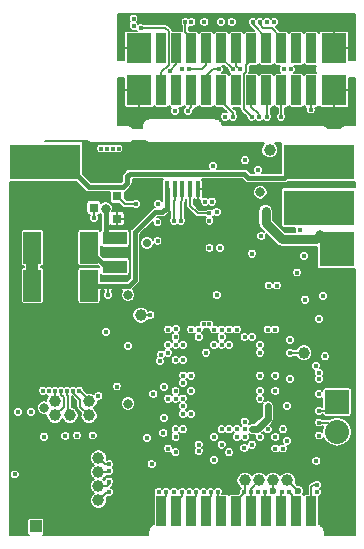
<source format=gbl>
G04 #@! TF.FileFunction,Copper,L4,Bot,Signal*
%FSLAX46Y46*%
G04 Gerber Fmt 4.6, Leading zero omitted, Abs format (unit mm)*
G04 Created by KiCad (PCBNEW 4.0.2+dfsg1-stable) date Mo 03 Apr 2017 04:54:38 CEST*
%MOMM*%
G01*
G04 APERTURE LIST*
%ADD10C,0.100000*%
%ADD11R,6.000000X3.000000*%
%ADD12R,1.501140X2.700020*%
%ADD13R,0.800100X0.800100*%
%ADD14R,2.029460X1.140460*%
%ADD15R,3.000000X3.000000*%
%ADD16R,2.032000X2.032000*%
%ADD17O,2.032000X2.032000*%
%ADD18C,1.000000*%
%ADD19R,2.120000X2.500000*%
%ADD20R,0.850000X2.500000*%
%ADD21R,1.050000X2.200000*%
%ADD22R,1.000000X1.050000*%
%ADD23R,0.400000X1.350000*%
%ADD24R,2.100000X1.600000*%
%ADD25R,1.900000X1.900000*%
%ADD26R,1.800000X1.900000*%
%ADD27C,0.400000*%
%ADD28C,0.800000*%
%ADD29C,0.600000*%
%ADD30C,0.700000*%
%ADD31C,0.200000*%
%ADD32C,0.600000*%
%ADD33C,1.000000*%
%ADD34C,0.800000*%
%ADD35C,0.400000*%
%ADD36C,0.450000*%
%ADD37C,0.140000*%
G04 APERTURE END LIST*
D10*
D11*
X50400000Y-96600000D03*
X73600000Y-92700000D03*
D12*
X54100300Y-100000000D03*
X49299700Y-100000000D03*
D13*
X56500760Y-95650000D03*
X56500760Y-97550000D03*
X54501780Y-96600000D03*
D12*
X49299700Y-103200000D03*
X54100300Y-103200000D03*
D14*
X56300000Y-101603960D03*
X56300000Y-99196040D03*
D11*
X50400000Y-92700000D03*
D15*
X75100000Y-100100000D03*
D11*
X73600000Y-96600000D03*
D16*
X75100000Y-113060000D03*
D17*
X75100000Y-115600000D03*
D18*
X54100000Y-113000000D03*
X54100000Y-114200000D03*
X52500000Y-114200000D03*
X54900000Y-117800000D03*
X51200000Y-114200000D03*
X54900000Y-119000000D03*
X51200000Y-113000000D03*
X54900000Y-120200000D03*
X54900000Y-121400000D03*
X58500000Y-105700000D03*
X70900000Y-119700000D03*
X69700000Y-119700000D03*
X72300000Y-108900000D03*
X67300000Y-119700000D03*
X68500000Y-119700000D03*
D19*
X74840000Y-122300000D03*
D20*
X72935000Y-122300000D03*
X71665000Y-122300000D03*
X70395000Y-122300000D03*
X69125000Y-122300000D03*
X67855000Y-122300000D03*
X66585000Y-122300000D03*
X65315000Y-122300000D03*
X64045000Y-122300000D03*
X62775000Y-122300000D03*
X61505000Y-122300000D03*
X60235000Y-122300000D03*
D19*
X58330000Y-122300000D03*
X58330000Y-86678000D03*
X58330000Y-83122000D03*
D20*
X60235000Y-86678000D03*
X60235000Y-83122000D03*
X61505000Y-86678000D03*
X61505000Y-83122000D03*
X62775000Y-86678000D03*
X62775000Y-83122000D03*
X64045000Y-86678000D03*
X64045000Y-83122000D03*
X65315000Y-86678000D03*
X65315000Y-83122000D03*
X66585000Y-86678000D03*
X66585000Y-83122000D03*
X67855000Y-86678000D03*
X67855000Y-83122000D03*
X69125000Y-86678000D03*
X69125000Y-83122000D03*
X70395000Y-86678000D03*
X70395000Y-83122000D03*
X71665000Y-86678000D03*
X71665000Y-83122000D03*
X72935000Y-86678000D03*
X72935000Y-83122000D03*
D19*
X74840000Y-86678000D03*
X74840000Y-83122000D03*
D21*
X48125000Y-122075000D03*
X51075000Y-122075000D03*
D22*
X49600000Y-123600000D03*
D23*
X60700000Y-95050000D03*
X61350000Y-95050000D03*
X62000000Y-95050000D03*
X62650000Y-95050000D03*
X63300000Y-95050000D03*
D24*
X65100000Y-94925000D03*
X58900000Y-94925000D03*
D25*
X60800000Y-92375000D03*
X63200000Y-92375000D03*
D26*
X58000000Y-92375000D03*
X66000000Y-92375000D03*
D27*
X73550000Y-111100000D03*
X73400000Y-120700000D03*
X57400000Y-108300000D03*
X58470000Y-81400000D03*
X73550000Y-114799997D03*
X71100000Y-107800000D03*
X73300000Y-110000000D03*
X67925000Y-115375000D03*
X67275000Y-115375000D03*
X66625000Y-115375000D03*
X65975000Y-115375000D03*
X65325000Y-115375000D03*
X65975000Y-106925000D03*
X64675000Y-108225000D03*
X65325000Y-108225000D03*
X65975000Y-108225000D03*
X62725000Y-110825000D03*
X62075000Y-110825000D03*
X62075000Y-111475000D03*
X62725000Y-112125000D03*
X68575000Y-110825000D03*
X68575000Y-112125000D03*
X70850000Y-113425000D03*
X69225000Y-113425000D03*
X68575000Y-112775000D03*
X70525000Y-115375000D03*
X65975000Y-117325000D03*
X54900000Y-112550000D03*
X53100000Y-115900000D03*
X65200000Y-100000000D03*
D28*
X57400000Y-113200000D03*
X50300000Y-113550000D03*
X57400000Y-104000000D03*
D27*
X54200000Y-105800000D03*
X58100000Y-96900000D03*
X65100000Y-94400000D03*
X60500000Y-92800000D03*
X62725000Y-91900000D03*
X66000000Y-92600000D03*
X68100000Y-98850000D03*
X67100000Y-97800000D03*
X67100000Y-97000000D03*
X53900000Y-115100000D03*
X57600000Y-116845000D03*
X57600000Y-117555000D03*
X58330000Y-122300000D03*
X74840000Y-122300000D03*
X48100000Y-96800000D03*
X48100000Y-100000000D03*
X48100000Y-98200000D03*
X48100000Y-101400000D03*
X49850000Y-122500000D03*
X63300000Y-96100000D03*
X54950000Y-116800000D03*
X47950000Y-103300000D03*
X61800000Y-100000000D03*
X55450000Y-111750000D03*
X59200000Y-109300000D03*
X57100000Y-116049990D03*
X59550000Y-115700000D03*
X63375000Y-108225000D03*
X67870000Y-84900000D03*
X66970000Y-88900000D03*
X65670000Y-84900000D03*
X72970000Y-84900000D03*
X74840000Y-86678000D03*
X74840000Y-83122000D03*
X58330000Y-86678000D03*
X58330000Y-83122000D03*
X61320000Y-80700000D03*
X73350000Y-117500000D03*
X69900000Y-117900000D03*
X66400000Y-119700000D03*
X73600000Y-102400000D03*
X72800000Y-101200000D03*
X62725000Y-111475000D03*
X62725000Y-110175000D03*
X64675000Y-110175000D03*
X64675000Y-110825000D03*
X65325000Y-110825000D03*
X65325000Y-110175000D03*
X65975000Y-110175000D03*
X65975000Y-110825000D03*
X66625000Y-110825000D03*
X66625000Y-110175000D03*
X67275000Y-110175000D03*
X67275000Y-110825000D03*
X63600000Y-101900000D03*
X62800000Y-101900000D03*
X52875000Y-108725000D03*
X52875000Y-109975000D03*
X51625000Y-109975000D03*
X51625000Y-108725000D03*
X47950000Y-109900000D03*
X47950000Y-106500000D03*
X57450000Y-100400000D03*
X55300000Y-100400000D03*
X66300000Y-104000000D03*
X72800000Y-103850000D03*
X65325000Y-114725000D03*
X65975000Y-114725000D03*
X66625000Y-114725000D03*
X67925000Y-114725000D03*
X69875000Y-108875000D03*
X69875000Y-109525000D03*
X65975000Y-108875000D03*
X65325000Y-108875000D03*
X63375000Y-112125000D03*
X63375000Y-112775000D03*
X66625000Y-112775000D03*
X66625000Y-112125000D03*
X65975000Y-112125000D03*
X65975000Y-112775000D03*
X65325000Y-112775000D03*
X65325000Y-112125000D03*
X64675000Y-112125000D03*
X64675000Y-112775000D03*
X64025000Y-112125000D03*
X64025000Y-112775000D03*
X64025000Y-113425000D03*
X64675000Y-113425000D03*
X65325000Y-113425000D03*
X65975000Y-113425000D03*
X66625000Y-113425000D03*
X68575000Y-110175000D03*
X69225000Y-112125000D03*
X69875000Y-112775000D03*
X73550000Y-113300000D03*
X73550000Y-115300000D03*
X64700000Y-118950000D03*
X51150000Y-119250000D03*
X52450000Y-119250000D03*
X52450000Y-120550000D03*
X51150000Y-120550000D03*
X53100000Y-122500000D03*
X54400000Y-122500000D03*
X55480000Y-94287500D03*
X55480000Y-93512500D03*
X56720000Y-93512500D03*
X56720000Y-94287500D03*
X73550000Y-107800000D03*
X69650000Y-100050000D03*
X70550000Y-100050000D03*
X70550000Y-100950000D03*
X69650000Y-100950000D03*
X68100000Y-102000000D03*
X73550000Y-106800000D03*
X71100000Y-108900000D03*
X60100000Y-109600000D03*
X67925000Y-107575000D03*
D28*
X68600000Y-95300000D03*
D27*
X63900000Y-96100000D03*
D28*
X73700000Y-98900000D03*
D27*
X69050000Y-97900000D03*
X69050000Y-97400000D03*
X69050000Y-96900000D03*
D28*
X55500000Y-96700000D03*
D27*
X56600000Y-91600000D03*
X55100000Y-91600000D03*
X59300000Y-105700000D03*
X72400000Y-104400000D03*
X69300000Y-103200000D03*
X70000010Y-103200000D03*
D29*
X71800000Y-120600000D03*
X69700000Y-120600000D03*
D27*
X71700000Y-102100000D03*
X60200000Y-109050000D03*
X62075000Y-109525000D03*
X69875000Y-112125000D03*
X56450000Y-111750000D03*
X61425000Y-109525000D03*
X55550000Y-107150000D03*
X61425000Y-107575000D03*
X50200000Y-112100000D03*
X61425000Y-108225000D03*
X60775000Y-108225000D03*
X50700000Y-112100000D03*
X60775000Y-108875000D03*
X51250000Y-112100000D03*
X62075000Y-114075000D03*
X51750000Y-112100000D03*
X61425000Y-115375000D03*
X52250000Y-112100000D03*
X62075000Y-115375000D03*
X52750000Y-112100000D03*
X60450000Y-114400000D03*
X53250000Y-112100000D03*
X67800000Y-120700000D03*
X56100000Y-91600000D03*
X68575000Y-116025000D03*
X48100000Y-113900000D03*
X73350000Y-118050000D03*
X73400000Y-120100000D03*
X70850000Y-116350000D03*
X69225000Y-115375000D03*
X64400000Y-120700000D03*
X69875000Y-116025000D03*
X69000000Y-120700000D03*
X73550000Y-110600000D03*
X69875000Y-110825000D03*
X71950000Y-98500000D03*
X69875000Y-106925000D03*
X67275000Y-107575000D03*
X64300000Y-97700000D03*
X63200000Y-120700000D03*
X68575000Y-108225000D03*
X62725000Y-114075000D03*
X55800000Y-118350000D03*
X63375000Y-116675000D03*
X55800000Y-118900000D03*
X68400000Y-120700000D03*
X68575000Y-108875000D03*
X73900000Y-104100000D03*
X62725000Y-106925000D03*
X73550000Y-106050000D03*
X63375000Y-106925000D03*
X63800000Y-106500020D03*
X63375000Y-107575000D03*
X65325000Y-107575000D03*
X64300000Y-106500020D03*
X49200000Y-113900000D03*
X67200000Y-120700000D03*
X55600000Y-91600000D03*
X67925000Y-116675000D03*
X74100000Y-109200000D03*
X64675000Y-116025000D03*
X73550000Y-115900000D03*
X61425000Y-117325000D03*
X73550000Y-112400000D03*
X60775000Y-117000000D03*
X61300000Y-120700000D03*
X61425000Y-112775000D03*
X60600000Y-120700000D03*
X60775000Y-112775000D03*
X60450000Y-111800000D03*
X62600000Y-120700000D03*
X61425000Y-112125000D03*
X60000000Y-120700000D03*
X62000000Y-120700000D03*
X62075000Y-112775000D03*
X66625000Y-116025000D03*
X63800000Y-120700000D03*
X65000000Y-120700000D03*
X67250000Y-116950000D03*
X67275000Y-116025000D03*
X54500000Y-97500000D03*
D18*
X69400000Y-91700000D03*
D30*
X59000000Y-99600000D03*
D27*
X47800000Y-119200000D03*
X50300000Y-116000000D03*
X63375000Y-117200000D03*
X71000000Y-120700000D03*
X70525000Y-117000000D03*
X68700000Y-99000000D03*
X71100000Y-111100000D03*
X59549989Y-112400000D03*
X62075000Y-113425000D03*
X64675000Y-106925000D03*
X64025000Y-108875000D03*
X49600000Y-123600000D03*
X60400000Y-115700000D03*
X55800000Y-120700000D03*
X65325000Y-116675000D03*
X55800000Y-119800000D03*
X61453555Y-106896445D03*
X61300000Y-97700000D03*
X60775000Y-106925000D03*
X61900000Y-97700000D03*
X58100000Y-96300000D03*
X59950000Y-96300000D03*
X65325000Y-106925000D03*
X59900000Y-99450000D03*
X64500000Y-96100000D03*
X67300000Y-92600000D03*
X69225000Y-106925000D03*
X59000000Y-116100000D03*
X61425000Y-116025000D03*
X64700000Y-117950000D03*
X67275000Y-114725000D03*
X73550000Y-113800000D03*
X64300000Y-97100000D03*
X64900000Y-104000000D03*
X66625000Y-106925000D03*
X55700000Y-104000000D03*
X62075000Y-108225000D03*
X64600000Y-93100000D03*
X60700000Y-96300000D03*
D18*
X73500000Y-96300000D03*
D27*
X70400000Y-120700000D03*
X69875000Y-117000000D03*
X60235000Y-83122000D03*
X61505000Y-86678000D03*
X71170000Y-84900000D03*
X60970000Y-85000000D03*
X62470000Y-88400000D03*
X69770000Y-80900000D03*
X65070000Y-84900000D03*
X62570000Y-84900000D03*
X66300000Y-88900000D03*
X66270000Y-84900000D03*
X57870000Y-81200000D03*
X70570000Y-84900000D03*
X57870000Y-80600000D03*
X66870000Y-84900000D03*
X67870000Y-88900000D03*
X69170000Y-88900000D03*
X65270000Y-80900000D03*
X63870000Y-80900000D03*
X67970000Y-80900000D03*
X62770000Y-80900000D03*
X69170000Y-80900000D03*
X70370000Y-88900000D03*
X68570000Y-80900000D03*
X71665000Y-86678000D03*
X61970000Y-84900000D03*
X66170000Y-80900000D03*
X71665000Y-83122000D03*
X72870000Y-88300000D03*
X72935000Y-83122000D03*
X65600000Y-88900000D03*
X62270000Y-80900000D03*
X68470000Y-88900000D03*
X61370000Y-88400000D03*
X52094836Y-115917214D03*
X54400000Y-115900000D03*
X59400000Y-118300000D03*
X59900000Y-97850000D03*
X68400000Y-93400000D03*
X64900000Y-97000000D03*
X72300000Y-100700000D03*
X64300000Y-100000000D03*
X67900000Y-100500000D03*
D31*
X60235000Y-86678000D02*
X60235000Y-85142998D01*
X60860001Y-81690001D02*
X60570000Y-81400000D01*
X60235000Y-85142998D02*
X60860001Y-84517997D01*
X60860001Y-84517997D02*
X60860001Y-81690001D01*
X60570000Y-81400000D02*
X58470000Y-81400000D01*
X60235000Y-86678000D02*
X60235000Y-85865000D01*
X74299997Y-114799997D02*
X73550000Y-114799997D01*
X75100000Y-115600000D02*
X74299997Y-114799997D01*
D32*
X69225000Y-114475000D02*
X69225000Y-114300000D01*
X69225000Y-113425000D02*
X69225000Y-114300000D01*
X68325000Y-115375000D02*
X69225000Y-114475000D01*
X67925000Y-115375000D02*
X68325000Y-115375000D01*
D31*
X47950000Y-106500000D02*
X53500000Y-106500000D01*
X53500000Y-106500000D02*
X54200000Y-105800000D01*
X65100000Y-94400000D02*
X65100000Y-94925000D01*
X66000000Y-92600000D02*
X66000000Y-92375000D01*
X56500760Y-97550000D02*
X57450000Y-97550000D01*
X57450000Y-97550000D02*
X58100000Y-96900000D01*
X63300000Y-95050000D02*
X63300000Y-96100000D01*
X73600000Y-102400000D02*
X72800000Y-101600000D01*
X72800000Y-101600000D02*
X72800000Y-101200000D01*
X64675000Y-110175000D02*
X62725000Y-110175000D01*
D33*
X50400000Y-97100000D02*
X52537550Y-97100000D01*
D31*
X72300000Y-108900000D02*
X71100000Y-108900000D01*
D34*
X73700000Y-98900000D02*
X73300000Y-99300000D01*
X73300000Y-99300000D02*
X70450000Y-99300000D01*
X70450000Y-99300000D02*
X69050000Y-97900000D01*
X69050000Y-97400000D02*
X69050000Y-97900000D01*
X69050000Y-96900000D02*
X69050000Y-97400000D01*
D35*
X55500000Y-98800000D02*
X55896040Y-99196040D01*
X55896040Y-99196040D02*
X56300000Y-99196040D01*
X55500000Y-96700000D02*
X55500000Y-98800000D01*
D31*
X73700000Y-98900000D02*
X73900000Y-98900000D01*
X73900000Y-98900000D02*
X75100000Y-100100000D01*
D34*
X75100000Y-100500000D02*
X74900000Y-100500000D01*
D31*
X58500000Y-105700000D02*
X59300000Y-105700000D01*
X70900000Y-119700000D02*
X71800000Y-120600000D01*
X70900000Y-119700000D02*
X70900000Y-119800000D01*
X69700000Y-119700000D02*
X69700000Y-120600000D01*
X51250000Y-112100000D02*
X51250000Y-112950000D01*
X51250000Y-112950000D02*
X51300000Y-113000000D01*
X51950001Y-112639999D02*
X51950001Y-113449999D01*
X51750000Y-112100000D02*
X51750000Y-112439998D01*
X51750000Y-112439998D02*
X51950001Y-112639999D01*
X51950001Y-113449999D02*
X51200000Y-114200000D01*
X52300011Y-114000011D02*
X52500000Y-114200000D01*
X52300011Y-112495021D02*
X52300011Y-114000011D01*
X52250000Y-112100000D02*
X52250000Y-112445010D01*
X52250000Y-112445010D02*
X52300011Y-112495021D01*
X53349999Y-112866001D02*
X53349999Y-113449999D01*
X53349999Y-113449999D02*
X54100000Y-114200000D01*
X52750000Y-112100000D02*
X52750000Y-112266002D01*
X52750000Y-112266002D02*
X53349999Y-112866001D01*
X53250000Y-112100000D02*
X53300000Y-112100000D01*
X53300000Y-112100000D02*
X54200000Y-113000000D01*
X67900000Y-121300000D02*
X67900000Y-121200000D01*
X68500000Y-119700000D02*
X67800000Y-120400000D01*
X67800000Y-120400000D02*
X67800000Y-120700000D01*
X67800000Y-120700000D02*
X67800000Y-122245000D01*
X67800000Y-122245000D02*
X67855000Y-122300000D01*
X72935000Y-122300000D02*
X72935000Y-120265000D01*
X72935000Y-120265000D02*
X73100000Y-120100000D01*
X73100000Y-120100000D02*
X73400000Y-120100000D01*
X64400000Y-120700000D02*
X64400000Y-121000000D01*
X64045000Y-122300000D02*
X64045000Y-121355000D01*
X64045000Y-121355000D02*
X64400000Y-121000000D01*
X69000000Y-120700000D02*
X69000000Y-122175000D01*
X63200000Y-120700000D02*
X63200000Y-121000000D01*
X62775000Y-121425000D02*
X63200000Y-121000000D01*
X62775000Y-122300000D02*
X62775000Y-121425000D01*
X55800000Y-118350000D02*
X55450000Y-118350000D01*
X55450000Y-118350000D02*
X54900000Y-117800000D01*
X54900000Y-119000000D02*
X55700000Y-119000000D01*
X55700000Y-119000000D02*
X55800000Y-118900000D01*
X67300000Y-119700000D02*
X67300000Y-120600000D01*
X67300000Y-120600000D02*
X67200000Y-120700000D01*
X66585000Y-121415000D02*
X67200000Y-120800000D01*
X67200000Y-120800000D02*
X67200000Y-120700000D01*
X66585000Y-122300000D02*
X66585000Y-121415000D01*
X60600000Y-120700000D02*
X60600000Y-121000000D01*
X60235000Y-122300000D02*
X60235000Y-121365000D01*
X60235000Y-121365000D02*
X60600000Y-121000000D01*
X62000000Y-121000000D02*
X62000000Y-120700000D01*
X61505000Y-122300000D02*
X61505000Y-121495000D01*
X61505000Y-121495000D02*
X62000000Y-121000000D01*
X65000000Y-120700000D02*
X65000000Y-121985000D01*
X65000000Y-121985000D02*
X65315000Y-122300000D01*
X54500000Y-97500000D02*
X54500000Y-96601780D01*
X54500000Y-96601780D02*
X54501780Y-96600000D01*
X54501780Y-97498220D02*
X54500000Y-97500000D01*
X54500000Y-96701780D02*
X54501780Y-96700000D01*
X71000000Y-120700000D02*
X71665000Y-121365000D01*
X71665000Y-121365000D02*
X71665000Y-122300000D01*
X55800000Y-120700000D02*
X55600000Y-120700000D01*
X55600000Y-120700000D02*
X55500000Y-120800000D01*
X55500000Y-120800000D02*
X54900000Y-121400000D01*
X54900000Y-120200000D02*
X55600000Y-120200000D01*
X55600000Y-120200000D02*
X55800000Y-120000000D01*
X55800000Y-120000000D02*
X55800000Y-119800000D01*
X61300000Y-97500000D02*
X61300000Y-97700000D01*
X61300000Y-97500000D02*
X61300000Y-96050000D01*
X61300000Y-96050000D02*
X61350000Y-96000000D01*
X61350000Y-96000000D02*
X61350000Y-95050000D01*
X62000000Y-95050000D02*
X61999100Y-95050900D01*
X61999100Y-95050900D02*
X61999100Y-96000900D01*
X61999100Y-96000900D02*
X61900000Y-96100000D01*
X61900000Y-96100000D02*
X61900000Y-97700000D01*
X58100000Y-96300000D02*
X57150760Y-96300000D01*
X57150760Y-96300000D02*
X56500760Y-95650000D01*
D33*
X49300000Y-103200000D02*
X49300000Y-100000300D01*
D31*
X49299700Y-99800300D02*
X49299400Y-99800000D01*
D36*
X50400000Y-92700000D02*
X51900000Y-92700000D01*
X54062501Y-94862501D02*
X56987499Y-94862501D01*
X57350000Y-93950000D02*
X57550001Y-93749999D01*
X51900000Y-92700000D02*
X54062501Y-94862501D01*
X70600000Y-94100000D02*
X72000000Y-92700000D01*
X56987499Y-94862501D02*
X57350000Y-94500000D01*
X57350000Y-94500000D02*
X57350000Y-93950000D01*
X72000000Y-92700000D02*
X73600000Y-92700000D01*
X57550001Y-93749999D02*
X67249999Y-93749999D01*
X67600000Y-94100000D02*
X70600000Y-94100000D01*
X67249999Y-93749999D02*
X67600000Y-94100000D01*
D31*
X48150000Y-92600000D02*
X48150000Y-92050000D01*
X48150000Y-93150000D02*
X48150000Y-92600000D01*
X48150000Y-93700000D02*
X48150000Y-93150000D01*
X75100000Y-113060000D02*
X74360000Y-113800000D01*
X74360000Y-113800000D02*
X73550000Y-113800000D01*
X67300000Y-114700000D02*
X67275000Y-114725000D01*
X62650000Y-95050000D02*
X62650000Y-96450000D01*
X62650000Y-96450000D02*
X63300000Y-97100000D01*
X63300000Y-97100000D02*
X64300000Y-97100000D01*
D35*
X60700000Y-96300000D02*
X60700000Y-96600000D01*
X60300000Y-97000000D02*
X59700000Y-97000000D01*
X60700000Y-96600000D02*
X60300000Y-97000000D01*
X59700000Y-97000000D02*
X58000000Y-98700000D01*
X58000000Y-98700000D02*
X58000000Y-102700000D01*
X58000000Y-102700000D02*
X57500000Y-103200000D01*
X57500000Y-103200000D02*
X55700000Y-103200000D01*
X60700000Y-95700000D02*
X60700000Y-96300000D01*
X60700000Y-95050000D02*
X60700000Y-95900000D01*
X54100300Y-103200000D02*
X55700000Y-103200000D01*
D31*
X55700000Y-104000000D02*
X55700000Y-103200000D01*
D35*
X60700000Y-95050000D02*
X60700000Y-95700000D01*
D31*
X70395000Y-122300000D02*
X70395000Y-120705000D01*
X70395000Y-120705000D02*
X70400000Y-120700000D01*
X61505000Y-83122000D02*
X61505000Y-84465000D01*
X61505000Y-84465000D02*
X60970000Y-85000000D01*
X61505000Y-83122000D02*
X61505000Y-84365000D01*
X61505000Y-83122000D02*
X61505000Y-84065000D01*
X62775000Y-86678000D02*
X62775000Y-88095000D01*
X62775000Y-88095000D02*
X62470000Y-88400000D01*
X65070000Y-84900000D02*
X64570000Y-84900000D01*
X64570000Y-84900000D02*
X64045000Y-85425000D01*
X64045000Y-85425000D02*
X64045000Y-86678000D01*
X64045000Y-84525000D02*
X63670000Y-84900000D01*
X63670000Y-84900000D02*
X62570000Y-84900000D01*
X64045000Y-83122000D02*
X64045000Y-84525000D01*
X65315000Y-87615000D02*
X66300000Y-88600000D01*
X66300000Y-88600000D02*
X66300000Y-88900000D01*
X65315000Y-86678000D02*
X65315000Y-87615000D01*
X66270000Y-84900000D02*
X65315000Y-83945000D01*
X65315000Y-83945000D02*
X65315000Y-83122000D01*
X66585000Y-83122000D02*
X66585000Y-84615000D01*
X66585000Y-84615000D02*
X66870000Y-84900000D01*
X66770000Y-83307000D02*
X66585000Y-83122000D01*
X67855000Y-84015000D02*
X67370000Y-84500000D01*
X67370000Y-84500000D02*
X67370000Y-85127998D01*
X67370000Y-85127998D02*
X67229999Y-85267999D01*
X67855000Y-83122000D02*
X67855000Y-84015000D01*
X67229999Y-85267999D02*
X67229999Y-88259999D01*
X67229999Y-88259999D02*
X67870000Y-88900000D01*
X69170000Y-88900000D02*
X69170000Y-86723000D01*
X69170000Y-86723000D02*
X69125000Y-86678000D01*
X69125000Y-82255000D02*
X67970000Y-81100000D01*
X67970000Y-81100000D02*
X67970000Y-80900000D01*
X69125000Y-83122000D02*
X69125000Y-82255000D01*
X70395000Y-86678000D02*
X70395000Y-88875000D01*
X70395000Y-88875000D02*
X70370000Y-88900000D01*
X70395000Y-82225000D02*
X69570000Y-81400000D01*
X68570000Y-81100000D02*
X68870000Y-81400000D01*
X68870000Y-81400000D02*
X69570000Y-81400000D01*
X68570000Y-80900000D02*
X68570000Y-81100000D01*
X70395000Y-83122000D02*
X70395000Y-82225000D01*
X72870000Y-88300000D02*
X72870000Y-86743000D01*
X72870000Y-86743000D02*
X72935000Y-86678000D01*
X62270000Y-80900000D02*
X62270000Y-81700000D01*
X62270000Y-81700000D02*
X62775000Y-82205000D01*
X62775000Y-82205000D02*
X62775000Y-83122000D01*
X62670000Y-83017000D02*
X62775000Y-83122000D01*
X67855000Y-88085000D02*
X68470000Y-88700000D01*
X68470000Y-88700000D02*
X68470000Y-88900000D01*
X67855000Y-86678000D02*
X67855000Y-88085000D01*
X52100000Y-115922378D02*
X52094836Y-115917214D01*
D35*
X55503960Y-101603960D02*
X54100300Y-100200300D01*
X54100300Y-100200300D02*
X54100300Y-100000000D01*
X56300000Y-101603960D02*
X55503960Y-101603960D01*
D37*
G36*
X57050000Y-86618000D02*
X57105000Y-86673000D01*
X58325000Y-86673000D01*
X58325000Y-86653000D01*
X58335000Y-86653000D01*
X58335000Y-86673000D01*
X58355000Y-86673000D01*
X58355000Y-86683000D01*
X58335000Y-86683000D01*
X58335000Y-88093000D01*
X58390000Y-88148000D01*
X59433761Y-88148000D01*
X59514620Y-88114507D01*
X59576507Y-88052620D01*
X59598945Y-87998448D01*
X59601030Y-88009527D01*
X59649213Y-88084405D01*
X59722731Y-88134638D01*
X59810000Y-88152310D01*
X60660000Y-88152310D01*
X60741527Y-88136970D01*
X60816405Y-88088787D01*
X60866638Y-88015269D01*
X60869475Y-88001261D01*
X60871030Y-88009527D01*
X60919213Y-88084405D01*
X60992731Y-88134638D01*
X61033140Y-88142821D01*
X61014149Y-88161779D01*
X60950073Y-88316090D01*
X60949928Y-88483177D01*
X61013734Y-88637600D01*
X61131779Y-88755851D01*
X61286090Y-88819927D01*
X61453177Y-88820072D01*
X61607600Y-88756266D01*
X61725851Y-88638221D01*
X61789927Y-88483910D01*
X61790072Y-88316823D01*
X61726266Y-88162400D01*
X61716194Y-88152310D01*
X61930000Y-88152310D01*
X62011527Y-88136970D01*
X62086405Y-88088787D01*
X62136638Y-88015269D01*
X62139475Y-88001261D01*
X62141030Y-88009527D01*
X62189213Y-88084405D01*
X62190665Y-88085397D01*
X62114149Y-88161779D01*
X62050073Y-88316090D01*
X62049928Y-88483177D01*
X62113734Y-88637600D01*
X62231779Y-88755851D01*
X62386090Y-88819927D01*
X62553177Y-88820072D01*
X62707600Y-88756266D01*
X62825851Y-88638221D01*
X62889927Y-88483910D01*
X62889972Y-88432576D01*
X63001274Y-88321274D01*
X63030495Y-88277542D01*
X63070641Y-88217459D01*
X63083600Y-88152310D01*
X63200000Y-88152310D01*
X63281527Y-88136970D01*
X63356405Y-88088787D01*
X63406638Y-88015269D01*
X63409475Y-88001261D01*
X63411030Y-88009527D01*
X63459213Y-88084405D01*
X63532731Y-88134638D01*
X63620000Y-88152310D01*
X64470000Y-88152310D01*
X64551527Y-88136970D01*
X64626405Y-88088787D01*
X64676638Y-88015269D01*
X64679475Y-88001261D01*
X64681030Y-88009527D01*
X64729213Y-88084405D01*
X64802731Y-88134638D01*
X64890000Y-88152310D01*
X65399762Y-88152310D01*
X65758496Y-88511044D01*
X65683910Y-88480073D01*
X65516823Y-88479928D01*
X65362400Y-88543734D01*
X65244149Y-88661779D01*
X65180073Y-88816090D01*
X65179928Y-88983177D01*
X65243734Y-89137600D01*
X65361779Y-89255851D01*
X65516090Y-89319927D01*
X65683177Y-89320072D01*
X65837600Y-89256266D01*
X65950092Y-89143970D01*
X66061779Y-89255851D01*
X66216090Y-89319927D01*
X66383177Y-89320072D01*
X66537600Y-89256266D01*
X66655851Y-89138221D01*
X66719927Y-88983910D01*
X66720072Y-88816823D01*
X66656266Y-88662400D01*
X66620000Y-88626071D01*
X66620000Y-88600000D01*
X66595641Y-88477541D01*
X66526274Y-88373726D01*
X66304858Y-88152310D01*
X66909999Y-88152310D01*
X66909999Y-88259999D01*
X66934358Y-88382458D01*
X66997891Y-88477542D01*
X67003725Y-88486273D01*
X67449972Y-88932520D01*
X67449928Y-88983177D01*
X67513734Y-89137600D01*
X67631779Y-89255851D01*
X67786090Y-89319927D01*
X67953177Y-89320072D01*
X68107600Y-89256266D01*
X68170005Y-89193969D01*
X68231779Y-89255851D01*
X68386090Y-89319927D01*
X68553177Y-89320072D01*
X68707600Y-89256266D01*
X68820092Y-89143970D01*
X68931779Y-89255851D01*
X69086090Y-89319927D01*
X69253177Y-89320072D01*
X69407600Y-89256266D01*
X69525851Y-89138221D01*
X69589927Y-88983910D01*
X69590072Y-88816823D01*
X69526266Y-88662400D01*
X69490000Y-88626071D01*
X69490000Y-88152310D01*
X69550000Y-88152310D01*
X69631527Y-88136970D01*
X69706405Y-88088787D01*
X69756638Y-88015269D01*
X69759475Y-88001261D01*
X69761030Y-88009527D01*
X69809213Y-88084405D01*
X69882731Y-88134638D01*
X69970000Y-88152310D01*
X70075000Y-88152310D01*
X70075000Y-88601034D01*
X70014149Y-88661779D01*
X69950073Y-88816090D01*
X69949928Y-88983177D01*
X70013734Y-89137600D01*
X70131779Y-89255851D01*
X70286090Y-89319927D01*
X70453177Y-89320072D01*
X70607600Y-89256266D01*
X70725851Y-89138221D01*
X70789927Y-88983910D01*
X70790072Y-88816823D01*
X70726266Y-88662400D01*
X70715000Y-88651114D01*
X70715000Y-88152310D01*
X70820000Y-88152310D01*
X70901527Y-88136970D01*
X70976405Y-88088787D01*
X71026638Y-88015269D01*
X71029475Y-88001261D01*
X71031030Y-88009527D01*
X71079213Y-88084405D01*
X71152731Y-88134638D01*
X71240000Y-88152310D01*
X72090000Y-88152310D01*
X72171527Y-88136970D01*
X72246405Y-88088787D01*
X72296638Y-88015269D01*
X72299475Y-88001261D01*
X72301030Y-88009527D01*
X72349213Y-88084405D01*
X72422731Y-88134638D01*
X72479151Y-88146063D01*
X72450073Y-88216090D01*
X72449928Y-88383177D01*
X72513734Y-88537600D01*
X72631779Y-88655851D01*
X72786090Y-88719927D01*
X72953177Y-88720072D01*
X73107600Y-88656266D01*
X73225851Y-88538221D01*
X73289927Y-88383910D01*
X73290072Y-88216823D01*
X73263416Y-88152310D01*
X73360000Y-88152310D01*
X73441527Y-88136970D01*
X73516405Y-88088787D01*
X73566638Y-88015269D01*
X73570376Y-87996810D01*
X73593493Y-88052620D01*
X73655380Y-88114507D01*
X73736239Y-88148000D01*
X74780000Y-88148000D01*
X74835000Y-88093000D01*
X74835000Y-86683000D01*
X74845000Y-86683000D01*
X74845000Y-88093000D01*
X74900000Y-88148000D01*
X75943761Y-88148000D01*
X76024620Y-88114507D01*
X76086507Y-88052620D01*
X76120000Y-87971760D01*
X76120000Y-86738000D01*
X76065000Y-86683000D01*
X74845000Y-86683000D01*
X74835000Y-86683000D01*
X74815000Y-86683000D01*
X74815000Y-86673000D01*
X74835000Y-86673000D01*
X74835000Y-86653000D01*
X74845000Y-86653000D01*
X74845000Y-86673000D01*
X76065000Y-86673000D01*
X76120000Y-86618000D01*
X76120000Y-85670000D01*
X76630000Y-85670000D01*
X76630000Y-89630000D01*
X75840000Y-89630000D01*
X75813919Y-89635188D01*
X75787326Y-89635188D01*
X75595984Y-89673248D01*
X75595983Y-89673248D01*
X75498653Y-89713564D01*
X75336442Y-89821951D01*
X75328393Y-89830000D01*
X74351607Y-89830000D01*
X74343558Y-89821951D01*
X74181347Y-89713564D01*
X74084017Y-89673248D01*
X74084016Y-89673248D01*
X73892674Y-89635188D01*
X73866081Y-89635188D01*
X73840000Y-89630000D01*
X65411475Y-89630000D01*
X65396752Y-89555984D01*
X65396752Y-89555983D01*
X65356436Y-89458653D01*
X65248049Y-89296442D01*
X65210803Y-89259197D01*
X65173558Y-89221951D01*
X65011347Y-89113564D01*
X64914017Y-89073248D01*
X64914016Y-89073248D01*
X64722674Y-89035188D01*
X64696081Y-89035188D01*
X64670000Y-89030000D01*
X59330000Y-89030000D01*
X59303919Y-89035188D01*
X59277326Y-89035188D01*
X59085984Y-89073248D01*
X59085983Y-89073248D01*
X58988653Y-89113564D01*
X58826442Y-89221951D01*
X58789197Y-89259197D01*
X58751951Y-89296442D01*
X58643564Y-89458653D01*
X58603248Y-89555983D01*
X58603248Y-89555984D01*
X58565188Y-89747326D01*
X58565188Y-89773919D01*
X58560000Y-89800000D01*
X58560000Y-89830000D01*
X57841607Y-89830000D01*
X57833558Y-89821951D01*
X57671347Y-89713564D01*
X57574017Y-89673248D01*
X57574016Y-89673248D01*
X57382674Y-89635188D01*
X57356081Y-89635188D01*
X57330000Y-89630000D01*
X56540000Y-89630000D01*
X56540000Y-86738000D01*
X57050000Y-86738000D01*
X57050000Y-87971760D01*
X57083493Y-88052620D01*
X57145380Y-88114507D01*
X57226239Y-88148000D01*
X58270000Y-88148000D01*
X58325000Y-88093000D01*
X58325000Y-86683000D01*
X57105000Y-86683000D01*
X57050000Y-86738000D01*
X56540000Y-86738000D01*
X56540000Y-85670000D01*
X57050000Y-85670000D01*
X57050000Y-86618000D01*
X57050000Y-86618000D01*
G37*
X57050000Y-86618000D02*
X57105000Y-86673000D01*
X58325000Y-86673000D01*
X58325000Y-86653000D01*
X58335000Y-86653000D01*
X58335000Y-86673000D01*
X58355000Y-86673000D01*
X58355000Y-86683000D01*
X58335000Y-86683000D01*
X58335000Y-88093000D01*
X58390000Y-88148000D01*
X59433761Y-88148000D01*
X59514620Y-88114507D01*
X59576507Y-88052620D01*
X59598945Y-87998448D01*
X59601030Y-88009527D01*
X59649213Y-88084405D01*
X59722731Y-88134638D01*
X59810000Y-88152310D01*
X60660000Y-88152310D01*
X60741527Y-88136970D01*
X60816405Y-88088787D01*
X60866638Y-88015269D01*
X60869475Y-88001261D01*
X60871030Y-88009527D01*
X60919213Y-88084405D01*
X60992731Y-88134638D01*
X61033140Y-88142821D01*
X61014149Y-88161779D01*
X60950073Y-88316090D01*
X60949928Y-88483177D01*
X61013734Y-88637600D01*
X61131779Y-88755851D01*
X61286090Y-88819927D01*
X61453177Y-88820072D01*
X61607600Y-88756266D01*
X61725851Y-88638221D01*
X61789927Y-88483910D01*
X61790072Y-88316823D01*
X61726266Y-88162400D01*
X61716194Y-88152310D01*
X61930000Y-88152310D01*
X62011527Y-88136970D01*
X62086405Y-88088787D01*
X62136638Y-88015269D01*
X62139475Y-88001261D01*
X62141030Y-88009527D01*
X62189213Y-88084405D01*
X62190665Y-88085397D01*
X62114149Y-88161779D01*
X62050073Y-88316090D01*
X62049928Y-88483177D01*
X62113734Y-88637600D01*
X62231779Y-88755851D01*
X62386090Y-88819927D01*
X62553177Y-88820072D01*
X62707600Y-88756266D01*
X62825851Y-88638221D01*
X62889927Y-88483910D01*
X62889972Y-88432576D01*
X63001274Y-88321274D01*
X63030495Y-88277542D01*
X63070641Y-88217459D01*
X63083600Y-88152310D01*
X63200000Y-88152310D01*
X63281527Y-88136970D01*
X63356405Y-88088787D01*
X63406638Y-88015269D01*
X63409475Y-88001261D01*
X63411030Y-88009527D01*
X63459213Y-88084405D01*
X63532731Y-88134638D01*
X63620000Y-88152310D01*
X64470000Y-88152310D01*
X64551527Y-88136970D01*
X64626405Y-88088787D01*
X64676638Y-88015269D01*
X64679475Y-88001261D01*
X64681030Y-88009527D01*
X64729213Y-88084405D01*
X64802731Y-88134638D01*
X64890000Y-88152310D01*
X65399762Y-88152310D01*
X65758496Y-88511044D01*
X65683910Y-88480073D01*
X65516823Y-88479928D01*
X65362400Y-88543734D01*
X65244149Y-88661779D01*
X65180073Y-88816090D01*
X65179928Y-88983177D01*
X65243734Y-89137600D01*
X65361779Y-89255851D01*
X65516090Y-89319927D01*
X65683177Y-89320072D01*
X65837600Y-89256266D01*
X65950092Y-89143970D01*
X66061779Y-89255851D01*
X66216090Y-89319927D01*
X66383177Y-89320072D01*
X66537600Y-89256266D01*
X66655851Y-89138221D01*
X66719927Y-88983910D01*
X66720072Y-88816823D01*
X66656266Y-88662400D01*
X66620000Y-88626071D01*
X66620000Y-88600000D01*
X66595641Y-88477541D01*
X66526274Y-88373726D01*
X66304858Y-88152310D01*
X66909999Y-88152310D01*
X66909999Y-88259999D01*
X66934358Y-88382458D01*
X66997891Y-88477542D01*
X67003725Y-88486273D01*
X67449972Y-88932520D01*
X67449928Y-88983177D01*
X67513734Y-89137600D01*
X67631779Y-89255851D01*
X67786090Y-89319927D01*
X67953177Y-89320072D01*
X68107600Y-89256266D01*
X68170005Y-89193969D01*
X68231779Y-89255851D01*
X68386090Y-89319927D01*
X68553177Y-89320072D01*
X68707600Y-89256266D01*
X68820092Y-89143970D01*
X68931779Y-89255851D01*
X69086090Y-89319927D01*
X69253177Y-89320072D01*
X69407600Y-89256266D01*
X69525851Y-89138221D01*
X69589927Y-88983910D01*
X69590072Y-88816823D01*
X69526266Y-88662400D01*
X69490000Y-88626071D01*
X69490000Y-88152310D01*
X69550000Y-88152310D01*
X69631527Y-88136970D01*
X69706405Y-88088787D01*
X69756638Y-88015269D01*
X69759475Y-88001261D01*
X69761030Y-88009527D01*
X69809213Y-88084405D01*
X69882731Y-88134638D01*
X69970000Y-88152310D01*
X70075000Y-88152310D01*
X70075000Y-88601034D01*
X70014149Y-88661779D01*
X69950073Y-88816090D01*
X69949928Y-88983177D01*
X70013734Y-89137600D01*
X70131779Y-89255851D01*
X70286090Y-89319927D01*
X70453177Y-89320072D01*
X70607600Y-89256266D01*
X70725851Y-89138221D01*
X70789927Y-88983910D01*
X70790072Y-88816823D01*
X70726266Y-88662400D01*
X70715000Y-88651114D01*
X70715000Y-88152310D01*
X70820000Y-88152310D01*
X70901527Y-88136970D01*
X70976405Y-88088787D01*
X71026638Y-88015269D01*
X71029475Y-88001261D01*
X71031030Y-88009527D01*
X71079213Y-88084405D01*
X71152731Y-88134638D01*
X71240000Y-88152310D01*
X72090000Y-88152310D01*
X72171527Y-88136970D01*
X72246405Y-88088787D01*
X72296638Y-88015269D01*
X72299475Y-88001261D01*
X72301030Y-88009527D01*
X72349213Y-88084405D01*
X72422731Y-88134638D01*
X72479151Y-88146063D01*
X72450073Y-88216090D01*
X72449928Y-88383177D01*
X72513734Y-88537600D01*
X72631779Y-88655851D01*
X72786090Y-88719927D01*
X72953177Y-88720072D01*
X73107600Y-88656266D01*
X73225851Y-88538221D01*
X73289927Y-88383910D01*
X73290072Y-88216823D01*
X73263416Y-88152310D01*
X73360000Y-88152310D01*
X73441527Y-88136970D01*
X73516405Y-88088787D01*
X73566638Y-88015269D01*
X73570376Y-87996810D01*
X73593493Y-88052620D01*
X73655380Y-88114507D01*
X73736239Y-88148000D01*
X74780000Y-88148000D01*
X74835000Y-88093000D01*
X74835000Y-86683000D01*
X74845000Y-86683000D01*
X74845000Y-88093000D01*
X74900000Y-88148000D01*
X75943761Y-88148000D01*
X76024620Y-88114507D01*
X76086507Y-88052620D01*
X76120000Y-87971760D01*
X76120000Y-86738000D01*
X76065000Y-86683000D01*
X74845000Y-86683000D01*
X74835000Y-86683000D01*
X74815000Y-86683000D01*
X74815000Y-86673000D01*
X74835000Y-86673000D01*
X74835000Y-86653000D01*
X74845000Y-86653000D01*
X74845000Y-86673000D01*
X76065000Y-86673000D01*
X76120000Y-86618000D01*
X76120000Y-85670000D01*
X76630000Y-85670000D01*
X76630000Y-89630000D01*
X75840000Y-89630000D01*
X75813919Y-89635188D01*
X75787326Y-89635188D01*
X75595984Y-89673248D01*
X75595983Y-89673248D01*
X75498653Y-89713564D01*
X75336442Y-89821951D01*
X75328393Y-89830000D01*
X74351607Y-89830000D01*
X74343558Y-89821951D01*
X74181347Y-89713564D01*
X74084017Y-89673248D01*
X74084016Y-89673248D01*
X73892674Y-89635188D01*
X73866081Y-89635188D01*
X73840000Y-89630000D01*
X65411475Y-89630000D01*
X65396752Y-89555984D01*
X65396752Y-89555983D01*
X65356436Y-89458653D01*
X65248049Y-89296442D01*
X65210803Y-89259197D01*
X65173558Y-89221951D01*
X65011347Y-89113564D01*
X64914017Y-89073248D01*
X64914016Y-89073248D01*
X64722674Y-89035188D01*
X64696081Y-89035188D01*
X64670000Y-89030000D01*
X59330000Y-89030000D01*
X59303919Y-89035188D01*
X59277326Y-89035188D01*
X59085984Y-89073248D01*
X59085983Y-89073248D01*
X58988653Y-89113564D01*
X58826442Y-89221951D01*
X58789197Y-89259197D01*
X58751951Y-89296442D01*
X58643564Y-89458653D01*
X58603248Y-89555983D01*
X58603248Y-89555984D01*
X58565188Y-89747326D01*
X58565188Y-89773919D01*
X58560000Y-89800000D01*
X58560000Y-89830000D01*
X57841607Y-89830000D01*
X57833558Y-89821951D01*
X57671347Y-89713564D01*
X57574017Y-89673248D01*
X57574016Y-89673248D01*
X57382674Y-89635188D01*
X57356081Y-89635188D01*
X57330000Y-89630000D01*
X56540000Y-89630000D01*
X56540000Y-86738000D01*
X57050000Y-86738000D01*
X57050000Y-87971760D01*
X57083493Y-88052620D01*
X57145380Y-88114507D01*
X57226239Y-88148000D01*
X58270000Y-88148000D01*
X58325000Y-88093000D01*
X58325000Y-86683000D01*
X57105000Y-86683000D01*
X57050000Y-86738000D01*
X56540000Y-86738000D01*
X56540000Y-85670000D01*
X57050000Y-85670000D01*
X57050000Y-86618000D01*
G36*
X65849972Y-84932520D02*
X65849928Y-84983177D01*
X65913734Y-85137600D01*
X66027662Y-85251726D01*
X66003595Y-85267213D01*
X65953362Y-85340731D01*
X65950525Y-85354739D01*
X65948970Y-85346473D01*
X65900787Y-85271595D01*
X65827269Y-85221362D01*
X65740000Y-85203690D01*
X65360268Y-85203690D01*
X65425851Y-85138221D01*
X65489927Y-84983910D01*
X65490072Y-84816823D01*
X65426266Y-84662400D01*
X65360291Y-84596310D01*
X65513762Y-84596310D01*
X65849972Y-84932520D01*
X65849972Y-84932520D01*
G37*
X65849972Y-84932520D02*
X65849928Y-84983177D01*
X65913734Y-85137600D01*
X66027662Y-85251726D01*
X66003595Y-85267213D01*
X65953362Y-85340731D01*
X65950525Y-85354739D01*
X65948970Y-85346473D01*
X65900787Y-85271595D01*
X65827269Y-85221362D01*
X65740000Y-85203690D01*
X65360268Y-85203690D01*
X65425851Y-85138221D01*
X65489927Y-84983910D01*
X65490072Y-84816823D01*
X65426266Y-84662400D01*
X65360291Y-84596310D01*
X65513762Y-84596310D01*
X65849972Y-84932520D01*
G36*
X69761030Y-84453527D02*
X69809213Y-84528405D01*
X69882731Y-84578638D01*
X69970000Y-84596310D01*
X70279732Y-84596310D01*
X70214149Y-84661779D01*
X70150073Y-84816090D01*
X70149928Y-84983177D01*
X70213734Y-85137600D01*
X70279709Y-85203690D01*
X69970000Y-85203690D01*
X69888473Y-85219030D01*
X69813595Y-85267213D01*
X69763362Y-85340731D01*
X69760525Y-85354739D01*
X69758970Y-85346473D01*
X69710787Y-85271595D01*
X69637269Y-85221362D01*
X69550000Y-85203690D01*
X68700000Y-85203690D01*
X68618473Y-85219030D01*
X68543595Y-85267213D01*
X68493362Y-85340731D01*
X68490525Y-85354739D01*
X68488970Y-85346473D01*
X68440787Y-85271595D01*
X68367269Y-85221362D01*
X68280000Y-85203690D01*
X67674944Y-85203690D01*
X67690000Y-85127998D01*
X67690000Y-84632548D01*
X67726238Y-84596310D01*
X68280000Y-84596310D01*
X68361527Y-84580970D01*
X68436405Y-84532787D01*
X68486638Y-84459269D01*
X68489475Y-84445261D01*
X68491030Y-84453527D01*
X68539213Y-84528405D01*
X68612731Y-84578638D01*
X68700000Y-84596310D01*
X69550000Y-84596310D01*
X69631527Y-84580970D01*
X69706405Y-84532787D01*
X69756638Y-84459269D01*
X69759475Y-84445261D01*
X69761030Y-84453527D01*
X69761030Y-84453527D01*
G37*
X69761030Y-84453527D02*
X69809213Y-84528405D01*
X69882731Y-84578638D01*
X69970000Y-84596310D01*
X70279732Y-84596310D01*
X70214149Y-84661779D01*
X70150073Y-84816090D01*
X70149928Y-84983177D01*
X70213734Y-85137600D01*
X70279709Y-85203690D01*
X69970000Y-85203690D01*
X69888473Y-85219030D01*
X69813595Y-85267213D01*
X69763362Y-85340731D01*
X69760525Y-85354739D01*
X69758970Y-85346473D01*
X69710787Y-85271595D01*
X69637269Y-85221362D01*
X69550000Y-85203690D01*
X68700000Y-85203690D01*
X68618473Y-85219030D01*
X68543595Y-85267213D01*
X68493362Y-85340731D01*
X68490525Y-85354739D01*
X68488970Y-85346473D01*
X68440787Y-85271595D01*
X68367269Y-85221362D01*
X68280000Y-85203690D01*
X67674944Y-85203690D01*
X67690000Y-85127998D01*
X67690000Y-84632548D01*
X67726238Y-84596310D01*
X68280000Y-84596310D01*
X68361527Y-84580970D01*
X68436405Y-84532787D01*
X68486638Y-84459269D01*
X68489475Y-84445261D01*
X68491030Y-84453527D01*
X68539213Y-84528405D01*
X68612731Y-84578638D01*
X68700000Y-84596310D01*
X69550000Y-84596310D01*
X69631527Y-84580970D01*
X69706405Y-84532787D01*
X69756638Y-84459269D01*
X69759475Y-84445261D01*
X69761030Y-84453527D01*
G36*
X72301030Y-84453527D02*
X72349213Y-84528405D01*
X72422731Y-84578638D01*
X72510000Y-84596310D01*
X73277966Y-84596310D01*
X73253248Y-84655983D01*
X73253248Y-84655984D01*
X73215188Y-84847324D01*
X73215188Y-84952674D01*
X73253248Y-85144016D01*
X73253248Y-85144017D01*
X73277966Y-85203690D01*
X72510000Y-85203690D01*
X72428473Y-85219030D01*
X72353595Y-85267213D01*
X72303362Y-85340731D01*
X72300525Y-85354739D01*
X72298970Y-85346473D01*
X72250787Y-85271595D01*
X72177269Y-85221362D01*
X72090000Y-85203690D01*
X71460268Y-85203690D01*
X71525851Y-85138221D01*
X71589927Y-84983910D01*
X71590072Y-84816823D01*
X71526266Y-84662400D01*
X71460291Y-84596310D01*
X72090000Y-84596310D01*
X72171527Y-84580970D01*
X72246405Y-84532787D01*
X72296638Y-84459269D01*
X72299475Y-84445261D01*
X72301030Y-84453527D01*
X72301030Y-84453527D01*
G37*
X72301030Y-84453527D02*
X72349213Y-84528405D01*
X72422731Y-84578638D01*
X72510000Y-84596310D01*
X73277966Y-84596310D01*
X73253248Y-84655983D01*
X73253248Y-84655984D01*
X73215188Y-84847324D01*
X73215188Y-84952674D01*
X73253248Y-85144016D01*
X73253248Y-85144017D01*
X73277966Y-85203690D01*
X72510000Y-85203690D01*
X72428473Y-85219030D01*
X72353595Y-85267213D01*
X72303362Y-85340731D01*
X72300525Y-85354739D01*
X72298970Y-85346473D01*
X72250787Y-85271595D01*
X72177269Y-85221362D01*
X72090000Y-85203690D01*
X71460268Y-85203690D01*
X71525851Y-85138221D01*
X71589927Y-84983910D01*
X71590072Y-84816823D01*
X71526266Y-84662400D01*
X71460291Y-84596310D01*
X72090000Y-84596310D01*
X72171527Y-84580970D01*
X72246405Y-84532787D01*
X72296638Y-84459269D01*
X72299475Y-84445261D01*
X72301030Y-84453527D01*
G36*
X76630000Y-84130000D02*
X76120000Y-84130000D01*
X76120000Y-83182000D01*
X76065000Y-83127000D01*
X74845000Y-83127000D01*
X74845000Y-83147000D01*
X74835000Y-83147000D01*
X74835000Y-83127000D01*
X74815000Y-83127000D01*
X74815000Y-83117000D01*
X74835000Y-83117000D01*
X74835000Y-81707000D01*
X74845000Y-81707000D01*
X74845000Y-83117000D01*
X76065000Y-83117000D01*
X76120000Y-83062000D01*
X76120000Y-81828240D01*
X76086507Y-81747380D01*
X76024620Y-81685493D01*
X75943761Y-81652000D01*
X74900000Y-81652000D01*
X74845000Y-81707000D01*
X74835000Y-81707000D01*
X74780000Y-81652000D01*
X73736239Y-81652000D01*
X73655380Y-81685493D01*
X73593493Y-81747380D01*
X73571055Y-81801552D01*
X73568970Y-81790473D01*
X73520787Y-81715595D01*
X73447269Y-81665362D01*
X73360000Y-81647690D01*
X72510000Y-81647690D01*
X72428473Y-81663030D01*
X72353595Y-81711213D01*
X72303362Y-81784731D01*
X72300525Y-81798739D01*
X72298970Y-81790473D01*
X72250787Y-81715595D01*
X72177269Y-81665362D01*
X72090000Y-81647690D01*
X71240000Y-81647690D01*
X71158473Y-81663030D01*
X71083595Y-81711213D01*
X71033362Y-81784731D01*
X71030525Y-81798739D01*
X71028970Y-81790473D01*
X70980787Y-81715595D01*
X70907269Y-81665362D01*
X70820000Y-81647690D01*
X70270238Y-81647690D01*
X69916469Y-81293921D01*
X70007600Y-81256266D01*
X70125851Y-81138221D01*
X70189927Y-80983910D01*
X70190072Y-80816823D01*
X70126266Y-80662400D01*
X70008221Y-80544149D01*
X69853910Y-80480073D01*
X69686823Y-80479928D01*
X69532400Y-80543734D01*
X69469995Y-80606031D01*
X69408221Y-80544149D01*
X69253910Y-80480073D01*
X69086823Y-80479928D01*
X68932400Y-80543734D01*
X68869995Y-80606031D01*
X68808221Y-80544149D01*
X68653910Y-80480073D01*
X68486823Y-80479928D01*
X68332400Y-80543734D01*
X68269995Y-80606031D01*
X68208221Y-80544149D01*
X68053910Y-80480073D01*
X67886823Y-80479928D01*
X67732400Y-80543734D01*
X67614149Y-80661779D01*
X67550073Y-80816090D01*
X67549928Y-80983177D01*
X67613734Y-81137600D01*
X67668365Y-81192327D01*
X67674359Y-81222459D01*
X67736921Y-81316090D01*
X67743726Y-81326274D01*
X68065142Y-81647690D01*
X67430000Y-81647690D01*
X67348473Y-81663030D01*
X67273595Y-81711213D01*
X67223362Y-81784731D01*
X67220525Y-81798739D01*
X67218970Y-81790473D01*
X67170787Y-81715595D01*
X67097269Y-81665362D01*
X67010000Y-81647690D01*
X66160000Y-81647690D01*
X66078473Y-81663030D01*
X66003595Y-81711213D01*
X65953362Y-81784731D01*
X65950525Y-81798739D01*
X65948970Y-81790473D01*
X65900787Y-81715595D01*
X65827269Y-81665362D01*
X65740000Y-81647690D01*
X64890000Y-81647690D01*
X64808473Y-81663030D01*
X64733595Y-81711213D01*
X64683362Y-81784731D01*
X64680525Y-81798739D01*
X64678970Y-81790473D01*
X64630787Y-81715595D01*
X64557269Y-81665362D01*
X64470000Y-81647690D01*
X63620000Y-81647690D01*
X63538473Y-81663030D01*
X63463595Y-81711213D01*
X63413362Y-81784731D01*
X63410525Y-81798739D01*
X63408970Y-81790473D01*
X63360787Y-81715595D01*
X63287269Y-81665362D01*
X63200000Y-81647690D01*
X62670238Y-81647690D01*
X62590000Y-81567452D01*
X62590000Y-81280027D01*
X62686090Y-81319927D01*
X62853177Y-81320072D01*
X63007600Y-81256266D01*
X63125851Y-81138221D01*
X63189927Y-80983910D01*
X63189927Y-80983177D01*
X63449928Y-80983177D01*
X63513734Y-81137600D01*
X63631779Y-81255851D01*
X63786090Y-81319927D01*
X63953177Y-81320072D01*
X64107600Y-81256266D01*
X64225851Y-81138221D01*
X64289927Y-80983910D01*
X64289927Y-80983177D01*
X64849928Y-80983177D01*
X64913734Y-81137600D01*
X65031779Y-81255851D01*
X65186090Y-81319927D01*
X65353177Y-81320072D01*
X65507600Y-81256266D01*
X65625851Y-81138221D01*
X65689927Y-80983910D01*
X65689927Y-80983177D01*
X65749928Y-80983177D01*
X65813734Y-81137600D01*
X65931779Y-81255851D01*
X66086090Y-81319927D01*
X66253177Y-81320072D01*
X66407600Y-81256266D01*
X66525851Y-81138221D01*
X66589927Y-80983910D01*
X66590072Y-80816823D01*
X66526266Y-80662400D01*
X66408221Y-80544149D01*
X66253910Y-80480073D01*
X66086823Y-80479928D01*
X65932400Y-80543734D01*
X65814149Y-80661779D01*
X65750073Y-80816090D01*
X65749928Y-80983177D01*
X65689927Y-80983177D01*
X65690072Y-80816823D01*
X65626266Y-80662400D01*
X65508221Y-80544149D01*
X65353910Y-80480073D01*
X65186823Y-80479928D01*
X65032400Y-80543734D01*
X64914149Y-80661779D01*
X64850073Y-80816090D01*
X64849928Y-80983177D01*
X64289927Y-80983177D01*
X64290072Y-80816823D01*
X64226266Y-80662400D01*
X64108221Y-80544149D01*
X63953910Y-80480073D01*
X63786823Y-80479928D01*
X63632400Y-80543734D01*
X63514149Y-80661779D01*
X63450073Y-80816090D01*
X63449928Y-80983177D01*
X63189927Y-80983177D01*
X63190072Y-80816823D01*
X63126266Y-80662400D01*
X63008221Y-80544149D01*
X62853910Y-80480073D01*
X62686823Y-80479928D01*
X62532400Y-80543734D01*
X62520082Y-80556031D01*
X62508221Y-80544149D01*
X62353910Y-80480073D01*
X62186823Y-80479928D01*
X62032400Y-80543734D01*
X61914149Y-80661779D01*
X61850073Y-80816090D01*
X61849928Y-80983177D01*
X61913734Y-81137600D01*
X61950000Y-81173929D01*
X61950000Y-81651740D01*
X61930000Y-81647690D01*
X61171585Y-81647690D01*
X61155642Y-81567542D01*
X61086275Y-81463727D01*
X60796274Y-81173726D01*
X60778394Y-81161779D01*
X60692459Y-81104359D01*
X60570000Y-81080000D01*
X58744010Y-81080000D01*
X58708221Y-81044149D01*
X58553910Y-80980073D01*
X58386823Y-80979928D01*
X58255866Y-81034038D01*
X58226266Y-80962400D01*
X58163969Y-80899995D01*
X58225851Y-80838221D01*
X58289927Y-80683910D01*
X58290072Y-80516823D01*
X58226266Y-80362400D01*
X58108221Y-80244149D01*
X57953910Y-80180073D01*
X57786823Y-80179928D01*
X57632400Y-80243734D01*
X57514149Y-80361779D01*
X57450073Y-80516090D01*
X57449928Y-80683177D01*
X57513734Y-80837600D01*
X57576031Y-80900005D01*
X57514149Y-80961779D01*
X57450073Y-81116090D01*
X57449928Y-81283177D01*
X57513734Y-81437600D01*
X57631779Y-81555851D01*
X57786090Y-81619927D01*
X57953177Y-81620072D01*
X58084134Y-81565962D01*
X58113734Y-81637600D01*
X58128109Y-81652000D01*
X57226239Y-81652000D01*
X57145380Y-81685493D01*
X57083493Y-81747380D01*
X57050000Y-81828240D01*
X57050000Y-83062000D01*
X57105000Y-83117000D01*
X58325000Y-83117000D01*
X58325000Y-83097000D01*
X58335000Y-83097000D01*
X58335000Y-83117000D01*
X58355000Y-83117000D01*
X58355000Y-83127000D01*
X58335000Y-83127000D01*
X58335000Y-83147000D01*
X58325000Y-83147000D01*
X58325000Y-83127000D01*
X57105000Y-83127000D01*
X57050000Y-83182000D01*
X57050000Y-84130000D01*
X56540000Y-84130000D01*
X56540000Y-80170000D01*
X76630000Y-80170000D01*
X76630000Y-84130000D01*
X76630000Y-84130000D01*
G37*
X76630000Y-84130000D02*
X76120000Y-84130000D01*
X76120000Y-83182000D01*
X76065000Y-83127000D01*
X74845000Y-83127000D01*
X74845000Y-83147000D01*
X74835000Y-83147000D01*
X74835000Y-83127000D01*
X74815000Y-83127000D01*
X74815000Y-83117000D01*
X74835000Y-83117000D01*
X74835000Y-81707000D01*
X74845000Y-81707000D01*
X74845000Y-83117000D01*
X76065000Y-83117000D01*
X76120000Y-83062000D01*
X76120000Y-81828240D01*
X76086507Y-81747380D01*
X76024620Y-81685493D01*
X75943761Y-81652000D01*
X74900000Y-81652000D01*
X74845000Y-81707000D01*
X74835000Y-81707000D01*
X74780000Y-81652000D01*
X73736239Y-81652000D01*
X73655380Y-81685493D01*
X73593493Y-81747380D01*
X73571055Y-81801552D01*
X73568970Y-81790473D01*
X73520787Y-81715595D01*
X73447269Y-81665362D01*
X73360000Y-81647690D01*
X72510000Y-81647690D01*
X72428473Y-81663030D01*
X72353595Y-81711213D01*
X72303362Y-81784731D01*
X72300525Y-81798739D01*
X72298970Y-81790473D01*
X72250787Y-81715595D01*
X72177269Y-81665362D01*
X72090000Y-81647690D01*
X71240000Y-81647690D01*
X71158473Y-81663030D01*
X71083595Y-81711213D01*
X71033362Y-81784731D01*
X71030525Y-81798739D01*
X71028970Y-81790473D01*
X70980787Y-81715595D01*
X70907269Y-81665362D01*
X70820000Y-81647690D01*
X70270238Y-81647690D01*
X69916469Y-81293921D01*
X70007600Y-81256266D01*
X70125851Y-81138221D01*
X70189927Y-80983910D01*
X70190072Y-80816823D01*
X70126266Y-80662400D01*
X70008221Y-80544149D01*
X69853910Y-80480073D01*
X69686823Y-80479928D01*
X69532400Y-80543734D01*
X69469995Y-80606031D01*
X69408221Y-80544149D01*
X69253910Y-80480073D01*
X69086823Y-80479928D01*
X68932400Y-80543734D01*
X68869995Y-80606031D01*
X68808221Y-80544149D01*
X68653910Y-80480073D01*
X68486823Y-80479928D01*
X68332400Y-80543734D01*
X68269995Y-80606031D01*
X68208221Y-80544149D01*
X68053910Y-80480073D01*
X67886823Y-80479928D01*
X67732400Y-80543734D01*
X67614149Y-80661779D01*
X67550073Y-80816090D01*
X67549928Y-80983177D01*
X67613734Y-81137600D01*
X67668365Y-81192327D01*
X67674359Y-81222459D01*
X67736921Y-81316090D01*
X67743726Y-81326274D01*
X68065142Y-81647690D01*
X67430000Y-81647690D01*
X67348473Y-81663030D01*
X67273595Y-81711213D01*
X67223362Y-81784731D01*
X67220525Y-81798739D01*
X67218970Y-81790473D01*
X67170787Y-81715595D01*
X67097269Y-81665362D01*
X67010000Y-81647690D01*
X66160000Y-81647690D01*
X66078473Y-81663030D01*
X66003595Y-81711213D01*
X65953362Y-81784731D01*
X65950525Y-81798739D01*
X65948970Y-81790473D01*
X65900787Y-81715595D01*
X65827269Y-81665362D01*
X65740000Y-81647690D01*
X64890000Y-81647690D01*
X64808473Y-81663030D01*
X64733595Y-81711213D01*
X64683362Y-81784731D01*
X64680525Y-81798739D01*
X64678970Y-81790473D01*
X64630787Y-81715595D01*
X64557269Y-81665362D01*
X64470000Y-81647690D01*
X63620000Y-81647690D01*
X63538473Y-81663030D01*
X63463595Y-81711213D01*
X63413362Y-81784731D01*
X63410525Y-81798739D01*
X63408970Y-81790473D01*
X63360787Y-81715595D01*
X63287269Y-81665362D01*
X63200000Y-81647690D01*
X62670238Y-81647690D01*
X62590000Y-81567452D01*
X62590000Y-81280027D01*
X62686090Y-81319927D01*
X62853177Y-81320072D01*
X63007600Y-81256266D01*
X63125851Y-81138221D01*
X63189927Y-80983910D01*
X63189927Y-80983177D01*
X63449928Y-80983177D01*
X63513734Y-81137600D01*
X63631779Y-81255851D01*
X63786090Y-81319927D01*
X63953177Y-81320072D01*
X64107600Y-81256266D01*
X64225851Y-81138221D01*
X64289927Y-80983910D01*
X64289927Y-80983177D01*
X64849928Y-80983177D01*
X64913734Y-81137600D01*
X65031779Y-81255851D01*
X65186090Y-81319927D01*
X65353177Y-81320072D01*
X65507600Y-81256266D01*
X65625851Y-81138221D01*
X65689927Y-80983910D01*
X65689927Y-80983177D01*
X65749928Y-80983177D01*
X65813734Y-81137600D01*
X65931779Y-81255851D01*
X66086090Y-81319927D01*
X66253177Y-81320072D01*
X66407600Y-81256266D01*
X66525851Y-81138221D01*
X66589927Y-80983910D01*
X66590072Y-80816823D01*
X66526266Y-80662400D01*
X66408221Y-80544149D01*
X66253910Y-80480073D01*
X66086823Y-80479928D01*
X65932400Y-80543734D01*
X65814149Y-80661779D01*
X65750073Y-80816090D01*
X65749928Y-80983177D01*
X65689927Y-80983177D01*
X65690072Y-80816823D01*
X65626266Y-80662400D01*
X65508221Y-80544149D01*
X65353910Y-80480073D01*
X65186823Y-80479928D01*
X65032400Y-80543734D01*
X64914149Y-80661779D01*
X64850073Y-80816090D01*
X64849928Y-80983177D01*
X64289927Y-80983177D01*
X64290072Y-80816823D01*
X64226266Y-80662400D01*
X64108221Y-80544149D01*
X63953910Y-80480073D01*
X63786823Y-80479928D01*
X63632400Y-80543734D01*
X63514149Y-80661779D01*
X63450073Y-80816090D01*
X63449928Y-80983177D01*
X63189927Y-80983177D01*
X63190072Y-80816823D01*
X63126266Y-80662400D01*
X63008221Y-80544149D01*
X62853910Y-80480073D01*
X62686823Y-80479928D01*
X62532400Y-80543734D01*
X62520082Y-80556031D01*
X62508221Y-80544149D01*
X62353910Y-80480073D01*
X62186823Y-80479928D01*
X62032400Y-80543734D01*
X61914149Y-80661779D01*
X61850073Y-80816090D01*
X61849928Y-80983177D01*
X61913734Y-81137600D01*
X61950000Y-81173929D01*
X61950000Y-81651740D01*
X61930000Y-81647690D01*
X61171585Y-81647690D01*
X61155642Y-81567542D01*
X61086275Y-81463727D01*
X60796274Y-81173726D01*
X60778394Y-81161779D01*
X60692459Y-81104359D01*
X60570000Y-81080000D01*
X58744010Y-81080000D01*
X58708221Y-81044149D01*
X58553910Y-80980073D01*
X58386823Y-80979928D01*
X58255866Y-81034038D01*
X58226266Y-80962400D01*
X58163969Y-80899995D01*
X58225851Y-80838221D01*
X58289927Y-80683910D01*
X58290072Y-80516823D01*
X58226266Y-80362400D01*
X58108221Y-80244149D01*
X57953910Y-80180073D01*
X57786823Y-80179928D01*
X57632400Y-80243734D01*
X57514149Y-80361779D01*
X57450073Y-80516090D01*
X57449928Y-80683177D01*
X57513734Y-80837600D01*
X57576031Y-80900005D01*
X57514149Y-80961779D01*
X57450073Y-81116090D01*
X57449928Y-81283177D01*
X57513734Y-81437600D01*
X57631779Y-81555851D01*
X57786090Y-81619927D01*
X57953177Y-81620072D01*
X58084134Y-81565962D01*
X58113734Y-81637600D01*
X58128109Y-81652000D01*
X57226239Y-81652000D01*
X57145380Y-81685493D01*
X57083493Y-81747380D01*
X57050000Y-81828240D01*
X57050000Y-83062000D01*
X57105000Y-83117000D01*
X58325000Y-83117000D01*
X58325000Y-83097000D01*
X58335000Y-83097000D01*
X58335000Y-83117000D01*
X58355000Y-83117000D01*
X58355000Y-83127000D01*
X58335000Y-83127000D01*
X58335000Y-83147000D01*
X58325000Y-83147000D01*
X58325000Y-83127000D01*
X57105000Y-83127000D01*
X57050000Y-83182000D01*
X57050000Y-84130000D01*
X56540000Y-84130000D01*
X56540000Y-80170000D01*
X76630000Y-80170000D01*
X76630000Y-84130000D01*
G36*
X60343595Y-94214213D02*
X60293362Y-94287731D01*
X60275690Y-94375000D01*
X60275690Y-95725000D01*
X60280000Y-95747906D01*
X60280000Y-96036088D01*
X60188221Y-95944149D01*
X60033910Y-95880073D01*
X59866823Y-95879928D01*
X59712400Y-95943734D01*
X59594149Y-96061779D01*
X59530073Y-96216090D01*
X59529928Y-96383177D01*
X59593734Y-96537600D01*
X59646653Y-96590611D01*
X59539273Y-96611971D01*
X59403015Y-96703015D01*
X57703015Y-98403015D01*
X57611971Y-98539273D01*
X57580000Y-98700000D01*
X57580000Y-102526030D01*
X57326030Y-102780000D01*
X55075180Y-102780000D01*
X55075180Y-102249765D01*
X55076300Y-102255717D01*
X55124483Y-102330595D01*
X55198001Y-102380828D01*
X55285270Y-102398500D01*
X57314730Y-102398500D01*
X57396257Y-102383160D01*
X57471135Y-102334977D01*
X57521368Y-102261459D01*
X57539040Y-102174190D01*
X57539040Y-101033730D01*
X57523700Y-100952203D01*
X57475517Y-100877325D01*
X57401999Y-100827092D01*
X57314730Y-100809420D01*
X55303390Y-100809420D01*
X55075180Y-100581210D01*
X55075180Y-99841845D01*
X55076300Y-99847797D01*
X55124483Y-99922675D01*
X55198001Y-99972908D01*
X55285270Y-99990580D01*
X57314730Y-99990580D01*
X57396257Y-99975240D01*
X57471135Y-99927057D01*
X57521368Y-99853539D01*
X57539040Y-99766270D01*
X57539040Y-98625810D01*
X57523700Y-98544283D01*
X57475517Y-98469405D01*
X57401999Y-98419172D01*
X57314730Y-98401500D01*
X55920000Y-98401500D01*
X55920000Y-98080467D01*
X55976090Y-98136557D01*
X56056950Y-98170050D01*
X56440760Y-98170050D01*
X56495760Y-98115050D01*
X56495760Y-97555000D01*
X56505760Y-97555000D01*
X56505760Y-98115050D01*
X56560760Y-98170050D01*
X56944570Y-98170050D01*
X57025430Y-98136557D01*
X57087317Y-98074670D01*
X57120810Y-97993811D01*
X57120810Y-97610000D01*
X57065810Y-97555000D01*
X56505760Y-97555000D01*
X56495760Y-97555000D01*
X56475760Y-97555000D01*
X56475760Y-97545000D01*
X56495760Y-97545000D01*
X56495760Y-96984950D01*
X56505760Y-96984950D01*
X56505760Y-97545000D01*
X57065810Y-97545000D01*
X57120810Y-97490000D01*
X57120810Y-97106189D01*
X57087317Y-97025330D01*
X57025430Y-96963443D01*
X56944570Y-96929950D01*
X56560760Y-96929950D01*
X56505760Y-96984950D01*
X56495760Y-96984950D01*
X56440760Y-96929950D01*
X56075843Y-96929950D01*
X56119893Y-96823867D01*
X56120108Y-96577215D01*
X56025917Y-96349257D01*
X55851661Y-96174696D01*
X55623867Y-96080107D01*
X55377215Y-96079892D01*
X55149257Y-96174083D01*
X55125698Y-96197601D01*
X55110800Y-96118423D01*
X55062617Y-96043545D01*
X54989099Y-95993312D01*
X54901830Y-95975640D01*
X54101730Y-95975640D01*
X54020203Y-95990980D01*
X53945325Y-96039163D01*
X53895092Y-96112681D01*
X53877420Y-96199950D01*
X53877420Y-97000050D01*
X53892760Y-97081577D01*
X53940943Y-97156455D01*
X54014461Y-97206688D01*
X54101730Y-97224360D01*
X54180000Y-97224360D01*
X54180000Y-97225990D01*
X54144149Y-97261779D01*
X54080073Y-97416090D01*
X54079928Y-97583177D01*
X54143734Y-97737600D01*
X54261779Y-97855851D01*
X54416090Y-97919927D01*
X54583177Y-97920072D01*
X54737600Y-97856266D01*
X54855851Y-97738221D01*
X54919927Y-97583910D01*
X54920072Y-97416823D01*
X54856266Y-97262400D01*
X54820000Y-97226071D01*
X54820000Y-97224360D01*
X54901830Y-97224360D01*
X54983357Y-97209020D01*
X55058235Y-97160837D01*
X55068698Y-97145524D01*
X55080000Y-97156845D01*
X55080000Y-98536539D01*
X55078632Y-98538541D01*
X55065973Y-98601056D01*
X55059840Y-98568463D01*
X55011657Y-98493585D01*
X54938139Y-98443352D01*
X54850870Y-98425680D01*
X53349730Y-98425680D01*
X53268203Y-98441020D01*
X53193325Y-98489203D01*
X53143092Y-98562721D01*
X53125420Y-98649990D01*
X53125420Y-101350010D01*
X53140760Y-101431537D01*
X53188943Y-101506415D01*
X53262461Y-101556648D01*
X53349730Y-101574320D01*
X54850870Y-101574320D01*
X54875682Y-101569652D01*
X54973637Y-101667607D01*
X54938139Y-101643352D01*
X54850870Y-101625680D01*
X53349730Y-101625680D01*
X53268203Y-101641020D01*
X53193325Y-101689203D01*
X53143092Y-101762721D01*
X53125420Y-101849990D01*
X53125420Y-104550010D01*
X53140760Y-104631537D01*
X53188943Y-104706415D01*
X53262461Y-104756648D01*
X53349730Y-104774320D01*
X54850870Y-104774320D01*
X54932397Y-104758980D01*
X55007275Y-104710797D01*
X55057508Y-104637279D01*
X55075180Y-104550010D01*
X55075180Y-103620000D01*
X55380000Y-103620000D01*
X55380000Y-103725990D01*
X55344149Y-103761779D01*
X55280073Y-103916090D01*
X55279928Y-104083177D01*
X55343734Y-104237600D01*
X55461779Y-104355851D01*
X55616090Y-104419927D01*
X55783177Y-104420072D01*
X55937600Y-104356266D01*
X56055851Y-104238221D01*
X56119927Y-104083910D01*
X56120072Y-103916823D01*
X56056266Y-103762400D01*
X56020000Y-103726071D01*
X56020000Y-103620000D01*
X56903085Y-103620000D01*
X56874696Y-103648339D01*
X56780107Y-103876133D01*
X56779892Y-104122785D01*
X56874083Y-104350743D01*
X57048339Y-104525304D01*
X57276133Y-104619893D01*
X57522785Y-104620108D01*
X57750743Y-104525917D01*
X57793557Y-104483177D01*
X71979928Y-104483177D01*
X72043734Y-104637600D01*
X72161779Y-104755851D01*
X72316090Y-104819927D01*
X72483177Y-104820072D01*
X72637600Y-104756266D01*
X72755851Y-104638221D01*
X72819927Y-104483910D01*
X72820072Y-104316823D01*
X72764851Y-104183177D01*
X73479928Y-104183177D01*
X73543734Y-104337600D01*
X73661779Y-104455851D01*
X73816090Y-104519927D01*
X73983177Y-104520072D01*
X74137600Y-104456266D01*
X74255851Y-104338221D01*
X74319927Y-104183910D01*
X74320072Y-104016823D01*
X74256266Y-103862400D01*
X74138221Y-103744149D01*
X73983910Y-103680073D01*
X73816823Y-103679928D01*
X73662400Y-103743734D01*
X73544149Y-103861779D01*
X73480073Y-104016090D01*
X73479928Y-104183177D01*
X72764851Y-104183177D01*
X72756266Y-104162400D01*
X72638221Y-104044149D01*
X72483910Y-103980073D01*
X72316823Y-103979928D01*
X72162400Y-104043734D01*
X72044149Y-104161779D01*
X71980073Y-104316090D01*
X71979928Y-104483177D01*
X57793557Y-104483177D01*
X57925304Y-104351661D01*
X58019893Y-104123867D01*
X58019928Y-104083177D01*
X64479928Y-104083177D01*
X64543734Y-104237600D01*
X64661779Y-104355851D01*
X64816090Y-104419927D01*
X64983177Y-104420072D01*
X65137600Y-104356266D01*
X65255851Y-104238221D01*
X65319927Y-104083910D01*
X65320072Y-103916823D01*
X65256266Y-103762400D01*
X65138221Y-103644149D01*
X64983910Y-103580073D01*
X64816823Y-103579928D01*
X64662400Y-103643734D01*
X64544149Y-103761779D01*
X64480073Y-103916090D01*
X64479928Y-104083177D01*
X58019928Y-104083177D01*
X58020108Y-103877215D01*
X57925917Y-103649257D01*
X57783143Y-103506234D01*
X57796985Y-103496985D01*
X58010793Y-103283177D01*
X68879928Y-103283177D01*
X68943734Y-103437600D01*
X69061779Y-103555851D01*
X69216090Y-103619927D01*
X69383177Y-103620072D01*
X69537600Y-103556266D01*
X69650097Y-103443965D01*
X69761789Y-103555851D01*
X69916100Y-103619927D01*
X70083187Y-103620072D01*
X70237610Y-103556266D01*
X70355861Y-103438221D01*
X70419937Y-103283910D01*
X70420082Y-103116823D01*
X70356276Y-102962400D01*
X70238231Y-102844149D01*
X70083920Y-102780073D01*
X69916833Y-102779928D01*
X69762410Y-102843734D01*
X69649913Y-102956035D01*
X69538221Y-102844149D01*
X69383910Y-102780073D01*
X69216823Y-102779928D01*
X69062400Y-102843734D01*
X68944149Y-102961779D01*
X68880073Y-103116090D01*
X68879928Y-103283177D01*
X58010793Y-103283177D01*
X58296985Y-102996985D01*
X58388029Y-102860727D01*
X58420000Y-102700000D01*
X58420000Y-102183177D01*
X71279928Y-102183177D01*
X71343734Y-102337600D01*
X71461779Y-102455851D01*
X71616090Y-102519927D01*
X71783177Y-102520072D01*
X71937600Y-102456266D01*
X72055851Y-102338221D01*
X72119927Y-102183910D01*
X72120072Y-102016823D01*
X72056266Y-101862400D01*
X71938221Y-101744149D01*
X71783910Y-101680073D01*
X71616823Y-101679928D01*
X71462400Y-101743734D01*
X71344149Y-101861779D01*
X71280073Y-102016090D01*
X71279928Y-102183177D01*
X58420000Y-102183177D01*
X58420000Y-100583177D01*
X67479928Y-100583177D01*
X67543734Y-100737600D01*
X67661779Y-100855851D01*
X67816090Y-100919927D01*
X67983177Y-100920072D01*
X68137600Y-100856266D01*
X68210816Y-100783177D01*
X71879928Y-100783177D01*
X71943734Y-100937600D01*
X72061779Y-101055851D01*
X72216090Y-101119927D01*
X72383177Y-101120072D01*
X72537600Y-101056266D01*
X72655851Y-100938221D01*
X72719927Y-100783910D01*
X72720072Y-100616823D01*
X72656266Y-100462400D01*
X72538221Y-100344149D01*
X72383910Y-100280073D01*
X72216823Y-100279928D01*
X72062400Y-100343734D01*
X71944149Y-100461779D01*
X71880073Y-100616090D01*
X71879928Y-100783177D01*
X68210816Y-100783177D01*
X68255851Y-100738221D01*
X68319927Y-100583910D01*
X68320072Y-100416823D01*
X68256266Y-100262400D01*
X68138221Y-100144149D01*
X67983910Y-100080073D01*
X67816823Y-100079928D01*
X67662400Y-100143734D01*
X67544149Y-100261779D01*
X67480073Y-100416090D01*
X67479928Y-100583177D01*
X58420000Y-100583177D01*
X58420000Y-99712883D01*
X58429901Y-99712883D01*
X58516496Y-99922457D01*
X58676699Y-100082941D01*
X58886123Y-100169901D01*
X59112883Y-100170099D01*
X59322457Y-100083504D01*
X59322784Y-100083177D01*
X63879928Y-100083177D01*
X63943734Y-100237600D01*
X64061779Y-100355851D01*
X64216090Y-100419927D01*
X64383177Y-100420072D01*
X64537600Y-100356266D01*
X64655851Y-100238221D01*
X64719927Y-100083910D01*
X64719927Y-100083177D01*
X64779928Y-100083177D01*
X64843734Y-100237600D01*
X64961779Y-100355851D01*
X65116090Y-100419927D01*
X65283177Y-100420072D01*
X65437600Y-100356266D01*
X65555851Y-100238221D01*
X65619927Y-100083910D01*
X65620072Y-99916823D01*
X65556266Y-99762400D01*
X65438221Y-99644149D01*
X65283910Y-99580073D01*
X65116823Y-99579928D01*
X64962400Y-99643734D01*
X64844149Y-99761779D01*
X64780073Y-99916090D01*
X64779928Y-100083177D01*
X64719927Y-100083177D01*
X64720072Y-99916823D01*
X64656266Y-99762400D01*
X64538221Y-99644149D01*
X64383910Y-99580073D01*
X64216823Y-99579928D01*
X64062400Y-99643734D01*
X63944149Y-99761779D01*
X63880073Y-99916090D01*
X63879928Y-100083177D01*
X59322784Y-100083177D01*
X59482941Y-99923301D01*
X59569901Y-99713877D01*
X59569901Y-99713813D01*
X59661779Y-99805851D01*
X59816090Y-99869927D01*
X59983177Y-99870072D01*
X60137600Y-99806266D01*
X60255851Y-99688221D01*
X60319927Y-99533910D01*
X60320072Y-99366823D01*
X60256266Y-99212400D01*
X60138221Y-99094149D01*
X59983910Y-99030073D01*
X59816823Y-99029928D01*
X59662400Y-99093734D01*
X59544149Y-99211779D01*
X59500131Y-99317784D01*
X59483504Y-99277543D01*
X59323301Y-99117059D01*
X59113877Y-99030099D01*
X58887117Y-99029901D01*
X58677543Y-99116496D01*
X58517059Y-99276699D01*
X58430099Y-99486123D01*
X58429901Y-99712883D01*
X58420000Y-99712883D01*
X58420000Y-98873970D01*
X59480031Y-97813939D01*
X59479928Y-97933177D01*
X59543734Y-98087600D01*
X59661779Y-98205851D01*
X59816090Y-98269927D01*
X59983177Y-98270072D01*
X60137600Y-98206266D01*
X60255851Y-98088221D01*
X60319927Y-97933910D01*
X60320072Y-97766823D01*
X60256266Y-97612400D01*
X60138221Y-97494149D01*
X59983910Y-97430073D01*
X59864001Y-97429969D01*
X59873970Y-97420000D01*
X60300000Y-97420000D01*
X60460727Y-97388029D01*
X60596985Y-97296985D01*
X60980000Y-96913970D01*
X60980000Y-97425990D01*
X60944149Y-97461779D01*
X60880073Y-97616090D01*
X60879928Y-97783177D01*
X60943734Y-97937600D01*
X61061779Y-98055851D01*
X61216090Y-98119927D01*
X61383177Y-98120072D01*
X61537600Y-98056266D01*
X61600005Y-97993969D01*
X61661779Y-98055851D01*
X61816090Y-98119927D01*
X61983177Y-98120072D01*
X62137600Y-98056266D01*
X62255851Y-97938221D01*
X62319927Y-97783910D01*
X62320072Y-97616823D01*
X62256266Y-97462400D01*
X62220000Y-97426071D01*
X62220000Y-96232548D01*
X62225374Y-96227174D01*
X62294742Y-96123358D01*
X62319100Y-96000900D01*
X62319100Y-95909792D01*
X62325104Y-95905929D01*
X62330000Y-95909274D01*
X62330000Y-96450000D01*
X62354359Y-96572459D01*
X62402261Y-96644149D01*
X62423726Y-96676274D01*
X63073726Y-97326274D01*
X63177541Y-97395641D01*
X63300000Y-97420000D01*
X63986001Y-97420000D01*
X63944149Y-97461779D01*
X63880073Y-97616090D01*
X63879928Y-97783177D01*
X63943734Y-97937600D01*
X64061779Y-98055851D01*
X64216090Y-98119927D01*
X64383177Y-98120072D01*
X64537600Y-98056266D01*
X64655851Y-97938221D01*
X64719927Y-97783910D01*
X64720072Y-97616823D01*
X64656266Y-97462400D01*
X64593969Y-97399995D01*
X64650005Y-97344057D01*
X64661779Y-97355851D01*
X64816090Y-97419927D01*
X64983177Y-97420072D01*
X65137600Y-97356266D01*
X65255851Y-97238221D01*
X65319927Y-97083910D01*
X65320072Y-96916823D01*
X65256266Y-96762400D01*
X65138221Y-96644149D01*
X64983910Y-96580073D01*
X64816823Y-96579928D01*
X64662400Y-96643734D01*
X64549995Y-96755943D01*
X64538221Y-96744149D01*
X64383910Y-96680073D01*
X64216823Y-96679928D01*
X64062400Y-96743734D01*
X64026071Y-96780000D01*
X63432548Y-96780000D01*
X62970000Y-96317452D01*
X62970000Y-95909213D01*
X62971878Y-95908005D01*
X62975380Y-95911507D01*
X63056240Y-95945000D01*
X63240000Y-95945000D01*
X63295000Y-95890000D01*
X63295000Y-95055000D01*
X63305000Y-95055000D01*
X63305000Y-95890000D01*
X63360000Y-95945000D01*
X63509592Y-95945000D01*
X63480073Y-96016090D01*
X63479928Y-96183177D01*
X63543734Y-96337600D01*
X63661779Y-96455851D01*
X63816090Y-96519927D01*
X63983177Y-96520072D01*
X64137600Y-96456266D01*
X64200005Y-96393969D01*
X64261779Y-96455851D01*
X64416090Y-96519927D01*
X64583177Y-96520072D01*
X64737600Y-96456266D01*
X64855851Y-96338221D01*
X64919927Y-96183910D01*
X64920072Y-96016823D01*
X64856266Y-95862400D01*
X64738221Y-95744149D01*
X64583910Y-95680073D01*
X64416823Y-95679928D01*
X64262400Y-95743734D01*
X64199995Y-95806031D01*
X64138221Y-95744149D01*
X63983910Y-95680073D01*
X63816823Y-95679928D01*
X63720000Y-95719934D01*
X63720000Y-95422785D01*
X67979892Y-95422785D01*
X68074083Y-95650743D01*
X68248339Y-95825304D01*
X68476133Y-95919893D01*
X68722785Y-95920108D01*
X68950743Y-95825917D01*
X69125304Y-95651661D01*
X69219893Y-95423867D01*
X69220108Y-95177215D01*
X69125917Y-94949257D01*
X68951661Y-94774696D01*
X68723867Y-94680107D01*
X68477215Y-94679892D01*
X68249257Y-94774083D01*
X68074696Y-94948339D01*
X67980107Y-95176133D01*
X67979892Y-95422785D01*
X63720000Y-95422785D01*
X63720000Y-95110000D01*
X63665000Y-95055000D01*
X63305000Y-95055000D01*
X63295000Y-95055000D01*
X63275000Y-95055000D01*
X63275000Y-95045000D01*
X63295000Y-95045000D01*
X63295000Y-95025000D01*
X63305000Y-95025000D01*
X63305000Y-95045000D01*
X63665000Y-95045000D01*
X63720000Y-94990000D01*
X63720000Y-94331239D01*
X63686507Y-94250380D01*
X63631126Y-94194999D01*
X67065673Y-94194999D01*
X67285335Y-94414660D01*
X67285337Y-94414663D01*
X67413055Y-94500000D01*
X67429706Y-94511126D01*
X67600000Y-94545001D01*
X67600005Y-94545000D01*
X70599995Y-94545000D01*
X70600000Y-94545001D01*
X70770294Y-94511126D01*
X70900225Y-94424310D01*
X76600000Y-94424310D01*
X76630000Y-94418665D01*
X76630000Y-94881765D01*
X76600000Y-94875690D01*
X70600000Y-94875690D01*
X70518473Y-94891030D01*
X70443595Y-94939213D01*
X70393362Y-95012731D01*
X70375690Y-95100000D01*
X70375690Y-98100000D01*
X70391030Y-98181527D01*
X70439213Y-98256405D01*
X70512731Y-98306638D01*
X70600000Y-98324310D01*
X71568184Y-98324310D01*
X71530073Y-98416090D01*
X71529928Y-98583177D01*
X71569934Y-98680000D01*
X70706812Y-98680000D01*
X69670000Y-97643188D01*
X69670000Y-96900000D01*
X69622805Y-96662736D01*
X69488406Y-96461594D01*
X69287264Y-96327195D01*
X69050000Y-96280000D01*
X68812736Y-96327195D01*
X68611594Y-96461594D01*
X68477195Y-96662736D01*
X68430000Y-96900000D01*
X68430000Y-97900000D01*
X68477195Y-98137264D01*
X68593931Y-98311971D01*
X68611594Y-98338406D01*
X68902507Y-98629319D01*
X68783910Y-98580073D01*
X68616823Y-98579928D01*
X68462400Y-98643734D01*
X68344149Y-98761779D01*
X68280073Y-98916090D01*
X68279928Y-99083177D01*
X68343734Y-99237600D01*
X68461779Y-99355851D01*
X68616090Y-99419927D01*
X68783177Y-99420072D01*
X68937600Y-99356266D01*
X69055851Y-99238221D01*
X69119927Y-99083910D01*
X69120072Y-98916823D01*
X69070826Y-98797638D01*
X70011594Y-99738406D01*
X70212736Y-99872805D01*
X70450000Y-99920000D01*
X73300000Y-99920000D01*
X73375690Y-99904944D01*
X73375690Y-101600000D01*
X73391030Y-101681527D01*
X73439213Y-101756405D01*
X73512731Y-101806638D01*
X73600000Y-101824310D01*
X76600000Y-101824310D01*
X76630000Y-101818665D01*
X76630000Y-124330000D01*
X74050000Y-124330000D01*
X74050000Y-124100000D01*
X74044812Y-124073919D01*
X74044812Y-124047326D01*
X74006752Y-123855984D01*
X74006752Y-123855983D01*
X73966436Y-123758653D01*
X73858049Y-123596442D01*
X73820803Y-123559197D01*
X73783558Y-123521951D01*
X73621347Y-123413564D01*
X73584310Y-123398223D01*
X73584310Y-121078285D01*
X73637600Y-121056266D01*
X73755851Y-120938221D01*
X73819927Y-120783910D01*
X73820072Y-120616823D01*
X73756266Y-120462400D01*
X73693969Y-120399995D01*
X73755851Y-120338221D01*
X73819927Y-120183910D01*
X73820072Y-120016823D01*
X73756266Y-119862400D01*
X73638221Y-119744149D01*
X73483910Y-119680073D01*
X73316823Y-119679928D01*
X73162400Y-119743734D01*
X73126071Y-119780000D01*
X73100000Y-119780000D01*
X72977541Y-119804359D01*
X72920326Y-119842589D01*
X72873726Y-119873726D01*
X72708726Y-120038726D01*
X72639359Y-120142541D01*
X72615000Y-120265000D01*
X72615000Y-120825690D01*
X72510000Y-120825690D01*
X72428473Y-120841030D01*
X72353595Y-120889213D01*
X72303362Y-120962731D01*
X72300525Y-120976739D01*
X72298970Y-120968473D01*
X72250787Y-120893595D01*
X72243269Y-120888458D01*
X72319909Y-120703888D01*
X72320090Y-120497019D01*
X72241091Y-120305829D01*
X72094941Y-120159423D01*
X71903888Y-120080091D01*
X71732489Y-120079941D01*
X71583645Y-119931097D01*
X71619875Y-119843845D01*
X71620125Y-119557411D01*
X71510743Y-119292685D01*
X71308380Y-119089969D01*
X71043845Y-118980125D01*
X70757411Y-118979875D01*
X70492685Y-119089257D01*
X70299842Y-119281765D01*
X70108380Y-119089969D01*
X69843845Y-118980125D01*
X69557411Y-118979875D01*
X69292685Y-119089257D01*
X69099842Y-119281765D01*
X68908380Y-119089969D01*
X68643845Y-118980125D01*
X68357411Y-118979875D01*
X68092685Y-119089257D01*
X67899842Y-119281765D01*
X67708380Y-119089969D01*
X67443845Y-118980125D01*
X67157411Y-118979875D01*
X66892685Y-119089257D01*
X66689969Y-119291620D01*
X66580125Y-119556155D01*
X66579875Y-119842589D01*
X66689257Y-120107315D01*
X66891620Y-120310031D01*
X66967606Y-120341583D01*
X66962400Y-120343734D01*
X66844149Y-120461779D01*
X66780073Y-120616090D01*
X66779942Y-120767510D01*
X66721762Y-120825690D01*
X66160000Y-120825690D01*
X66078473Y-120841030D01*
X66003595Y-120889213D01*
X65953362Y-120962731D01*
X65950525Y-120976739D01*
X65948970Y-120968473D01*
X65900787Y-120893595D01*
X65827269Y-120843362D01*
X65740000Y-120825690D01*
X65402578Y-120825690D01*
X65419927Y-120783910D01*
X65420072Y-120616823D01*
X65356266Y-120462400D01*
X65238221Y-120344149D01*
X65083910Y-120280073D01*
X64916823Y-120279928D01*
X64762400Y-120343734D01*
X64699995Y-120406031D01*
X64638221Y-120344149D01*
X64483910Y-120280073D01*
X64316823Y-120279928D01*
X64162400Y-120343734D01*
X64099995Y-120406031D01*
X64038221Y-120344149D01*
X63883910Y-120280073D01*
X63716823Y-120279928D01*
X63562400Y-120343734D01*
X63499995Y-120406031D01*
X63438221Y-120344149D01*
X63283910Y-120280073D01*
X63116823Y-120279928D01*
X62962400Y-120343734D01*
X62899995Y-120406031D01*
X62838221Y-120344149D01*
X62683910Y-120280073D01*
X62516823Y-120279928D01*
X62362400Y-120343734D01*
X62299995Y-120406031D01*
X62238221Y-120344149D01*
X62083910Y-120280073D01*
X61916823Y-120279928D01*
X61762400Y-120343734D01*
X61649908Y-120456030D01*
X61538221Y-120344149D01*
X61383910Y-120280073D01*
X61216823Y-120279928D01*
X61062400Y-120343734D01*
X60949908Y-120456030D01*
X60838221Y-120344149D01*
X60683910Y-120280073D01*
X60516823Y-120279928D01*
X60362400Y-120343734D01*
X60299995Y-120406031D01*
X60238221Y-120344149D01*
X60083910Y-120280073D01*
X59916823Y-120279928D01*
X59762400Y-120343734D01*
X59644149Y-120461779D01*
X59580073Y-120616090D01*
X59579928Y-120783177D01*
X59634991Y-120916441D01*
X59603362Y-120962731D01*
X59585690Y-121050000D01*
X59585690Y-123398223D01*
X59548653Y-123413564D01*
X59386442Y-123521951D01*
X59349197Y-123559197D01*
X59311951Y-123596442D01*
X59203564Y-123758653D01*
X59163248Y-123855983D01*
X59163248Y-123855984D01*
X59125188Y-124047326D01*
X59125188Y-124073919D01*
X59120000Y-124100000D01*
X59120000Y-124330000D01*
X50187697Y-124330000D01*
X50256405Y-124285787D01*
X50306638Y-124212269D01*
X50324310Y-124125000D01*
X50324310Y-123075000D01*
X50308970Y-122993473D01*
X50260787Y-122918595D01*
X50187269Y-122868362D01*
X50100000Y-122850690D01*
X49100000Y-122850690D01*
X49018473Y-122866030D01*
X48943595Y-122914213D01*
X48893362Y-122987731D01*
X48875690Y-123075000D01*
X48875690Y-124125000D01*
X48891030Y-124206527D01*
X48939213Y-124281405D01*
X49010334Y-124330000D01*
X47370000Y-124330000D01*
X47370000Y-119283177D01*
X47379928Y-119283177D01*
X47443734Y-119437600D01*
X47561779Y-119555851D01*
X47716090Y-119619927D01*
X47883177Y-119620072D01*
X48037600Y-119556266D01*
X48155851Y-119438221D01*
X48219927Y-119283910D01*
X48220072Y-119116823D01*
X48156266Y-118962400D01*
X48038221Y-118844149D01*
X47883910Y-118780073D01*
X47716823Y-118779928D01*
X47562400Y-118843734D01*
X47444149Y-118961779D01*
X47380073Y-119116090D01*
X47379928Y-119283177D01*
X47370000Y-119283177D01*
X47370000Y-117942589D01*
X54179875Y-117942589D01*
X54289257Y-118207315D01*
X54481765Y-118400158D01*
X54289969Y-118591620D01*
X54180125Y-118856155D01*
X54179875Y-119142589D01*
X54289257Y-119407315D01*
X54481765Y-119600158D01*
X54289969Y-119791620D01*
X54180125Y-120056155D01*
X54179875Y-120342589D01*
X54289257Y-120607315D01*
X54481765Y-120800158D01*
X54289969Y-120991620D01*
X54180125Y-121256155D01*
X54179875Y-121542589D01*
X54289257Y-121807315D01*
X54491620Y-122010031D01*
X54756155Y-122119875D01*
X55042589Y-122120125D01*
X55307315Y-122010743D01*
X55510031Y-121808380D01*
X55619875Y-121543845D01*
X55620125Y-121257411D01*
X55583581Y-121168967D01*
X55657111Y-121095437D01*
X55716090Y-121119927D01*
X55883177Y-121120072D01*
X56037600Y-121056266D01*
X56155851Y-120938221D01*
X56219927Y-120783910D01*
X56220072Y-120616823D01*
X56156266Y-120462400D01*
X56038221Y-120344149D01*
X55946490Y-120306058D01*
X56026274Y-120226274D01*
X56095642Y-120122458D01*
X56101632Y-120092346D01*
X56155851Y-120038221D01*
X56219927Y-119883910D01*
X56220072Y-119716823D01*
X56156266Y-119562400D01*
X56038221Y-119444149D01*
X55883910Y-119380073D01*
X55716823Y-119379928D01*
X55562400Y-119443734D01*
X55444149Y-119561779D01*
X55395998Y-119677739D01*
X55318235Y-119599842D01*
X55510031Y-119408380D01*
X55546729Y-119320000D01*
X55700000Y-119320000D01*
X55710998Y-119317812D01*
X55716090Y-119319927D01*
X55883177Y-119320072D01*
X56037600Y-119256266D01*
X56155851Y-119138221D01*
X56219927Y-118983910D01*
X56220072Y-118816823D01*
X56156266Y-118662400D01*
X56118969Y-118625038D01*
X56155851Y-118588221D01*
X56219927Y-118433910D01*
X56219971Y-118383177D01*
X58979928Y-118383177D01*
X59043734Y-118537600D01*
X59161779Y-118655851D01*
X59316090Y-118719927D01*
X59483177Y-118720072D01*
X59637600Y-118656266D01*
X59755851Y-118538221D01*
X59819927Y-118383910D01*
X59820072Y-118216823D01*
X59756266Y-118062400D01*
X59727094Y-118033177D01*
X64279928Y-118033177D01*
X64343734Y-118187600D01*
X64461779Y-118305851D01*
X64616090Y-118369927D01*
X64783177Y-118370072D01*
X64937600Y-118306266D01*
X65055851Y-118188221D01*
X65078707Y-118133177D01*
X72929928Y-118133177D01*
X72993734Y-118287600D01*
X73111779Y-118405851D01*
X73266090Y-118469927D01*
X73433177Y-118470072D01*
X73587600Y-118406266D01*
X73705851Y-118288221D01*
X73769927Y-118133910D01*
X73770072Y-117966823D01*
X73706266Y-117812400D01*
X73588221Y-117694149D01*
X73433910Y-117630073D01*
X73266823Y-117629928D01*
X73112400Y-117693734D01*
X72994149Y-117811779D01*
X72930073Y-117966090D01*
X72929928Y-118133177D01*
X65078707Y-118133177D01*
X65119927Y-118033910D01*
X65120072Y-117866823D01*
X65056266Y-117712400D01*
X64938221Y-117594149D01*
X64783910Y-117530073D01*
X64616823Y-117529928D01*
X64462400Y-117593734D01*
X64344149Y-117711779D01*
X64280073Y-117866090D01*
X64279928Y-118033177D01*
X59727094Y-118033177D01*
X59638221Y-117944149D01*
X59483910Y-117880073D01*
X59316823Y-117879928D01*
X59162400Y-117943734D01*
X59044149Y-118061779D01*
X58980073Y-118216090D01*
X58979928Y-118383177D01*
X56219971Y-118383177D01*
X56220072Y-118266823D01*
X56156266Y-118112400D01*
X56038221Y-117994149D01*
X55883910Y-117930073D01*
X55716823Y-117929928D01*
X55606772Y-117975400D01*
X55619875Y-117943845D01*
X55620125Y-117657411D01*
X55510743Y-117392685D01*
X55308380Y-117189969D01*
X55051196Y-117083177D01*
X60354928Y-117083177D01*
X60418734Y-117237600D01*
X60536779Y-117355851D01*
X60691090Y-117419927D01*
X60858177Y-117420072D01*
X61004970Y-117359419D01*
X61004928Y-117408177D01*
X61068734Y-117562600D01*
X61186779Y-117680851D01*
X61341090Y-117744927D01*
X61508177Y-117745072D01*
X61662600Y-117681266D01*
X61780851Y-117563221D01*
X61844927Y-117408910D01*
X61845072Y-117241823D01*
X61781266Y-117087400D01*
X61663221Y-116969149D01*
X61508910Y-116905073D01*
X61341823Y-116904928D01*
X61195030Y-116965581D01*
X61195072Y-116916823D01*
X61131266Y-116762400D01*
X61127051Y-116758177D01*
X62954928Y-116758177D01*
X63018734Y-116912600D01*
X63043531Y-116937440D01*
X63019149Y-116961779D01*
X62955073Y-117116090D01*
X62954928Y-117283177D01*
X63018734Y-117437600D01*
X63136779Y-117555851D01*
X63291090Y-117619927D01*
X63458177Y-117620072D01*
X63612600Y-117556266D01*
X63730851Y-117438221D01*
X63743326Y-117408177D01*
X65554928Y-117408177D01*
X65618734Y-117562600D01*
X65736779Y-117680851D01*
X65891090Y-117744927D01*
X66058177Y-117745072D01*
X66212600Y-117681266D01*
X66330851Y-117563221D01*
X66394927Y-117408910D01*
X66395072Y-117241823D01*
X66331266Y-117087400D01*
X66277138Y-117033177D01*
X66829928Y-117033177D01*
X66893734Y-117187600D01*
X67011779Y-117305851D01*
X67166090Y-117369927D01*
X67333177Y-117370072D01*
X67487600Y-117306266D01*
X67605851Y-117188221D01*
X67669927Y-117033910D01*
X67669944Y-117013987D01*
X67686779Y-117030851D01*
X67841090Y-117094927D01*
X68008177Y-117095072D01*
X68036965Y-117083177D01*
X69454928Y-117083177D01*
X69518734Y-117237600D01*
X69636779Y-117355851D01*
X69791090Y-117419927D01*
X69958177Y-117420072D01*
X70112600Y-117356266D01*
X70200049Y-117268969D01*
X70286779Y-117355851D01*
X70441090Y-117419927D01*
X70608177Y-117420072D01*
X70762600Y-117356266D01*
X70880851Y-117238221D01*
X70944927Y-117083910D01*
X70945072Y-116916823D01*
X70884419Y-116770030D01*
X70933177Y-116770072D01*
X71087600Y-116706266D01*
X71205851Y-116588221D01*
X71269927Y-116433910D01*
X71270072Y-116266823D01*
X71206266Y-116112400D01*
X71088221Y-115994149D01*
X70933910Y-115930073D01*
X70766823Y-115929928D01*
X70612400Y-115993734D01*
X70494149Y-116111779D01*
X70430073Y-116266090D01*
X70429928Y-116433177D01*
X70490581Y-116579970D01*
X70441823Y-116579928D01*
X70287400Y-116643734D01*
X70199951Y-116731031D01*
X70113221Y-116644149D01*
X69958910Y-116580073D01*
X69791823Y-116579928D01*
X69637400Y-116643734D01*
X69519149Y-116761779D01*
X69455073Y-116916090D01*
X69454928Y-117083177D01*
X68036965Y-117083177D01*
X68162600Y-117031266D01*
X68280851Y-116913221D01*
X68344927Y-116758910D01*
X68345072Y-116591823D01*
X68281266Y-116437400D01*
X68163221Y-116319149D01*
X68008910Y-116255073D01*
X67841823Y-116254928D01*
X67687400Y-116318734D01*
X67569149Y-116436779D01*
X67505073Y-116591090D01*
X67505056Y-116611013D01*
X67488221Y-116594149D01*
X67333910Y-116530073D01*
X67166823Y-116529928D01*
X67012400Y-116593734D01*
X66894149Y-116711779D01*
X66830073Y-116866090D01*
X66829928Y-117033177D01*
X66277138Y-117033177D01*
X66213221Y-116969149D01*
X66058910Y-116905073D01*
X65891823Y-116904928D01*
X65737400Y-116968734D01*
X65619149Y-117086779D01*
X65555073Y-117241090D01*
X65554928Y-117408177D01*
X63743326Y-117408177D01*
X63794927Y-117283910D01*
X63795072Y-117116823D01*
X63731266Y-116962400D01*
X63706469Y-116937560D01*
X63730851Y-116913221D01*
X63794927Y-116758910D01*
X63794927Y-116758177D01*
X64904928Y-116758177D01*
X64968734Y-116912600D01*
X65086779Y-117030851D01*
X65241090Y-117094927D01*
X65408177Y-117095072D01*
X65562600Y-117031266D01*
X65680851Y-116913221D01*
X65744927Y-116758910D01*
X65745072Y-116591823D01*
X65681266Y-116437400D01*
X65563221Y-116319149D01*
X65408910Y-116255073D01*
X65241823Y-116254928D01*
X65087400Y-116318734D01*
X64969149Y-116436779D01*
X64905073Y-116591090D01*
X64904928Y-116758177D01*
X63794927Y-116758177D01*
X63795072Y-116591823D01*
X63731266Y-116437400D01*
X63613221Y-116319149D01*
X63458910Y-116255073D01*
X63291823Y-116254928D01*
X63137400Y-116318734D01*
X63019149Y-116436779D01*
X62955073Y-116591090D01*
X62954928Y-116758177D01*
X61127051Y-116758177D01*
X61013221Y-116644149D01*
X60858910Y-116580073D01*
X60691823Y-116579928D01*
X60537400Y-116643734D01*
X60419149Y-116761779D01*
X60355073Y-116916090D01*
X60354928Y-117083177D01*
X55051196Y-117083177D01*
X55043845Y-117080125D01*
X54757411Y-117079875D01*
X54492685Y-117189257D01*
X54289969Y-117391620D01*
X54180125Y-117656155D01*
X54179875Y-117942589D01*
X47370000Y-117942589D01*
X47370000Y-116083177D01*
X49879928Y-116083177D01*
X49943734Y-116237600D01*
X50061779Y-116355851D01*
X50216090Y-116419927D01*
X50383177Y-116420072D01*
X50537600Y-116356266D01*
X50655851Y-116238221D01*
X50719927Y-116083910D01*
X50719999Y-116000391D01*
X51674764Y-116000391D01*
X51738570Y-116154814D01*
X51856615Y-116273065D01*
X52010926Y-116337141D01*
X52178013Y-116337286D01*
X52332436Y-116273480D01*
X52450687Y-116155435D01*
X52514763Y-116001124D01*
X52514778Y-115983177D01*
X52679928Y-115983177D01*
X52743734Y-116137600D01*
X52861779Y-116255851D01*
X53016090Y-116319927D01*
X53183177Y-116320072D01*
X53337600Y-116256266D01*
X53455851Y-116138221D01*
X53519927Y-115983910D01*
X53519927Y-115983177D01*
X53979928Y-115983177D01*
X54043734Y-116137600D01*
X54161779Y-116255851D01*
X54316090Y-116319927D01*
X54483177Y-116320072D01*
X54637600Y-116256266D01*
X54710816Y-116183177D01*
X58579928Y-116183177D01*
X58643734Y-116337600D01*
X58761779Y-116455851D01*
X58916090Y-116519927D01*
X59083177Y-116520072D01*
X59237600Y-116456266D01*
X59355851Y-116338221D01*
X59419927Y-116183910D01*
X59420072Y-116016823D01*
X59356266Y-115862400D01*
X59277182Y-115783177D01*
X59979928Y-115783177D01*
X60043734Y-115937600D01*
X60161779Y-116055851D01*
X60316090Y-116119927D01*
X60483177Y-116120072D01*
X60637600Y-116056266D01*
X60755851Y-115938221D01*
X60819927Y-115783910D01*
X60820072Y-115616823D01*
X60756266Y-115462400D01*
X60752051Y-115458177D01*
X61004928Y-115458177D01*
X61068734Y-115612600D01*
X61156031Y-115700049D01*
X61069149Y-115786779D01*
X61005073Y-115941090D01*
X61004928Y-116108177D01*
X61068734Y-116262600D01*
X61186779Y-116380851D01*
X61341090Y-116444927D01*
X61508177Y-116445072D01*
X61662600Y-116381266D01*
X61780851Y-116263221D01*
X61844927Y-116108910D01*
X61844927Y-116108177D01*
X64254928Y-116108177D01*
X64318734Y-116262600D01*
X64436779Y-116380851D01*
X64591090Y-116444927D01*
X64758177Y-116445072D01*
X64912600Y-116381266D01*
X65030851Y-116263221D01*
X65094927Y-116108910D01*
X65095072Y-115941823D01*
X65031266Y-115787400D01*
X64913221Y-115669149D01*
X64758910Y-115605073D01*
X64591823Y-115604928D01*
X64437400Y-115668734D01*
X64319149Y-115786779D01*
X64255073Y-115941090D01*
X64254928Y-116108177D01*
X61844927Y-116108177D01*
X61845072Y-115941823D01*
X61781266Y-115787400D01*
X61693969Y-115699951D01*
X61750049Y-115643969D01*
X61836779Y-115730851D01*
X61991090Y-115794927D01*
X62158177Y-115795072D01*
X62312600Y-115731266D01*
X62430851Y-115613221D01*
X62494927Y-115458910D01*
X62494927Y-115458177D01*
X64904928Y-115458177D01*
X64968734Y-115612600D01*
X65086779Y-115730851D01*
X65241090Y-115794927D01*
X65408177Y-115795072D01*
X65562600Y-115731266D01*
X65650049Y-115643969D01*
X65736779Y-115730851D01*
X65891090Y-115794927D01*
X66058177Y-115795072D01*
X66212600Y-115731266D01*
X66300049Y-115643969D01*
X66356031Y-115700049D01*
X66269149Y-115786779D01*
X66205073Y-115941090D01*
X66204928Y-116108177D01*
X66268734Y-116262600D01*
X66386779Y-116380851D01*
X66541090Y-116444927D01*
X66708177Y-116445072D01*
X66862600Y-116381266D01*
X66950049Y-116293969D01*
X67036779Y-116380851D01*
X67191090Y-116444927D01*
X67358177Y-116445072D01*
X67512600Y-116381266D01*
X67630851Y-116263221D01*
X67694927Y-116108910D01*
X67695072Y-115941823D01*
X67633957Y-115793913D01*
X67726005Y-115855417D01*
X67925000Y-115895000D01*
X68174211Y-115895000D01*
X68155073Y-115941090D01*
X68154928Y-116108177D01*
X68218734Y-116262600D01*
X68336779Y-116380851D01*
X68491090Y-116444927D01*
X68658177Y-116445072D01*
X68812600Y-116381266D01*
X68930851Y-116263221D01*
X68994927Y-116108910D01*
X68994927Y-116108177D01*
X69454928Y-116108177D01*
X69518734Y-116262600D01*
X69636779Y-116380851D01*
X69791090Y-116444927D01*
X69958177Y-116445072D01*
X70112600Y-116381266D01*
X70230851Y-116263221D01*
X70294927Y-116108910D01*
X70295072Y-115941823D01*
X70231266Y-115787400D01*
X70113221Y-115669149D01*
X69958910Y-115605073D01*
X69791823Y-115604928D01*
X69637400Y-115668734D01*
X69519149Y-115786779D01*
X69455073Y-115941090D01*
X69454928Y-116108177D01*
X68994927Y-116108177D01*
X68995072Y-115941823D01*
X68931266Y-115787400D01*
X68813221Y-115669149D01*
X68780027Y-115655365D01*
X68855301Y-115580090D01*
X68868734Y-115612600D01*
X68986779Y-115730851D01*
X69141090Y-115794927D01*
X69308177Y-115795072D01*
X69462600Y-115731266D01*
X69580851Y-115613221D01*
X69644927Y-115458910D01*
X69644927Y-115458177D01*
X70104928Y-115458177D01*
X70168734Y-115612600D01*
X70286779Y-115730851D01*
X70441090Y-115794927D01*
X70608177Y-115795072D01*
X70762600Y-115731266D01*
X70880851Y-115613221D01*
X70944927Y-115458910D01*
X70945072Y-115291823D01*
X70881266Y-115137400D01*
X70763221Y-115019149D01*
X70608910Y-114955073D01*
X70441823Y-114954928D01*
X70287400Y-115018734D01*
X70169149Y-115136779D01*
X70105073Y-115291090D01*
X70104928Y-115458177D01*
X69644927Y-115458177D01*
X69645072Y-115291823D01*
X69581266Y-115137400D01*
X69463221Y-115019149D01*
X69430026Y-115005365D01*
X69552217Y-114883174D01*
X73129928Y-114883174D01*
X73193734Y-115037597D01*
X73311779Y-115155848D01*
X73466090Y-115219924D01*
X73633177Y-115220069D01*
X73787600Y-115156263D01*
X73823929Y-115119997D01*
X73938551Y-115119997D01*
X73933870Y-115127003D01*
X73840481Y-115596500D01*
X73788221Y-115544149D01*
X73633910Y-115480073D01*
X73466823Y-115479928D01*
X73312400Y-115543734D01*
X73194149Y-115661779D01*
X73130073Y-115816090D01*
X73129928Y-115983177D01*
X73193734Y-116137600D01*
X73311779Y-116255851D01*
X73466090Y-116319927D01*
X73633177Y-116320072D01*
X73787600Y-116256266D01*
X73905851Y-116138221D01*
X73933567Y-116071474D01*
X73933870Y-116072997D01*
X74201801Y-116473984D01*
X74602788Y-116741915D01*
X75075785Y-116836000D01*
X75124215Y-116836000D01*
X75597212Y-116741915D01*
X75998199Y-116473984D01*
X76266130Y-116072997D01*
X76360215Y-115600000D01*
X76266130Y-115127003D01*
X75998199Y-114726016D01*
X75597212Y-114458085D01*
X75124215Y-114364000D01*
X75075785Y-114364000D01*
X74602788Y-114458085D01*
X74477997Y-114541468D01*
X74422456Y-114504356D01*
X74299997Y-114479997D01*
X73824010Y-114479997D01*
X73788221Y-114444146D01*
X73633910Y-114380070D01*
X73466823Y-114379925D01*
X73312400Y-114443731D01*
X73194149Y-114561776D01*
X73130073Y-114716087D01*
X73129928Y-114883174D01*
X69552217Y-114883174D01*
X69592693Y-114842698D01*
X69592696Y-114842696D01*
X69676803Y-114716820D01*
X69705417Y-114673996D01*
X69745001Y-114475000D01*
X69745000Y-114474995D01*
X69745000Y-113508177D01*
X70429928Y-113508177D01*
X70493734Y-113662600D01*
X70611779Y-113780851D01*
X70766090Y-113844927D01*
X70933177Y-113845072D01*
X71087600Y-113781266D01*
X71205851Y-113663221D01*
X71269927Y-113508910D01*
X71270072Y-113341823D01*
X71206266Y-113187400D01*
X71088221Y-113069149D01*
X70933910Y-113005073D01*
X70766823Y-113004928D01*
X70612400Y-113068734D01*
X70494149Y-113186779D01*
X70430073Y-113341090D01*
X70429928Y-113508177D01*
X69745000Y-113508177D01*
X69745000Y-113425000D01*
X69705417Y-113226005D01*
X69592696Y-113057304D01*
X69423995Y-112944583D01*
X69225000Y-112905000D01*
X69026005Y-112944583D01*
X68933758Y-113006220D01*
X68994927Y-112858910D01*
X68995072Y-112691823D01*
X68931266Y-112537400D01*
X68843969Y-112449951D01*
X68930851Y-112363221D01*
X68994927Y-112208910D01*
X68994927Y-112208177D01*
X69454928Y-112208177D01*
X69518734Y-112362600D01*
X69636779Y-112480851D01*
X69791090Y-112544927D01*
X69958177Y-112545072D01*
X70107975Y-112483177D01*
X73129928Y-112483177D01*
X73193734Y-112637600D01*
X73311779Y-112755851D01*
X73466090Y-112819927D01*
X73633177Y-112820072D01*
X73787600Y-112756266D01*
X73859690Y-112684302D01*
X73859690Y-113480000D01*
X73824010Y-113480000D01*
X73788221Y-113444149D01*
X73633910Y-113380073D01*
X73466823Y-113379928D01*
X73312400Y-113443734D01*
X73194149Y-113561779D01*
X73130073Y-113716090D01*
X73129928Y-113883177D01*
X73193734Y-114037600D01*
X73311779Y-114155851D01*
X73466090Y-114219927D01*
X73633177Y-114220072D01*
X73787600Y-114156266D01*
X73823929Y-114120000D01*
X73867969Y-114120000D01*
X73875030Y-114157527D01*
X73923213Y-114232405D01*
X73996731Y-114282638D01*
X74084000Y-114300310D01*
X76116000Y-114300310D01*
X76197527Y-114284970D01*
X76272405Y-114236787D01*
X76322638Y-114163269D01*
X76340310Y-114076000D01*
X76340310Y-112044000D01*
X76324970Y-111962473D01*
X76276787Y-111887595D01*
X76203269Y-111837362D01*
X76116000Y-111819690D01*
X74084000Y-111819690D01*
X74002473Y-111835030D01*
X73927595Y-111883213D01*
X73877362Y-111956731D01*
X73859690Y-112044000D01*
X73859690Y-112115743D01*
X73788221Y-112044149D01*
X73633910Y-111980073D01*
X73466823Y-111979928D01*
X73312400Y-112043734D01*
X73194149Y-112161779D01*
X73130073Y-112316090D01*
X73129928Y-112483177D01*
X70107975Y-112483177D01*
X70112600Y-112481266D01*
X70230851Y-112363221D01*
X70294927Y-112208910D01*
X70295072Y-112041823D01*
X70231266Y-111887400D01*
X70113221Y-111769149D01*
X69958910Y-111705073D01*
X69791823Y-111704928D01*
X69637400Y-111768734D01*
X69519149Y-111886779D01*
X69455073Y-112041090D01*
X69454928Y-112208177D01*
X68994927Y-112208177D01*
X68995072Y-112041823D01*
X68931266Y-111887400D01*
X68813221Y-111769149D01*
X68658910Y-111705073D01*
X68491823Y-111704928D01*
X68337400Y-111768734D01*
X68219149Y-111886779D01*
X68155073Y-112041090D01*
X68154928Y-112208177D01*
X68218734Y-112362600D01*
X68306031Y-112450049D01*
X68219149Y-112536779D01*
X68155073Y-112691090D01*
X68154928Y-112858177D01*
X68218734Y-113012600D01*
X68336779Y-113130851D01*
X68491090Y-113194927D01*
X68658177Y-113195072D01*
X68806087Y-113133957D01*
X68744583Y-113226005D01*
X68705000Y-113425000D01*
X68705000Y-114259609D01*
X68109608Y-114855000D01*
X67925000Y-114855000D01*
X67726005Y-114894583D01*
X67633758Y-114956220D01*
X67694927Y-114808910D01*
X67695072Y-114641823D01*
X67631266Y-114487400D01*
X67513221Y-114369149D01*
X67358910Y-114305073D01*
X67191823Y-114304928D01*
X67037400Y-114368734D01*
X66919149Y-114486779D01*
X66855073Y-114641090D01*
X66854928Y-114808177D01*
X66918734Y-114962600D01*
X67006031Y-115050049D01*
X66949951Y-115106031D01*
X66863221Y-115019149D01*
X66708910Y-114955073D01*
X66541823Y-114954928D01*
X66387400Y-115018734D01*
X66299951Y-115106031D01*
X66213221Y-115019149D01*
X66058910Y-114955073D01*
X65891823Y-114954928D01*
X65737400Y-115018734D01*
X65649951Y-115106031D01*
X65563221Y-115019149D01*
X65408910Y-114955073D01*
X65241823Y-114954928D01*
X65087400Y-115018734D01*
X64969149Y-115136779D01*
X64905073Y-115291090D01*
X64904928Y-115458177D01*
X62494927Y-115458177D01*
X62495072Y-115291823D01*
X62431266Y-115137400D01*
X62313221Y-115019149D01*
X62158910Y-114955073D01*
X61991823Y-114954928D01*
X61837400Y-115018734D01*
X61749951Y-115106031D01*
X61663221Y-115019149D01*
X61508910Y-114955073D01*
X61341823Y-114954928D01*
X61187400Y-115018734D01*
X61069149Y-115136779D01*
X61005073Y-115291090D01*
X61004928Y-115458177D01*
X60752051Y-115458177D01*
X60638221Y-115344149D01*
X60483910Y-115280073D01*
X60316823Y-115279928D01*
X60162400Y-115343734D01*
X60044149Y-115461779D01*
X59980073Y-115616090D01*
X59979928Y-115783177D01*
X59277182Y-115783177D01*
X59238221Y-115744149D01*
X59083910Y-115680073D01*
X58916823Y-115679928D01*
X58762400Y-115743734D01*
X58644149Y-115861779D01*
X58580073Y-116016090D01*
X58579928Y-116183177D01*
X54710816Y-116183177D01*
X54755851Y-116138221D01*
X54819927Y-115983910D01*
X54820072Y-115816823D01*
X54756266Y-115662400D01*
X54638221Y-115544149D01*
X54483910Y-115480073D01*
X54316823Y-115479928D01*
X54162400Y-115543734D01*
X54044149Y-115661779D01*
X53980073Y-115816090D01*
X53979928Y-115983177D01*
X53519927Y-115983177D01*
X53520072Y-115816823D01*
X53456266Y-115662400D01*
X53338221Y-115544149D01*
X53183910Y-115480073D01*
X53016823Y-115479928D01*
X52862400Y-115543734D01*
X52744149Y-115661779D01*
X52680073Y-115816090D01*
X52679928Y-115983177D01*
X52514778Y-115983177D01*
X52514908Y-115834037D01*
X52451102Y-115679614D01*
X52333057Y-115561363D01*
X52178746Y-115497287D01*
X52011659Y-115497142D01*
X51857236Y-115560948D01*
X51738985Y-115678993D01*
X51674909Y-115833304D01*
X51674764Y-116000391D01*
X50719999Y-116000391D01*
X50720072Y-115916823D01*
X50656266Y-115762400D01*
X50538221Y-115644149D01*
X50383910Y-115580073D01*
X50216823Y-115579928D01*
X50062400Y-115643734D01*
X49944149Y-115761779D01*
X49880073Y-115916090D01*
X49879928Y-116083177D01*
X47370000Y-116083177D01*
X47370000Y-113983177D01*
X47679928Y-113983177D01*
X47743734Y-114137600D01*
X47861779Y-114255851D01*
X48016090Y-114319927D01*
X48183177Y-114320072D01*
X48337600Y-114256266D01*
X48455851Y-114138221D01*
X48519927Y-113983910D01*
X48519927Y-113983177D01*
X48779928Y-113983177D01*
X48843734Y-114137600D01*
X48961779Y-114255851D01*
X49116090Y-114319927D01*
X49283177Y-114320072D01*
X49437600Y-114256266D01*
X49555851Y-114138221D01*
X49619927Y-113983910D01*
X49620072Y-113816823D01*
X49560557Y-113672785D01*
X49679892Y-113672785D01*
X49774083Y-113900743D01*
X49948339Y-114075304D01*
X50176133Y-114169893D01*
X50422785Y-114170108D01*
X50480046Y-114146448D01*
X50479875Y-114342589D01*
X50589257Y-114607315D01*
X50791620Y-114810031D01*
X51056155Y-114919875D01*
X51342589Y-114920125D01*
X51607315Y-114810743D01*
X51810031Y-114608380D01*
X51849962Y-114512214D01*
X51889257Y-114607315D01*
X52091620Y-114810031D01*
X52356155Y-114919875D01*
X52642589Y-114920125D01*
X52907315Y-114810743D01*
X53110031Y-114608380D01*
X53219875Y-114343845D01*
X53220125Y-114057411D01*
X53110743Y-113792685D01*
X52908380Y-113589969D01*
X52643845Y-113480125D01*
X52620011Y-113480104D01*
X52620011Y-112588561D01*
X53029999Y-112998549D01*
X53029999Y-113449999D01*
X53054358Y-113572458D01*
X53114455Y-113662400D01*
X53123725Y-113676273D01*
X53416355Y-113968903D01*
X53380125Y-114056155D01*
X53379875Y-114342589D01*
X53489257Y-114607315D01*
X53691620Y-114810031D01*
X53956155Y-114919875D01*
X54242589Y-114920125D01*
X54507315Y-114810743D01*
X54710031Y-114608380D01*
X54762019Y-114483177D01*
X60029928Y-114483177D01*
X60093734Y-114637600D01*
X60211779Y-114755851D01*
X60366090Y-114819927D01*
X60533177Y-114820072D01*
X60687600Y-114756266D01*
X60805851Y-114638221D01*
X60869927Y-114483910D01*
X60870072Y-114316823D01*
X60806266Y-114162400D01*
X60688221Y-114044149D01*
X60533910Y-113980073D01*
X60366823Y-113979928D01*
X60212400Y-114043734D01*
X60094149Y-114161779D01*
X60030073Y-114316090D01*
X60029928Y-114483177D01*
X54762019Y-114483177D01*
X54819875Y-114343845D01*
X54820125Y-114057411D01*
X54710743Y-113792685D01*
X54518235Y-113599842D01*
X54710031Y-113408380D01*
X54745572Y-113322785D01*
X56779892Y-113322785D01*
X56874083Y-113550743D01*
X57048339Y-113725304D01*
X57276133Y-113819893D01*
X57522785Y-113820108D01*
X57750743Y-113725917D01*
X57925304Y-113551661D01*
X58019893Y-113323867D01*
X58020108Y-113077215D01*
X57929603Y-112858177D01*
X60354928Y-112858177D01*
X60418734Y-113012600D01*
X60536779Y-113130851D01*
X60691090Y-113194927D01*
X60858177Y-113195072D01*
X61012600Y-113131266D01*
X61100049Y-113043969D01*
X61186779Y-113130851D01*
X61341090Y-113194927D01*
X61508177Y-113195072D01*
X61662600Y-113131266D01*
X61750049Y-113043969D01*
X61806031Y-113100049D01*
X61719149Y-113186779D01*
X61655073Y-113341090D01*
X61654928Y-113508177D01*
X61718734Y-113662600D01*
X61806031Y-113750049D01*
X61719149Y-113836779D01*
X61655073Y-113991090D01*
X61654928Y-114158177D01*
X61718734Y-114312600D01*
X61836779Y-114430851D01*
X61991090Y-114494927D01*
X62158177Y-114495072D01*
X62312600Y-114431266D01*
X62400049Y-114343969D01*
X62486779Y-114430851D01*
X62641090Y-114494927D01*
X62808177Y-114495072D01*
X62962600Y-114431266D01*
X63080851Y-114313221D01*
X63144927Y-114158910D01*
X63145072Y-113991823D01*
X63081266Y-113837400D01*
X62963221Y-113719149D01*
X62808910Y-113655073D01*
X62641823Y-113654928D01*
X62487400Y-113718734D01*
X62399951Y-113806031D01*
X62343969Y-113749951D01*
X62430851Y-113663221D01*
X62494927Y-113508910D01*
X62495072Y-113341823D01*
X62431266Y-113187400D01*
X62343969Y-113099951D01*
X62430851Y-113013221D01*
X62494927Y-112858910D01*
X62495072Y-112691823D01*
X62431266Y-112537400D01*
X62313221Y-112419149D01*
X62158910Y-112355073D01*
X61991823Y-112354928D01*
X61837400Y-112418734D01*
X61749951Y-112506031D01*
X61693969Y-112449951D01*
X61780851Y-112363221D01*
X61844927Y-112208910D01*
X61844927Y-112208177D01*
X62304928Y-112208177D01*
X62368734Y-112362600D01*
X62486779Y-112480851D01*
X62641090Y-112544927D01*
X62808177Y-112545072D01*
X62962600Y-112481266D01*
X63080851Y-112363221D01*
X63144927Y-112208910D01*
X63145072Y-112041823D01*
X63081266Y-111887400D01*
X62963221Y-111769149D01*
X62808910Y-111705073D01*
X62641823Y-111704928D01*
X62487400Y-111768734D01*
X62369149Y-111886779D01*
X62305073Y-112041090D01*
X62304928Y-112208177D01*
X61844927Y-112208177D01*
X61845072Y-112041823D01*
X61781266Y-111887400D01*
X61663221Y-111769149D01*
X61508910Y-111705073D01*
X61341823Y-111704928D01*
X61187400Y-111768734D01*
X61069149Y-111886779D01*
X61005073Y-112041090D01*
X61004928Y-112208177D01*
X61068734Y-112362600D01*
X61156031Y-112450049D01*
X61099951Y-112506031D01*
X61013221Y-112419149D01*
X60858910Y-112355073D01*
X60691823Y-112354928D01*
X60537400Y-112418734D01*
X60419149Y-112536779D01*
X60355073Y-112691090D01*
X60354928Y-112858177D01*
X57929603Y-112858177D01*
X57925917Y-112849257D01*
X57751661Y-112674696D01*
X57523867Y-112580107D01*
X57277215Y-112579892D01*
X57049257Y-112674083D01*
X56874696Y-112848339D01*
X56780107Y-113076133D01*
X56779892Y-113322785D01*
X54745572Y-113322785D01*
X54819875Y-113143845D01*
X54820027Y-112969930D01*
X54983177Y-112970072D01*
X55137600Y-112906266D01*
X55255851Y-112788221D01*
X55319927Y-112633910D01*
X55320057Y-112483177D01*
X59129917Y-112483177D01*
X59193723Y-112637600D01*
X59311768Y-112755851D01*
X59466079Y-112819927D01*
X59633166Y-112820072D01*
X59787589Y-112756266D01*
X59905840Y-112638221D01*
X59969916Y-112483910D01*
X59970061Y-112316823D01*
X59906255Y-112162400D01*
X59788210Y-112044149D01*
X59633899Y-111980073D01*
X59466812Y-111979928D01*
X59312389Y-112043734D01*
X59194138Y-112161779D01*
X59130062Y-112316090D01*
X59129917Y-112483177D01*
X55320057Y-112483177D01*
X55320072Y-112466823D01*
X55256266Y-112312400D01*
X55138221Y-112194149D01*
X54983910Y-112130073D01*
X54816823Y-112129928D01*
X54662400Y-112193734D01*
X54544149Y-112311779D01*
X54510712Y-112392305D01*
X54508380Y-112389969D01*
X54243845Y-112280125D01*
X53957411Y-112279875D01*
X53939729Y-112287181D01*
X53670071Y-112017523D01*
X53670072Y-112016823D01*
X53606266Y-111862400D01*
X53577094Y-111833177D01*
X56029928Y-111833177D01*
X56093734Y-111987600D01*
X56211779Y-112105851D01*
X56366090Y-112169927D01*
X56533177Y-112170072D01*
X56687600Y-112106266D01*
X56805851Y-111988221D01*
X56849469Y-111883177D01*
X60029928Y-111883177D01*
X60093734Y-112037600D01*
X60211779Y-112155851D01*
X60366090Y-112219927D01*
X60533177Y-112220072D01*
X60687600Y-112156266D01*
X60805851Y-112038221D01*
X60869927Y-111883910D01*
X60870072Y-111716823D01*
X60806266Y-111562400D01*
X60688221Y-111444149D01*
X60533910Y-111380073D01*
X60366823Y-111379928D01*
X60212400Y-111443734D01*
X60094149Y-111561779D01*
X60030073Y-111716090D01*
X60029928Y-111883177D01*
X56849469Y-111883177D01*
X56869927Y-111833910D01*
X56870072Y-111666823D01*
X56806266Y-111512400D01*
X56688221Y-111394149D01*
X56533910Y-111330073D01*
X56366823Y-111329928D01*
X56212400Y-111393734D01*
X56094149Y-111511779D01*
X56030073Y-111666090D01*
X56029928Y-111833177D01*
X53577094Y-111833177D01*
X53488221Y-111744149D01*
X53333910Y-111680073D01*
X53166823Y-111679928D01*
X53012400Y-111743734D01*
X53000082Y-111756031D01*
X52988221Y-111744149D01*
X52833910Y-111680073D01*
X52666823Y-111679928D01*
X52512400Y-111743734D01*
X52500082Y-111756031D01*
X52488221Y-111744149D01*
X52333910Y-111680073D01*
X52166823Y-111679928D01*
X52012400Y-111743734D01*
X52000082Y-111756031D01*
X51988221Y-111744149D01*
X51833910Y-111680073D01*
X51666823Y-111679928D01*
X51512400Y-111743734D01*
X51500082Y-111756031D01*
X51488221Y-111744149D01*
X51333910Y-111680073D01*
X51166823Y-111679928D01*
X51012400Y-111743734D01*
X50975038Y-111781031D01*
X50938221Y-111744149D01*
X50783910Y-111680073D01*
X50616823Y-111679928D01*
X50462400Y-111743734D01*
X50450082Y-111756031D01*
X50438221Y-111744149D01*
X50283910Y-111680073D01*
X50116823Y-111679928D01*
X49962400Y-111743734D01*
X49844149Y-111861779D01*
X49780073Y-112016090D01*
X49779928Y-112183177D01*
X49843734Y-112337600D01*
X49961779Y-112455851D01*
X50116090Y-112519927D01*
X50283177Y-112520072D01*
X50437600Y-112456266D01*
X50449918Y-112443969D01*
X50461779Y-112455851D01*
X50616090Y-112519927D01*
X50661747Y-112519967D01*
X50589969Y-112591620D01*
X50480125Y-112856155D01*
X50480040Y-112953432D01*
X50423867Y-112930107D01*
X50177215Y-112929892D01*
X49949257Y-113024083D01*
X49774696Y-113198339D01*
X49680107Y-113426133D01*
X49679892Y-113672785D01*
X49560557Y-113672785D01*
X49556266Y-113662400D01*
X49438221Y-113544149D01*
X49283910Y-113480073D01*
X49116823Y-113479928D01*
X48962400Y-113543734D01*
X48844149Y-113661779D01*
X48780073Y-113816090D01*
X48779928Y-113983177D01*
X48519927Y-113983177D01*
X48520072Y-113816823D01*
X48456266Y-113662400D01*
X48338221Y-113544149D01*
X48183910Y-113480073D01*
X48016823Y-113479928D01*
X47862400Y-113543734D01*
X47744149Y-113661779D01*
X47680073Y-113816090D01*
X47679928Y-113983177D01*
X47370000Y-113983177D01*
X47370000Y-110908177D01*
X61654928Y-110908177D01*
X61718734Y-111062600D01*
X61806031Y-111150049D01*
X61719149Y-111236779D01*
X61655073Y-111391090D01*
X61654928Y-111558177D01*
X61718734Y-111712600D01*
X61836779Y-111830851D01*
X61991090Y-111894927D01*
X62158177Y-111895072D01*
X62312600Y-111831266D01*
X62430851Y-111713221D01*
X62494927Y-111558910D01*
X62495072Y-111391823D01*
X62431266Y-111237400D01*
X62343969Y-111149951D01*
X62400049Y-111093969D01*
X62486779Y-111180851D01*
X62641090Y-111244927D01*
X62808177Y-111245072D01*
X62962600Y-111181266D01*
X63080851Y-111063221D01*
X63144927Y-110908910D01*
X63144927Y-110908177D01*
X68154928Y-110908177D01*
X68218734Y-111062600D01*
X68336779Y-111180851D01*
X68491090Y-111244927D01*
X68658177Y-111245072D01*
X68812600Y-111181266D01*
X68930851Y-111063221D01*
X68994927Y-110908910D01*
X68994927Y-110908177D01*
X69454928Y-110908177D01*
X69518734Y-111062600D01*
X69636779Y-111180851D01*
X69791090Y-111244927D01*
X69958177Y-111245072D01*
X70107975Y-111183177D01*
X70679928Y-111183177D01*
X70743734Y-111337600D01*
X70861779Y-111455851D01*
X71016090Y-111519927D01*
X71183177Y-111520072D01*
X71337600Y-111456266D01*
X71455851Y-111338221D01*
X71519927Y-111183910D01*
X71520072Y-111016823D01*
X71456266Y-110862400D01*
X71338221Y-110744149D01*
X71183910Y-110680073D01*
X71016823Y-110679928D01*
X70862400Y-110743734D01*
X70744149Y-110861779D01*
X70680073Y-111016090D01*
X70679928Y-111183177D01*
X70107975Y-111183177D01*
X70112600Y-111181266D01*
X70230851Y-111063221D01*
X70294927Y-110908910D01*
X70295072Y-110741823D01*
X70231266Y-110587400D01*
X70113221Y-110469149D01*
X69958910Y-110405073D01*
X69791823Y-110404928D01*
X69637400Y-110468734D01*
X69519149Y-110586779D01*
X69455073Y-110741090D01*
X69454928Y-110908177D01*
X68994927Y-110908177D01*
X68995072Y-110741823D01*
X68931266Y-110587400D01*
X68813221Y-110469149D01*
X68658910Y-110405073D01*
X68491823Y-110404928D01*
X68337400Y-110468734D01*
X68219149Y-110586779D01*
X68155073Y-110741090D01*
X68154928Y-110908177D01*
X63144927Y-110908177D01*
X63145072Y-110741823D01*
X63081266Y-110587400D01*
X62963221Y-110469149D01*
X62808910Y-110405073D01*
X62641823Y-110404928D01*
X62487400Y-110468734D01*
X62399951Y-110556031D01*
X62313221Y-110469149D01*
X62158910Y-110405073D01*
X61991823Y-110404928D01*
X61837400Y-110468734D01*
X61719149Y-110586779D01*
X61655073Y-110741090D01*
X61654928Y-110908177D01*
X47370000Y-110908177D01*
X47370000Y-110083177D01*
X72879928Y-110083177D01*
X72943734Y-110237600D01*
X73061779Y-110355851D01*
X73176781Y-110403605D01*
X73130073Y-110516090D01*
X73129928Y-110683177D01*
X73193734Y-110837600D01*
X73206031Y-110849918D01*
X73194149Y-110861779D01*
X73130073Y-111016090D01*
X73129928Y-111183177D01*
X73193734Y-111337600D01*
X73311779Y-111455851D01*
X73466090Y-111519927D01*
X73633177Y-111520072D01*
X73787600Y-111456266D01*
X73905851Y-111338221D01*
X73969927Y-111183910D01*
X73970072Y-111016823D01*
X73906266Y-110862400D01*
X73893969Y-110850082D01*
X73905851Y-110838221D01*
X73969927Y-110683910D01*
X73970072Y-110516823D01*
X73906266Y-110362400D01*
X73788221Y-110244149D01*
X73673219Y-110196395D01*
X73719927Y-110083910D01*
X73720072Y-109916823D01*
X73656266Y-109762400D01*
X73538221Y-109644149D01*
X73383910Y-109580073D01*
X73216823Y-109579928D01*
X73062400Y-109643734D01*
X72944149Y-109761779D01*
X72880073Y-109916090D01*
X72879928Y-110083177D01*
X47370000Y-110083177D01*
X47370000Y-109683177D01*
X59679928Y-109683177D01*
X59743734Y-109837600D01*
X59861779Y-109955851D01*
X60016090Y-110019927D01*
X60183177Y-110020072D01*
X60337600Y-109956266D01*
X60455851Y-109838221D01*
X60519927Y-109683910D01*
X60519992Y-109608177D01*
X61004928Y-109608177D01*
X61068734Y-109762600D01*
X61186779Y-109880851D01*
X61341090Y-109944927D01*
X61508177Y-109945072D01*
X61662600Y-109881266D01*
X61750049Y-109793969D01*
X61836779Y-109880851D01*
X61991090Y-109944927D01*
X62158177Y-109945072D01*
X62312600Y-109881266D01*
X62430851Y-109763221D01*
X62494927Y-109608910D01*
X62495072Y-109441823D01*
X62431266Y-109287400D01*
X62313221Y-109169149D01*
X62158910Y-109105073D01*
X61991823Y-109104928D01*
X61837400Y-109168734D01*
X61749951Y-109256031D01*
X61663221Y-109169149D01*
X61508910Y-109105073D01*
X61341823Y-109104928D01*
X61187400Y-109168734D01*
X61069149Y-109286779D01*
X61005073Y-109441090D01*
X61004928Y-109608177D01*
X60519992Y-109608177D01*
X60520072Y-109516823D01*
X60463647Y-109380264D01*
X60555851Y-109288221D01*
X60573365Y-109246043D01*
X60691090Y-109294927D01*
X60858177Y-109295072D01*
X61012600Y-109231266D01*
X61130851Y-109113221D01*
X61194927Y-108958910D01*
X61194927Y-108958177D01*
X63604928Y-108958177D01*
X63668734Y-109112600D01*
X63786779Y-109230851D01*
X63941090Y-109294927D01*
X64108177Y-109295072D01*
X64262600Y-109231266D01*
X64380851Y-109113221D01*
X64444927Y-108958910D01*
X64445072Y-108791823D01*
X64381266Y-108637400D01*
X64263221Y-108519149D01*
X64108910Y-108455073D01*
X63941823Y-108454928D01*
X63787400Y-108518734D01*
X63669149Y-108636779D01*
X63605073Y-108791090D01*
X63604928Y-108958177D01*
X61194927Y-108958177D01*
X61195072Y-108791823D01*
X61131266Y-108637400D01*
X61043969Y-108549951D01*
X61100049Y-108493969D01*
X61186779Y-108580851D01*
X61341090Y-108644927D01*
X61508177Y-108645072D01*
X61662600Y-108581266D01*
X61750049Y-108493969D01*
X61836779Y-108580851D01*
X61991090Y-108644927D01*
X62158177Y-108645072D01*
X62312600Y-108581266D01*
X62430851Y-108463221D01*
X62494927Y-108308910D01*
X62495072Y-108141823D01*
X62431266Y-107987400D01*
X62313221Y-107869149D01*
X62158910Y-107805073D01*
X61991823Y-107804928D01*
X61837400Y-107868734D01*
X61749951Y-107956031D01*
X61693969Y-107899951D01*
X61780851Y-107813221D01*
X61844927Y-107658910D01*
X61845072Y-107491823D01*
X61781266Y-107337400D01*
X61693945Y-107249926D01*
X61809406Y-107134666D01*
X61861929Y-107008177D01*
X62304928Y-107008177D01*
X62368734Y-107162600D01*
X62486779Y-107280851D01*
X62641090Y-107344927D01*
X62808177Y-107345072D01*
X62962600Y-107281266D01*
X63050049Y-107193969D01*
X63106031Y-107250049D01*
X63019149Y-107336779D01*
X62955073Y-107491090D01*
X62954928Y-107658177D01*
X63018734Y-107812600D01*
X63136779Y-107930851D01*
X63291090Y-107994927D01*
X63458177Y-107995072D01*
X63612600Y-107931266D01*
X63730851Y-107813221D01*
X63794927Y-107658910D01*
X63795072Y-107491823D01*
X63731266Y-107337400D01*
X63643969Y-107249951D01*
X63730851Y-107163221D01*
X63794927Y-107008910D01*
X63795004Y-106920015D01*
X63883177Y-106920092D01*
X64037600Y-106856286D01*
X64049918Y-106843989D01*
X64061779Y-106855871D01*
X64216090Y-106919947D01*
X64255005Y-106919981D01*
X64254928Y-107008177D01*
X64318734Y-107162600D01*
X64436779Y-107280851D01*
X64591090Y-107344927D01*
X64758177Y-107345072D01*
X64912600Y-107281266D01*
X65000049Y-107193969D01*
X65056031Y-107250049D01*
X64969149Y-107336779D01*
X64905073Y-107491090D01*
X64904928Y-107658177D01*
X64968734Y-107812600D01*
X65056031Y-107900049D01*
X64999951Y-107956031D01*
X64913221Y-107869149D01*
X64758910Y-107805073D01*
X64591823Y-107804928D01*
X64437400Y-107868734D01*
X64319149Y-107986779D01*
X64255073Y-108141090D01*
X64254928Y-108308177D01*
X64318734Y-108462600D01*
X64436779Y-108580851D01*
X64591090Y-108644927D01*
X64758177Y-108645072D01*
X64912600Y-108581266D01*
X65000049Y-108493969D01*
X65086779Y-108580851D01*
X65241090Y-108644927D01*
X65408177Y-108645072D01*
X65562600Y-108581266D01*
X65650049Y-108493969D01*
X65736779Y-108580851D01*
X65891090Y-108644927D01*
X66058177Y-108645072D01*
X66212600Y-108581266D01*
X66330851Y-108463221D01*
X66394927Y-108308910D01*
X66394927Y-108308177D01*
X68154928Y-108308177D01*
X68218734Y-108462600D01*
X68306031Y-108550049D01*
X68219149Y-108636779D01*
X68155073Y-108791090D01*
X68154928Y-108958177D01*
X68218734Y-109112600D01*
X68336779Y-109230851D01*
X68491090Y-109294927D01*
X68658177Y-109295072D01*
X68812600Y-109231266D01*
X68930851Y-109113221D01*
X68984850Y-108983177D01*
X70679928Y-108983177D01*
X70743734Y-109137600D01*
X70861779Y-109255851D01*
X71016090Y-109319927D01*
X71183177Y-109320072D01*
X71337600Y-109256266D01*
X71373929Y-109220000D01*
X71653179Y-109220000D01*
X71689257Y-109307315D01*
X71891620Y-109510031D01*
X72156155Y-109619875D01*
X72442589Y-109620125D01*
X72707315Y-109510743D01*
X72910031Y-109308380D01*
X72920496Y-109283177D01*
X73679928Y-109283177D01*
X73743734Y-109437600D01*
X73861779Y-109555851D01*
X74016090Y-109619927D01*
X74183177Y-109620072D01*
X74337600Y-109556266D01*
X74455851Y-109438221D01*
X74519927Y-109283910D01*
X74520072Y-109116823D01*
X74456266Y-108962400D01*
X74338221Y-108844149D01*
X74183910Y-108780073D01*
X74016823Y-108779928D01*
X73862400Y-108843734D01*
X73744149Y-108961779D01*
X73680073Y-109116090D01*
X73679928Y-109283177D01*
X72920496Y-109283177D01*
X73019875Y-109043845D01*
X73020125Y-108757411D01*
X72910743Y-108492685D01*
X72708380Y-108289969D01*
X72443845Y-108180125D01*
X72157411Y-108179875D01*
X71892685Y-108289257D01*
X71689969Y-108491620D01*
X71653271Y-108580000D01*
X71374010Y-108580000D01*
X71338221Y-108544149D01*
X71183910Y-108480073D01*
X71016823Y-108479928D01*
X70862400Y-108543734D01*
X70744149Y-108661779D01*
X70680073Y-108816090D01*
X70679928Y-108983177D01*
X68984850Y-108983177D01*
X68994927Y-108958910D01*
X68995072Y-108791823D01*
X68931266Y-108637400D01*
X68843969Y-108549951D01*
X68930851Y-108463221D01*
X68994927Y-108308910D01*
X68995072Y-108141823D01*
X68931266Y-107987400D01*
X68827225Y-107883177D01*
X70679928Y-107883177D01*
X70743734Y-108037600D01*
X70861779Y-108155851D01*
X71016090Y-108219927D01*
X71183177Y-108220072D01*
X71337600Y-108156266D01*
X71455851Y-108038221D01*
X71519927Y-107883910D01*
X71520072Y-107716823D01*
X71456266Y-107562400D01*
X71338221Y-107444149D01*
X71183910Y-107380073D01*
X71016823Y-107379928D01*
X70862400Y-107443734D01*
X70744149Y-107561779D01*
X70680073Y-107716090D01*
X70679928Y-107883177D01*
X68827225Y-107883177D01*
X68813221Y-107869149D01*
X68658910Y-107805073D01*
X68491823Y-107804928D01*
X68337400Y-107868734D01*
X68219149Y-107986779D01*
X68155073Y-108141090D01*
X68154928Y-108308177D01*
X66394927Y-108308177D01*
X66395072Y-108141823D01*
X66331266Y-107987400D01*
X66213221Y-107869149D01*
X66058910Y-107805073D01*
X65891823Y-107804928D01*
X65737400Y-107868734D01*
X65649951Y-107956031D01*
X65593969Y-107899951D01*
X65680851Y-107813221D01*
X65744927Y-107658910D01*
X65744927Y-107658177D01*
X66854928Y-107658177D01*
X66918734Y-107812600D01*
X67036779Y-107930851D01*
X67191090Y-107994927D01*
X67358177Y-107995072D01*
X67512600Y-107931266D01*
X67600049Y-107843969D01*
X67686779Y-107930851D01*
X67841090Y-107994927D01*
X68008177Y-107995072D01*
X68162600Y-107931266D01*
X68280851Y-107813221D01*
X68344927Y-107658910D01*
X68345072Y-107491823D01*
X68281266Y-107337400D01*
X68163221Y-107219149D01*
X68008910Y-107155073D01*
X67841823Y-107154928D01*
X67687400Y-107218734D01*
X67599951Y-107306031D01*
X67513221Y-107219149D01*
X67358910Y-107155073D01*
X67191823Y-107154928D01*
X67037400Y-107218734D01*
X66919149Y-107336779D01*
X66855073Y-107491090D01*
X66854928Y-107658177D01*
X65744927Y-107658177D01*
X65745072Y-107491823D01*
X65681266Y-107337400D01*
X65593969Y-107249951D01*
X65650049Y-107193969D01*
X65736779Y-107280851D01*
X65891090Y-107344927D01*
X66058177Y-107345072D01*
X66212600Y-107281266D01*
X66300049Y-107193969D01*
X66386779Y-107280851D01*
X66541090Y-107344927D01*
X66708177Y-107345072D01*
X66862600Y-107281266D01*
X66980851Y-107163221D01*
X67044927Y-107008910D01*
X67044927Y-107008177D01*
X68804928Y-107008177D01*
X68868734Y-107162600D01*
X68986779Y-107280851D01*
X69141090Y-107344927D01*
X69308177Y-107345072D01*
X69462600Y-107281266D01*
X69550049Y-107193969D01*
X69636779Y-107280851D01*
X69791090Y-107344927D01*
X69958177Y-107345072D01*
X70112600Y-107281266D01*
X70230851Y-107163221D01*
X70294927Y-107008910D01*
X70295072Y-106841823D01*
X70231266Y-106687400D01*
X70113221Y-106569149D01*
X69958910Y-106505073D01*
X69791823Y-106504928D01*
X69637400Y-106568734D01*
X69549951Y-106656031D01*
X69463221Y-106569149D01*
X69308910Y-106505073D01*
X69141823Y-106504928D01*
X68987400Y-106568734D01*
X68869149Y-106686779D01*
X68805073Y-106841090D01*
X68804928Y-107008177D01*
X67044927Y-107008177D01*
X67045072Y-106841823D01*
X66981266Y-106687400D01*
X66863221Y-106569149D01*
X66708910Y-106505073D01*
X66541823Y-106504928D01*
X66387400Y-106568734D01*
X66299951Y-106656031D01*
X66213221Y-106569149D01*
X66058910Y-106505073D01*
X65891823Y-106504928D01*
X65737400Y-106568734D01*
X65649951Y-106656031D01*
X65563221Y-106569149D01*
X65408910Y-106505073D01*
X65241823Y-106504928D01*
X65087400Y-106568734D01*
X64999951Y-106656031D01*
X64913221Y-106569149D01*
X64758910Y-106505073D01*
X64719995Y-106505039D01*
X64720072Y-106416843D01*
X64656266Y-106262420D01*
X64538221Y-106144169D01*
X64511750Y-106133177D01*
X73129928Y-106133177D01*
X73193734Y-106287600D01*
X73311779Y-106405851D01*
X73466090Y-106469927D01*
X73633177Y-106470072D01*
X73787600Y-106406266D01*
X73905851Y-106288221D01*
X73969927Y-106133910D01*
X73970072Y-105966823D01*
X73906266Y-105812400D01*
X73788221Y-105694149D01*
X73633910Y-105630073D01*
X73466823Y-105629928D01*
X73312400Y-105693734D01*
X73194149Y-105811779D01*
X73130073Y-105966090D01*
X73129928Y-106133177D01*
X64511750Y-106133177D01*
X64383910Y-106080093D01*
X64216823Y-106079948D01*
X64062400Y-106143754D01*
X64050082Y-106156051D01*
X64038221Y-106144169D01*
X63883910Y-106080093D01*
X63716823Y-106079948D01*
X63562400Y-106143754D01*
X63444149Y-106261799D01*
X63380073Y-106416110D01*
X63379996Y-106505005D01*
X63291823Y-106504928D01*
X63137400Y-106568734D01*
X63049951Y-106656031D01*
X62963221Y-106569149D01*
X62808910Y-106505073D01*
X62641823Y-106504928D01*
X62487400Y-106568734D01*
X62369149Y-106686779D01*
X62305073Y-106841090D01*
X62304928Y-107008177D01*
X61861929Y-107008177D01*
X61873482Y-106980355D01*
X61873627Y-106813268D01*
X61809821Y-106658845D01*
X61691776Y-106540594D01*
X61537465Y-106476518D01*
X61370378Y-106476373D01*
X61215955Y-106540179D01*
X61099926Y-106656006D01*
X61013221Y-106569149D01*
X60858910Y-106505073D01*
X60691823Y-106504928D01*
X60537400Y-106568734D01*
X60419149Y-106686779D01*
X60355073Y-106841090D01*
X60354928Y-107008177D01*
X60418734Y-107162600D01*
X60536779Y-107280851D01*
X60691090Y-107344927D01*
X60858177Y-107345072D01*
X61012600Y-107281266D01*
X61128629Y-107165439D01*
X61184610Y-107221519D01*
X61069149Y-107336779D01*
X61005073Y-107491090D01*
X61004928Y-107658177D01*
X61068734Y-107812600D01*
X61156031Y-107900049D01*
X61099951Y-107956031D01*
X61013221Y-107869149D01*
X60858910Y-107805073D01*
X60691823Y-107804928D01*
X60537400Y-107868734D01*
X60419149Y-107986779D01*
X60355073Y-108141090D01*
X60354928Y-108308177D01*
X60418734Y-108462600D01*
X60506031Y-108550049D01*
X60419149Y-108636779D01*
X60401635Y-108678957D01*
X60283910Y-108630073D01*
X60116823Y-108629928D01*
X59962400Y-108693734D01*
X59844149Y-108811779D01*
X59780073Y-108966090D01*
X59779928Y-109133177D01*
X59836353Y-109269736D01*
X59744149Y-109361779D01*
X59680073Y-109516090D01*
X59679928Y-109683177D01*
X47370000Y-109683177D01*
X47370000Y-108383177D01*
X56979928Y-108383177D01*
X57043734Y-108537600D01*
X57161779Y-108655851D01*
X57316090Y-108719927D01*
X57483177Y-108720072D01*
X57637600Y-108656266D01*
X57755851Y-108538221D01*
X57819927Y-108383910D01*
X57820072Y-108216823D01*
X57756266Y-108062400D01*
X57638221Y-107944149D01*
X57483910Y-107880073D01*
X57316823Y-107879928D01*
X57162400Y-107943734D01*
X57044149Y-108061779D01*
X56980073Y-108216090D01*
X56979928Y-108383177D01*
X47370000Y-108383177D01*
X47370000Y-107233177D01*
X55129928Y-107233177D01*
X55193734Y-107387600D01*
X55311779Y-107505851D01*
X55466090Y-107569927D01*
X55633177Y-107570072D01*
X55787600Y-107506266D01*
X55905851Y-107388221D01*
X55969927Y-107233910D01*
X55970072Y-107066823D01*
X55906266Y-106912400D01*
X55788221Y-106794149D01*
X55633910Y-106730073D01*
X55466823Y-106729928D01*
X55312400Y-106793734D01*
X55194149Y-106911779D01*
X55130073Y-107066090D01*
X55129928Y-107233177D01*
X47370000Y-107233177D01*
X47370000Y-105842589D01*
X57779875Y-105842589D01*
X57889257Y-106107315D01*
X58091620Y-106310031D01*
X58356155Y-106419875D01*
X58642589Y-106420125D01*
X58907315Y-106310743D01*
X59110031Y-106108380D01*
X59121539Y-106080666D01*
X59216090Y-106119927D01*
X59383177Y-106120072D01*
X59537600Y-106056266D01*
X59655851Y-105938221D01*
X59719927Y-105783910D01*
X59720072Y-105616823D01*
X59656266Y-105462400D01*
X59538221Y-105344149D01*
X59383910Y-105280073D01*
X59216823Y-105279928D01*
X59121710Y-105319228D01*
X59110743Y-105292685D01*
X58908380Y-105089969D01*
X58643845Y-104980125D01*
X58357411Y-104979875D01*
X58092685Y-105089257D01*
X57889969Y-105291620D01*
X57780125Y-105556155D01*
X57779875Y-105842589D01*
X47370000Y-105842589D01*
X47370000Y-98649990D01*
X48324820Y-98649990D01*
X48324820Y-101350010D01*
X48340160Y-101431537D01*
X48388343Y-101506415D01*
X48461861Y-101556648D01*
X48549130Y-101574320D01*
X48580000Y-101574320D01*
X48580000Y-101625680D01*
X48549130Y-101625680D01*
X48467603Y-101641020D01*
X48392725Y-101689203D01*
X48342492Y-101762721D01*
X48324820Y-101849990D01*
X48324820Y-104550010D01*
X48340160Y-104631537D01*
X48388343Y-104706415D01*
X48461861Y-104756648D01*
X48549130Y-104774320D01*
X50050270Y-104774320D01*
X50131797Y-104758980D01*
X50206675Y-104710797D01*
X50256908Y-104637279D01*
X50274580Y-104550010D01*
X50274580Y-101849990D01*
X50259240Y-101768463D01*
X50211057Y-101693585D01*
X50137539Y-101643352D01*
X50050270Y-101625680D01*
X50020000Y-101625680D01*
X50020000Y-101574320D01*
X50050270Y-101574320D01*
X50131797Y-101558980D01*
X50206675Y-101510797D01*
X50256908Y-101437279D01*
X50274580Y-101350010D01*
X50274580Y-98649990D01*
X50259240Y-98568463D01*
X50211057Y-98493585D01*
X50137539Y-98443352D01*
X50050270Y-98425680D01*
X48549130Y-98425680D01*
X48467603Y-98441020D01*
X48392725Y-98489203D01*
X48342492Y-98562721D01*
X48324820Y-98649990D01*
X47370000Y-98649990D01*
X47370000Y-94418235D01*
X47400000Y-94424310D01*
X52994985Y-94424310D01*
X53747836Y-95177161D01*
X53747838Y-95177164D01*
X53892207Y-95273627D01*
X54062501Y-95307502D01*
X54062506Y-95307501D01*
X55876400Y-95307501D01*
X55876400Y-96050050D01*
X55891740Y-96131577D01*
X55939923Y-96206455D01*
X56013441Y-96256688D01*
X56100710Y-96274360D01*
X56672572Y-96274360D01*
X56924486Y-96526274D01*
X57028301Y-96595641D01*
X57150760Y-96620000D01*
X57825990Y-96620000D01*
X57861779Y-96655851D01*
X58016090Y-96719927D01*
X58183177Y-96720072D01*
X58337600Y-96656266D01*
X58455851Y-96538221D01*
X58519927Y-96383910D01*
X58520072Y-96216823D01*
X58456266Y-96062400D01*
X58338221Y-95944149D01*
X58183910Y-95880073D01*
X58016823Y-95879928D01*
X57862400Y-95943734D01*
X57826071Y-95980000D01*
X57283308Y-95980000D01*
X57125120Y-95821812D01*
X57125120Y-95280126D01*
X57157793Y-95273627D01*
X57302162Y-95177164D01*
X57664660Y-94814665D01*
X57664663Y-94814663D01*
X57761126Y-94670294D01*
X57769141Y-94630000D01*
X57795001Y-94500000D01*
X57795000Y-94499995D01*
X57795000Y-94194999D01*
X60373454Y-94194999D01*
X60343595Y-94214213D01*
X60343595Y-94214213D01*
G37*
X60343595Y-94214213D02*
X60293362Y-94287731D01*
X60275690Y-94375000D01*
X60275690Y-95725000D01*
X60280000Y-95747906D01*
X60280000Y-96036088D01*
X60188221Y-95944149D01*
X60033910Y-95880073D01*
X59866823Y-95879928D01*
X59712400Y-95943734D01*
X59594149Y-96061779D01*
X59530073Y-96216090D01*
X59529928Y-96383177D01*
X59593734Y-96537600D01*
X59646653Y-96590611D01*
X59539273Y-96611971D01*
X59403015Y-96703015D01*
X57703015Y-98403015D01*
X57611971Y-98539273D01*
X57580000Y-98700000D01*
X57580000Y-102526030D01*
X57326030Y-102780000D01*
X55075180Y-102780000D01*
X55075180Y-102249765D01*
X55076300Y-102255717D01*
X55124483Y-102330595D01*
X55198001Y-102380828D01*
X55285270Y-102398500D01*
X57314730Y-102398500D01*
X57396257Y-102383160D01*
X57471135Y-102334977D01*
X57521368Y-102261459D01*
X57539040Y-102174190D01*
X57539040Y-101033730D01*
X57523700Y-100952203D01*
X57475517Y-100877325D01*
X57401999Y-100827092D01*
X57314730Y-100809420D01*
X55303390Y-100809420D01*
X55075180Y-100581210D01*
X55075180Y-99841845D01*
X55076300Y-99847797D01*
X55124483Y-99922675D01*
X55198001Y-99972908D01*
X55285270Y-99990580D01*
X57314730Y-99990580D01*
X57396257Y-99975240D01*
X57471135Y-99927057D01*
X57521368Y-99853539D01*
X57539040Y-99766270D01*
X57539040Y-98625810D01*
X57523700Y-98544283D01*
X57475517Y-98469405D01*
X57401999Y-98419172D01*
X57314730Y-98401500D01*
X55920000Y-98401500D01*
X55920000Y-98080467D01*
X55976090Y-98136557D01*
X56056950Y-98170050D01*
X56440760Y-98170050D01*
X56495760Y-98115050D01*
X56495760Y-97555000D01*
X56505760Y-97555000D01*
X56505760Y-98115050D01*
X56560760Y-98170050D01*
X56944570Y-98170050D01*
X57025430Y-98136557D01*
X57087317Y-98074670D01*
X57120810Y-97993811D01*
X57120810Y-97610000D01*
X57065810Y-97555000D01*
X56505760Y-97555000D01*
X56495760Y-97555000D01*
X56475760Y-97555000D01*
X56475760Y-97545000D01*
X56495760Y-97545000D01*
X56495760Y-96984950D01*
X56505760Y-96984950D01*
X56505760Y-97545000D01*
X57065810Y-97545000D01*
X57120810Y-97490000D01*
X57120810Y-97106189D01*
X57087317Y-97025330D01*
X57025430Y-96963443D01*
X56944570Y-96929950D01*
X56560760Y-96929950D01*
X56505760Y-96984950D01*
X56495760Y-96984950D01*
X56440760Y-96929950D01*
X56075843Y-96929950D01*
X56119893Y-96823867D01*
X56120108Y-96577215D01*
X56025917Y-96349257D01*
X55851661Y-96174696D01*
X55623867Y-96080107D01*
X55377215Y-96079892D01*
X55149257Y-96174083D01*
X55125698Y-96197601D01*
X55110800Y-96118423D01*
X55062617Y-96043545D01*
X54989099Y-95993312D01*
X54901830Y-95975640D01*
X54101730Y-95975640D01*
X54020203Y-95990980D01*
X53945325Y-96039163D01*
X53895092Y-96112681D01*
X53877420Y-96199950D01*
X53877420Y-97000050D01*
X53892760Y-97081577D01*
X53940943Y-97156455D01*
X54014461Y-97206688D01*
X54101730Y-97224360D01*
X54180000Y-97224360D01*
X54180000Y-97225990D01*
X54144149Y-97261779D01*
X54080073Y-97416090D01*
X54079928Y-97583177D01*
X54143734Y-97737600D01*
X54261779Y-97855851D01*
X54416090Y-97919927D01*
X54583177Y-97920072D01*
X54737600Y-97856266D01*
X54855851Y-97738221D01*
X54919927Y-97583910D01*
X54920072Y-97416823D01*
X54856266Y-97262400D01*
X54820000Y-97226071D01*
X54820000Y-97224360D01*
X54901830Y-97224360D01*
X54983357Y-97209020D01*
X55058235Y-97160837D01*
X55068698Y-97145524D01*
X55080000Y-97156845D01*
X55080000Y-98536539D01*
X55078632Y-98538541D01*
X55065973Y-98601056D01*
X55059840Y-98568463D01*
X55011657Y-98493585D01*
X54938139Y-98443352D01*
X54850870Y-98425680D01*
X53349730Y-98425680D01*
X53268203Y-98441020D01*
X53193325Y-98489203D01*
X53143092Y-98562721D01*
X53125420Y-98649990D01*
X53125420Y-101350010D01*
X53140760Y-101431537D01*
X53188943Y-101506415D01*
X53262461Y-101556648D01*
X53349730Y-101574320D01*
X54850870Y-101574320D01*
X54875682Y-101569652D01*
X54973637Y-101667607D01*
X54938139Y-101643352D01*
X54850870Y-101625680D01*
X53349730Y-101625680D01*
X53268203Y-101641020D01*
X53193325Y-101689203D01*
X53143092Y-101762721D01*
X53125420Y-101849990D01*
X53125420Y-104550010D01*
X53140760Y-104631537D01*
X53188943Y-104706415D01*
X53262461Y-104756648D01*
X53349730Y-104774320D01*
X54850870Y-104774320D01*
X54932397Y-104758980D01*
X55007275Y-104710797D01*
X55057508Y-104637279D01*
X55075180Y-104550010D01*
X55075180Y-103620000D01*
X55380000Y-103620000D01*
X55380000Y-103725990D01*
X55344149Y-103761779D01*
X55280073Y-103916090D01*
X55279928Y-104083177D01*
X55343734Y-104237600D01*
X55461779Y-104355851D01*
X55616090Y-104419927D01*
X55783177Y-104420072D01*
X55937600Y-104356266D01*
X56055851Y-104238221D01*
X56119927Y-104083910D01*
X56120072Y-103916823D01*
X56056266Y-103762400D01*
X56020000Y-103726071D01*
X56020000Y-103620000D01*
X56903085Y-103620000D01*
X56874696Y-103648339D01*
X56780107Y-103876133D01*
X56779892Y-104122785D01*
X56874083Y-104350743D01*
X57048339Y-104525304D01*
X57276133Y-104619893D01*
X57522785Y-104620108D01*
X57750743Y-104525917D01*
X57793557Y-104483177D01*
X71979928Y-104483177D01*
X72043734Y-104637600D01*
X72161779Y-104755851D01*
X72316090Y-104819927D01*
X72483177Y-104820072D01*
X72637600Y-104756266D01*
X72755851Y-104638221D01*
X72819927Y-104483910D01*
X72820072Y-104316823D01*
X72764851Y-104183177D01*
X73479928Y-104183177D01*
X73543734Y-104337600D01*
X73661779Y-104455851D01*
X73816090Y-104519927D01*
X73983177Y-104520072D01*
X74137600Y-104456266D01*
X74255851Y-104338221D01*
X74319927Y-104183910D01*
X74320072Y-104016823D01*
X74256266Y-103862400D01*
X74138221Y-103744149D01*
X73983910Y-103680073D01*
X73816823Y-103679928D01*
X73662400Y-103743734D01*
X73544149Y-103861779D01*
X73480073Y-104016090D01*
X73479928Y-104183177D01*
X72764851Y-104183177D01*
X72756266Y-104162400D01*
X72638221Y-104044149D01*
X72483910Y-103980073D01*
X72316823Y-103979928D01*
X72162400Y-104043734D01*
X72044149Y-104161779D01*
X71980073Y-104316090D01*
X71979928Y-104483177D01*
X57793557Y-104483177D01*
X57925304Y-104351661D01*
X58019893Y-104123867D01*
X58019928Y-104083177D01*
X64479928Y-104083177D01*
X64543734Y-104237600D01*
X64661779Y-104355851D01*
X64816090Y-104419927D01*
X64983177Y-104420072D01*
X65137600Y-104356266D01*
X65255851Y-104238221D01*
X65319927Y-104083910D01*
X65320072Y-103916823D01*
X65256266Y-103762400D01*
X65138221Y-103644149D01*
X64983910Y-103580073D01*
X64816823Y-103579928D01*
X64662400Y-103643734D01*
X64544149Y-103761779D01*
X64480073Y-103916090D01*
X64479928Y-104083177D01*
X58019928Y-104083177D01*
X58020108Y-103877215D01*
X57925917Y-103649257D01*
X57783143Y-103506234D01*
X57796985Y-103496985D01*
X58010793Y-103283177D01*
X68879928Y-103283177D01*
X68943734Y-103437600D01*
X69061779Y-103555851D01*
X69216090Y-103619927D01*
X69383177Y-103620072D01*
X69537600Y-103556266D01*
X69650097Y-103443965D01*
X69761789Y-103555851D01*
X69916100Y-103619927D01*
X70083187Y-103620072D01*
X70237610Y-103556266D01*
X70355861Y-103438221D01*
X70419937Y-103283910D01*
X70420082Y-103116823D01*
X70356276Y-102962400D01*
X70238231Y-102844149D01*
X70083920Y-102780073D01*
X69916833Y-102779928D01*
X69762410Y-102843734D01*
X69649913Y-102956035D01*
X69538221Y-102844149D01*
X69383910Y-102780073D01*
X69216823Y-102779928D01*
X69062400Y-102843734D01*
X68944149Y-102961779D01*
X68880073Y-103116090D01*
X68879928Y-103283177D01*
X58010793Y-103283177D01*
X58296985Y-102996985D01*
X58388029Y-102860727D01*
X58420000Y-102700000D01*
X58420000Y-102183177D01*
X71279928Y-102183177D01*
X71343734Y-102337600D01*
X71461779Y-102455851D01*
X71616090Y-102519927D01*
X71783177Y-102520072D01*
X71937600Y-102456266D01*
X72055851Y-102338221D01*
X72119927Y-102183910D01*
X72120072Y-102016823D01*
X72056266Y-101862400D01*
X71938221Y-101744149D01*
X71783910Y-101680073D01*
X71616823Y-101679928D01*
X71462400Y-101743734D01*
X71344149Y-101861779D01*
X71280073Y-102016090D01*
X71279928Y-102183177D01*
X58420000Y-102183177D01*
X58420000Y-100583177D01*
X67479928Y-100583177D01*
X67543734Y-100737600D01*
X67661779Y-100855851D01*
X67816090Y-100919927D01*
X67983177Y-100920072D01*
X68137600Y-100856266D01*
X68210816Y-100783177D01*
X71879928Y-100783177D01*
X71943734Y-100937600D01*
X72061779Y-101055851D01*
X72216090Y-101119927D01*
X72383177Y-101120072D01*
X72537600Y-101056266D01*
X72655851Y-100938221D01*
X72719927Y-100783910D01*
X72720072Y-100616823D01*
X72656266Y-100462400D01*
X72538221Y-100344149D01*
X72383910Y-100280073D01*
X72216823Y-100279928D01*
X72062400Y-100343734D01*
X71944149Y-100461779D01*
X71880073Y-100616090D01*
X71879928Y-100783177D01*
X68210816Y-100783177D01*
X68255851Y-100738221D01*
X68319927Y-100583910D01*
X68320072Y-100416823D01*
X68256266Y-100262400D01*
X68138221Y-100144149D01*
X67983910Y-100080073D01*
X67816823Y-100079928D01*
X67662400Y-100143734D01*
X67544149Y-100261779D01*
X67480073Y-100416090D01*
X67479928Y-100583177D01*
X58420000Y-100583177D01*
X58420000Y-99712883D01*
X58429901Y-99712883D01*
X58516496Y-99922457D01*
X58676699Y-100082941D01*
X58886123Y-100169901D01*
X59112883Y-100170099D01*
X59322457Y-100083504D01*
X59322784Y-100083177D01*
X63879928Y-100083177D01*
X63943734Y-100237600D01*
X64061779Y-100355851D01*
X64216090Y-100419927D01*
X64383177Y-100420072D01*
X64537600Y-100356266D01*
X64655851Y-100238221D01*
X64719927Y-100083910D01*
X64719927Y-100083177D01*
X64779928Y-100083177D01*
X64843734Y-100237600D01*
X64961779Y-100355851D01*
X65116090Y-100419927D01*
X65283177Y-100420072D01*
X65437600Y-100356266D01*
X65555851Y-100238221D01*
X65619927Y-100083910D01*
X65620072Y-99916823D01*
X65556266Y-99762400D01*
X65438221Y-99644149D01*
X65283910Y-99580073D01*
X65116823Y-99579928D01*
X64962400Y-99643734D01*
X64844149Y-99761779D01*
X64780073Y-99916090D01*
X64779928Y-100083177D01*
X64719927Y-100083177D01*
X64720072Y-99916823D01*
X64656266Y-99762400D01*
X64538221Y-99644149D01*
X64383910Y-99580073D01*
X64216823Y-99579928D01*
X64062400Y-99643734D01*
X63944149Y-99761779D01*
X63880073Y-99916090D01*
X63879928Y-100083177D01*
X59322784Y-100083177D01*
X59482941Y-99923301D01*
X59569901Y-99713877D01*
X59569901Y-99713813D01*
X59661779Y-99805851D01*
X59816090Y-99869927D01*
X59983177Y-99870072D01*
X60137600Y-99806266D01*
X60255851Y-99688221D01*
X60319927Y-99533910D01*
X60320072Y-99366823D01*
X60256266Y-99212400D01*
X60138221Y-99094149D01*
X59983910Y-99030073D01*
X59816823Y-99029928D01*
X59662400Y-99093734D01*
X59544149Y-99211779D01*
X59500131Y-99317784D01*
X59483504Y-99277543D01*
X59323301Y-99117059D01*
X59113877Y-99030099D01*
X58887117Y-99029901D01*
X58677543Y-99116496D01*
X58517059Y-99276699D01*
X58430099Y-99486123D01*
X58429901Y-99712883D01*
X58420000Y-99712883D01*
X58420000Y-98873970D01*
X59480031Y-97813939D01*
X59479928Y-97933177D01*
X59543734Y-98087600D01*
X59661779Y-98205851D01*
X59816090Y-98269927D01*
X59983177Y-98270072D01*
X60137600Y-98206266D01*
X60255851Y-98088221D01*
X60319927Y-97933910D01*
X60320072Y-97766823D01*
X60256266Y-97612400D01*
X60138221Y-97494149D01*
X59983910Y-97430073D01*
X59864001Y-97429969D01*
X59873970Y-97420000D01*
X60300000Y-97420000D01*
X60460727Y-97388029D01*
X60596985Y-97296985D01*
X60980000Y-96913970D01*
X60980000Y-97425990D01*
X60944149Y-97461779D01*
X60880073Y-97616090D01*
X60879928Y-97783177D01*
X60943734Y-97937600D01*
X61061779Y-98055851D01*
X61216090Y-98119927D01*
X61383177Y-98120072D01*
X61537600Y-98056266D01*
X61600005Y-97993969D01*
X61661779Y-98055851D01*
X61816090Y-98119927D01*
X61983177Y-98120072D01*
X62137600Y-98056266D01*
X62255851Y-97938221D01*
X62319927Y-97783910D01*
X62320072Y-97616823D01*
X62256266Y-97462400D01*
X62220000Y-97426071D01*
X62220000Y-96232548D01*
X62225374Y-96227174D01*
X62294742Y-96123358D01*
X62319100Y-96000900D01*
X62319100Y-95909792D01*
X62325104Y-95905929D01*
X62330000Y-95909274D01*
X62330000Y-96450000D01*
X62354359Y-96572459D01*
X62402261Y-96644149D01*
X62423726Y-96676274D01*
X63073726Y-97326274D01*
X63177541Y-97395641D01*
X63300000Y-97420000D01*
X63986001Y-97420000D01*
X63944149Y-97461779D01*
X63880073Y-97616090D01*
X63879928Y-97783177D01*
X63943734Y-97937600D01*
X64061779Y-98055851D01*
X64216090Y-98119927D01*
X64383177Y-98120072D01*
X64537600Y-98056266D01*
X64655851Y-97938221D01*
X64719927Y-97783910D01*
X64720072Y-97616823D01*
X64656266Y-97462400D01*
X64593969Y-97399995D01*
X64650005Y-97344057D01*
X64661779Y-97355851D01*
X64816090Y-97419927D01*
X64983177Y-97420072D01*
X65137600Y-97356266D01*
X65255851Y-97238221D01*
X65319927Y-97083910D01*
X65320072Y-96916823D01*
X65256266Y-96762400D01*
X65138221Y-96644149D01*
X64983910Y-96580073D01*
X64816823Y-96579928D01*
X64662400Y-96643734D01*
X64549995Y-96755943D01*
X64538221Y-96744149D01*
X64383910Y-96680073D01*
X64216823Y-96679928D01*
X64062400Y-96743734D01*
X64026071Y-96780000D01*
X63432548Y-96780000D01*
X62970000Y-96317452D01*
X62970000Y-95909213D01*
X62971878Y-95908005D01*
X62975380Y-95911507D01*
X63056240Y-95945000D01*
X63240000Y-95945000D01*
X63295000Y-95890000D01*
X63295000Y-95055000D01*
X63305000Y-95055000D01*
X63305000Y-95890000D01*
X63360000Y-95945000D01*
X63509592Y-95945000D01*
X63480073Y-96016090D01*
X63479928Y-96183177D01*
X63543734Y-96337600D01*
X63661779Y-96455851D01*
X63816090Y-96519927D01*
X63983177Y-96520072D01*
X64137600Y-96456266D01*
X64200005Y-96393969D01*
X64261779Y-96455851D01*
X64416090Y-96519927D01*
X64583177Y-96520072D01*
X64737600Y-96456266D01*
X64855851Y-96338221D01*
X64919927Y-96183910D01*
X64920072Y-96016823D01*
X64856266Y-95862400D01*
X64738221Y-95744149D01*
X64583910Y-95680073D01*
X64416823Y-95679928D01*
X64262400Y-95743734D01*
X64199995Y-95806031D01*
X64138221Y-95744149D01*
X63983910Y-95680073D01*
X63816823Y-95679928D01*
X63720000Y-95719934D01*
X63720000Y-95422785D01*
X67979892Y-95422785D01*
X68074083Y-95650743D01*
X68248339Y-95825304D01*
X68476133Y-95919893D01*
X68722785Y-95920108D01*
X68950743Y-95825917D01*
X69125304Y-95651661D01*
X69219893Y-95423867D01*
X69220108Y-95177215D01*
X69125917Y-94949257D01*
X68951661Y-94774696D01*
X68723867Y-94680107D01*
X68477215Y-94679892D01*
X68249257Y-94774083D01*
X68074696Y-94948339D01*
X67980107Y-95176133D01*
X67979892Y-95422785D01*
X63720000Y-95422785D01*
X63720000Y-95110000D01*
X63665000Y-95055000D01*
X63305000Y-95055000D01*
X63295000Y-95055000D01*
X63275000Y-95055000D01*
X63275000Y-95045000D01*
X63295000Y-95045000D01*
X63295000Y-95025000D01*
X63305000Y-95025000D01*
X63305000Y-95045000D01*
X63665000Y-95045000D01*
X63720000Y-94990000D01*
X63720000Y-94331239D01*
X63686507Y-94250380D01*
X63631126Y-94194999D01*
X67065673Y-94194999D01*
X67285335Y-94414660D01*
X67285337Y-94414663D01*
X67413055Y-94500000D01*
X67429706Y-94511126D01*
X67600000Y-94545001D01*
X67600005Y-94545000D01*
X70599995Y-94545000D01*
X70600000Y-94545001D01*
X70770294Y-94511126D01*
X70900225Y-94424310D01*
X76600000Y-94424310D01*
X76630000Y-94418665D01*
X76630000Y-94881765D01*
X76600000Y-94875690D01*
X70600000Y-94875690D01*
X70518473Y-94891030D01*
X70443595Y-94939213D01*
X70393362Y-95012731D01*
X70375690Y-95100000D01*
X70375690Y-98100000D01*
X70391030Y-98181527D01*
X70439213Y-98256405D01*
X70512731Y-98306638D01*
X70600000Y-98324310D01*
X71568184Y-98324310D01*
X71530073Y-98416090D01*
X71529928Y-98583177D01*
X71569934Y-98680000D01*
X70706812Y-98680000D01*
X69670000Y-97643188D01*
X69670000Y-96900000D01*
X69622805Y-96662736D01*
X69488406Y-96461594D01*
X69287264Y-96327195D01*
X69050000Y-96280000D01*
X68812736Y-96327195D01*
X68611594Y-96461594D01*
X68477195Y-96662736D01*
X68430000Y-96900000D01*
X68430000Y-97900000D01*
X68477195Y-98137264D01*
X68593931Y-98311971D01*
X68611594Y-98338406D01*
X68902507Y-98629319D01*
X68783910Y-98580073D01*
X68616823Y-98579928D01*
X68462400Y-98643734D01*
X68344149Y-98761779D01*
X68280073Y-98916090D01*
X68279928Y-99083177D01*
X68343734Y-99237600D01*
X68461779Y-99355851D01*
X68616090Y-99419927D01*
X68783177Y-99420072D01*
X68937600Y-99356266D01*
X69055851Y-99238221D01*
X69119927Y-99083910D01*
X69120072Y-98916823D01*
X69070826Y-98797638D01*
X70011594Y-99738406D01*
X70212736Y-99872805D01*
X70450000Y-99920000D01*
X73300000Y-99920000D01*
X73375690Y-99904944D01*
X73375690Y-101600000D01*
X73391030Y-101681527D01*
X73439213Y-101756405D01*
X73512731Y-101806638D01*
X73600000Y-101824310D01*
X76600000Y-101824310D01*
X76630000Y-101818665D01*
X76630000Y-124330000D01*
X74050000Y-124330000D01*
X74050000Y-124100000D01*
X74044812Y-124073919D01*
X74044812Y-124047326D01*
X74006752Y-123855984D01*
X74006752Y-123855983D01*
X73966436Y-123758653D01*
X73858049Y-123596442D01*
X73820803Y-123559197D01*
X73783558Y-123521951D01*
X73621347Y-123413564D01*
X73584310Y-123398223D01*
X73584310Y-121078285D01*
X73637600Y-121056266D01*
X73755851Y-120938221D01*
X73819927Y-120783910D01*
X73820072Y-120616823D01*
X73756266Y-120462400D01*
X73693969Y-120399995D01*
X73755851Y-120338221D01*
X73819927Y-120183910D01*
X73820072Y-120016823D01*
X73756266Y-119862400D01*
X73638221Y-119744149D01*
X73483910Y-119680073D01*
X73316823Y-119679928D01*
X73162400Y-119743734D01*
X73126071Y-119780000D01*
X73100000Y-119780000D01*
X72977541Y-119804359D01*
X72920326Y-119842589D01*
X72873726Y-119873726D01*
X72708726Y-120038726D01*
X72639359Y-120142541D01*
X72615000Y-120265000D01*
X72615000Y-120825690D01*
X72510000Y-120825690D01*
X72428473Y-120841030D01*
X72353595Y-120889213D01*
X72303362Y-120962731D01*
X72300525Y-120976739D01*
X72298970Y-120968473D01*
X72250787Y-120893595D01*
X72243269Y-120888458D01*
X72319909Y-120703888D01*
X72320090Y-120497019D01*
X72241091Y-120305829D01*
X72094941Y-120159423D01*
X71903888Y-120080091D01*
X71732489Y-120079941D01*
X71583645Y-119931097D01*
X71619875Y-119843845D01*
X71620125Y-119557411D01*
X71510743Y-119292685D01*
X71308380Y-119089969D01*
X71043845Y-118980125D01*
X70757411Y-118979875D01*
X70492685Y-119089257D01*
X70299842Y-119281765D01*
X70108380Y-119089969D01*
X69843845Y-118980125D01*
X69557411Y-118979875D01*
X69292685Y-119089257D01*
X69099842Y-119281765D01*
X68908380Y-119089969D01*
X68643845Y-118980125D01*
X68357411Y-118979875D01*
X68092685Y-119089257D01*
X67899842Y-119281765D01*
X67708380Y-119089969D01*
X67443845Y-118980125D01*
X67157411Y-118979875D01*
X66892685Y-119089257D01*
X66689969Y-119291620D01*
X66580125Y-119556155D01*
X66579875Y-119842589D01*
X66689257Y-120107315D01*
X66891620Y-120310031D01*
X66967606Y-120341583D01*
X66962400Y-120343734D01*
X66844149Y-120461779D01*
X66780073Y-120616090D01*
X66779942Y-120767510D01*
X66721762Y-120825690D01*
X66160000Y-120825690D01*
X66078473Y-120841030D01*
X66003595Y-120889213D01*
X65953362Y-120962731D01*
X65950525Y-120976739D01*
X65948970Y-120968473D01*
X65900787Y-120893595D01*
X65827269Y-120843362D01*
X65740000Y-120825690D01*
X65402578Y-120825690D01*
X65419927Y-120783910D01*
X65420072Y-120616823D01*
X65356266Y-120462400D01*
X65238221Y-120344149D01*
X65083910Y-120280073D01*
X64916823Y-120279928D01*
X64762400Y-120343734D01*
X64699995Y-120406031D01*
X64638221Y-120344149D01*
X64483910Y-120280073D01*
X64316823Y-120279928D01*
X64162400Y-120343734D01*
X64099995Y-120406031D01*
X64038221Y-120344149D01*
X63883910Y-120280073D01*
X63716823Y-120279928D01*
X63562400Y-120343734D01*
X63499995Y-120406031D01*
X63438221Y-120344149D01*
X63283910Y-120280073D01*
X63116823Y-120279928D01*
X62962400Y-120343734D01*
X62899995Y-120406031D01*
X62838221Y-120344149D01*
X62683910Y-120280073D01*
X62516823Y-120279928D01*
X62362400Y-120343734D01*
X62299995Y-120406031D01*
X62238221Y-120344149D01*
X62083910Y-120280073D01*
X61916823Y-120279928D01*
X61762400Y-120343734D01*
X61649908Y-120456030D01*
X61538221Y-120344149D01*
X61383910Y-120280073D01*
X61216823Y-120279928D01*
X61062400Y-120343734D01*
X60949908Y-120456030D01*
X60838221Y-120344149D01*
X60683910Y-120280073D01*
X60516823Y-120279928D01*
X60362400Y-120343734D01*
X60299995Y-120406031D01*
X60238221Y-120344149D01*
X60083910Y-120280073D01*
X59916823Y-120279928D01*
X59762400Y-120343734D01*
X59644149Y-120461779D01*
X59580073Y-120616090D01*
X59579928Y-120783177D01*
X59634991Y-120916441D01*
X59603362Y-120962731D01*
X59585690Y-121050000D01*
X59585690Y-123398223D01*
X59548653Y-123413564D01*
X59386442Y-123521951D01*
X59349197Y-123559197D01*
X59311951Y-123596442D01*
X59203564Y-123758653D01*
X59163248Y-123855983D01*
X59163248Y-123855984D01*
X59125188Y-124047326D01*
X59125188Y-124073919D01*
X59120000Y-124100000D01*
X59120000Y-124330000D01*
X50187697Y-124330000D01*
X50256405Y-124285787D01*
X50306638Y-124212269D01*
X50324310Y-124125000D01*
X50324310Y-123075000D01*
X50308970Y-122993473D01*
X50260787Y-122918595D01*
X50187269Y-122868362D01*
X50100000Y-122850690D01*
X49100000Y-122850690D01*
X49018473Y-122866030D01*
X48943595Y-122914213D01*
X48893362Y-122987731D01*
X48875690Y-123075000D01*
X48875690Y-124125000D01*
X48891030Y-124206527D01*
X48939213Y-124281405D01*
X49010334Y-124330000D01*
X47370000Y-124330000D01*
X47370000Y-119283177D01*
X47379928Y-119283177D01*
X47443734Y-119437600D01*
X47561779Y-119555851D01*
X47716090Y-119619927D01*
X47883177Y-119620072D01*
X48037600Y-119556266D01*
X48155851Y-119438221D01*
X48219927Y-119283910D01*
X48220072Y-119116823D01*
X48156266Y-118962400D01*
X48038221Y-118844149D01*
X47883910Y-118780073D01*
X47716823Y-118779928D01*
X47562400Y-118843734D01*
X47444149Y-118961779D01*
X47380073Y-119116090D01*
X47379928Y-119283177D01*
X47370000Y-119283177D01*
X47370000Y-117942589D01*
X54179875Y-117942589D01*
X54289257Y-118207315D01*
X54481765Y-118400158D01*
X54289969Y-118591620D01*
X54180125Y-118856155D01*
X54179875Y-119142589D01*
X54289257Y-119407315D01*
X54481765Y-119600158D01*
X54289969Y-119791620D01*
X54180125Y-120056155D01*
X54179875Y-120342589D01*
X54289257Y-120607315D01*
X54481765Y-120800158D01*
X54289969Y-120991620D01*
X54180125Y-121256155D01*
X54179875Y-121542589D01*
X54289257Y-121807315D01*
X54491620Y-122010031D01*
X54756155Y-122119875D01*
X55042589Y-122120125D01*
X55307315Y-122010743D01*
X55510031Y-121808380D01*
X55619875Y-121543845D01*
X55620125Y-121257411D01*
X55583581Y-121168967D01*
X55657111Y-121095437D01*
X55716090Y-121119927D01*
X55883177Y-121120072D01*
X56037600Y-121056266D01*
X56155851Y-120938221D01*
X56219927Y-120783910D01*
X56220072Y-120616823D01*
X56156266Y-120462400D01*
X56038221Y-120344149D01*
X55946490Y-120306058D01*
X56026274Y-120226274D01*
X56095642Y-120122458D01*
X56101632Y-120092346D01*
X56155851Y-120038221D01*
X56219927Y-119883910D01*
X56220072Y-119716823D01*
X56156266Y-119562400D01*
X56038221Y-119444149D01*
X55883910Y-119380073D01*
X55716823Y-119379928D01*
X55562400Y-119443734D01*
X55444149Y-119561779D01*
X55395998Y-119677739D01*
X55318235Y-119599842D01*
X55510031Y-119408380D01*
X55546729Y-119320000D01*
X55700000Y-119320000D01*
X55710998Y-119317812D01*
X55716090Y-119319927D01*
X55883177Y-119320072D01*
X56037600Y-119256266D01*
X56155851Y-119138221D01*
X56219927Y-118983910D01*
X56220072Y-118816823D01*
X56156266Y-118662400D01*
X56118969Y-118625038D01*
X56155851Y-118588221D01*
X56219927Y-118433910D01*
X56219971Y-118383177D01*
X58979928Y-118383177D01*
X59043734Y-118537600D01*
X59161779Y-118655851D01*
X59316090Y-118719927D01*
X59483177Y-118720072D01*
X59637600Y-118656266D01*
X59755851Y-118538221D01*
X59819927Y-118383910D01*
X59820072Y-118216823D01*
X59756266Y-118062400D01*
X59727094Y-118033177D01*
X64279928Y-118033177D01*
X64343734Y-118187600D01*
X64461779Y-118305851D01*
X64616090Y-118369927D01*
X64783177Y-118370072D01*
X64937600Y-118306266D01*
X65055851Y-118188221D01*
X65078707Y-118133177D01*
X72929928Y-118133177D01*
X72993734Y-118287600D01*
X73111779Y-118405851D01*
X73266090Y-118469927D01*
X73433177Y-118470072D01*
X73587600Y-118406266D01*
X73705851Y-118288221D01*
X73769927Y-118133910D01*
X73770072Y-117966823D01*
X73706266Y-117812400D01*
X73588221Y-117694149D01*
X73433910Y-117630073D01*
X73266823Y-117629928D01*
X73112400Y-117693734D01*
X72994149Y-117811779D01*
X72930073Y-117966090D01*
X72929928Y-118133177D01*
X65078707Y-118133177D01*
X65119927Y-118033910D01*
X65120072Y-117866823D01*
X65056266Y-117712400D01*
X64938221Y-117594149D01*
X64783910Y-117530073D01*
X64616823Y-117529928D01*
X64462400Y-117593734D01*
X64344149Y-117711779D01*
X64280073Y-117866090D01*
X64279928Y-118033177D01*
X59727094Y-118033177D01*
X59638221Y-117944149D01*
X59483910Y-117880073D01*
X59316823Y-117879928D01*
X59162400Y-117943734D01*
X59044149Y-118061779D01*
X58980073Y-118216090D01*
X58979928Y-118383177D01*
X56219971Y-118383177D01*
X56220072Y-118266823D01*
X56156266Y-118112400D01*
X56038221Y-117994149D01*
X55883910Y-117930073D01*
X55716823Y-117929928D01*
X55606772Y-117975400D01*
X55619875Y-117943845D01*
X55620125Y-117657411D01*
X55510743Y-117392685D01*
X55308380Y-117189969D01*
X55051196Y-117083177D01*
X60354928Y-117083177D01*
X60418734Y-117237600D01*
X60536779Y-117355851D01*
X60691090Y-117419927D01*
X60858177Y-117420072D01*
X61004970Y-117359419D01*
X61004928Y-117408177D01*
X61068734Y-117562600D01*
X61186779Y-117680851D01*
X61341090Y-117744927D01*
X61508177Y-117745072D01*
X61662600Y-117681266D01*
X61780851Y-117563221D01*
X61844927Y-117408910D01*
X61845072Y-117241823D01*
X61781266Y-117087400D01*
X61663221Y-116969149D01*
X61508910Y-116905073D01*
X61341823Y-116904928D01*
X61195030Y-116965581D01*
X61195072Y-116916823D01*
X61131266Y-116762400D01*
X61127051Y-116758177D01*
X62954928Y-116758177D01*
X63018734Y-116912600D01*
X63043531Y-116937440D01*
X63019149Y-116961779D01*
X62955073Y-117116090D01*
X62954928Y-117283177D01*
X63018734Y-117437600D01*
X63136779Y-117555851D01*
X63291090Y-117619927D01*
X63458177Y-117620072D01*
X63612600Y-117556266D01*
X63730851Y-117438221D01*
X63743326Y-117408177D01*
X65554928Y-117408177D01*
X65618734Y-117562600D01*
X65736779Y-117680851D01*
X65891090Y-117744927D01*
X66058177Y-117745072D01*
X66212600Y-117681266D01*
X66330851Y-117563221D01*
X66394927Y-117408910D01*
X66395072Y-117241823D01*
X66331266Y-117087400D01*
X66277138Y-117033177D01*
X66829928Y-117033177D01*
X66893734Y-117187600D01*
X67011779Y-117305851D01*
X67166090Y-117369927D01*
X67333177Y-117370072D01*
X67487600Y-117306266D01*
X67605851Y-117188221D01*
X67669927Y-117033910D01*
X67669944Y-117013987D01*
X67686779Y-117030851D01*
X67841090Y-117094927D01*
X68008177Y-117095072D01*
X68036965Y-117083177D01*
X69454928Y-117083177D01*
X69518734Y-117237600D01*
X69636779Y-117355851D01*
X69791090Y-117419927D01*
X69958177Y-117420072D01*
X70112600Y-117356266D01*
X70200049Y-117268969D01*
X70286779Y-117355851D01*
X70441090Y-117419927D01*
X70608177Y-117420072D01*
X70762600Y-117356266D01*
X70880851Y-117238221D01*
X70944927Y-117083910D01*
X70945072Y-116916823D01*
X70884419Y-116770030D01*
X70933177Y-116770072D01*
X71087600Y-116706266D01*
X71205851Y-116588221D01*
X71269927Y-116433910D01*
X71270072Y-116266823D01*
X71206266Y-116112400D01*
X71088221Y-115994149D01*
X70933910Y-115930073D01*
X70766823Y-115929928D01*
X70612400Y-115993734D01*
X70494149Y-116111779D01*
X70430073Y-116266090D01*
X70429928Y-116433177D01*
X70490581Y-116579970D01*
X70441823Y-116579928D01*
X70287400Y-116643734D01*
X70199951Y-116731031D01*
X70113221Y-116644149D01*
X69958910Y-116580073D01*
X69791823Y-116579928D01*
X69637400Y-116643734D01*
X69519149Y-116761779D01*
X69455073Y-116916090D01*
X69454928Y-117083177D01*
X68036965Y-117083177D01*
X68162600Y-117031266D01*
X68280851Y-116913221D01*
X68344927Y-116758910D01*
X68345072Y-116591823D01*
X68281266Y-116437400D01*
X68163221Y-116319149D01*
X68008910Y-116255073D01*
X67841823Y-116254928D01*
X67687400Y-116318734D01*
X67569149Y-116436779D01*
X67505073Y-116591090D01*
X67505056Y-116611013D01*
X67488221Y-116594149D01*
X67333910Y-116530073D01*
X67166823Y-116529928D01*
X67012400Y-116593734D01*
X66894149Y-116711779D01*
X66830073Y-116866090D01*
X66829928Y-117033177D01*
X66277138Y-117033177D01*
X66213221Y-116969149D01*
X66058910Y-116905073D01*
X65891823Y-116904928D01*
X65737400Y-116968734D01*
X65619149Y-117086779D01*
X65555073Y-117241090D01*
X65554928Y-117408177D01*
X63743326Y-117408177D01*
X63794927Y-117283910D01*
X63795072Y-117116823D01*
X63731266Y-116962400D01*
X63706469Y-116937560D01*
X63730851Y-116913221D01*
X63794927Y-116758910D01*
X63794927Y-116758177D01*
X64904928Y-116758177D01*
X64968734Y-116912600D01*
X65086779Y-117030851D01*
X65241090Y-117094927D01*
X65408177Y-117095072D01*
X65562600Y-117031266D01*
X65680851Y-116913221D01*
X65744927Y-116758910D01*
X65745072Y-116591823D01*
X65681266Y-116437400D01*
X65563221Y-116319149D01*
X65408910Y-116255073D01*
X65241823Y-116254928D01*
X65087400Y-116318734D01*
X64969149Y-116436779D01*
X64905073Y-116591090D01*
X64904928Y-116758177D01*
X63794927Y-116758177D01*
X63795072Y-116591823D01*
X63731266Y-116437400D01*
X63613221Y-116319149D01*
X63458910Y-116255073D01*
X63291823Y-116254928D01*
X63137400Y-116318734D01*
X63019149Y-116436779D01*
X62955073Y-116591090D01*
X62954928Y-116758177D01*
X61127051Y-116758177D01*
X61013221Y-116644149D01*
X60858910Y-116580073D01*
X60691823Y-116579928D01*
X60537400Y-116643734D01*
X60419149Y-116761779D01*
X60355073Y-116916090D01*
X60354928Y-117083177D01*
X55051196Y-117083177D01*
X55043845Y-117080125D01*
X54757411Y-117079875D01*
X54492685Y-117189257D01*
X54289969Y-117391620D01*
X54180125Y-117656155D01*
X54179875Y-117942589D01*
X47370000Y-117942589D01*
X47370000Y-116083177D01*
X49879928Y-116083177D01*
X49943734Y-116237600D01*
X50061779Y-116355851D01*
X50216090Y-116419927D01*
X50383177Y-116420072D01*
X50537600Y-116356266D01*
X50655851Y-116238221D01*
X50719927Y-116083910D01*
X50719999Y-116000391D01*
X51674764Y-116000391D01*
X51738570Y-116154814D01*
X51856615Y-116273065D01*
X52010926Y-116337141D01*
X52178013Y-116337286D01*
X52332436Y-116273480D01*
X52450687Y-116155435D01*
X52514763Y-116001124D01*
X52514778Y-115983177D01*
X52679928Y-115983177D01*
X52743734Y-116137600D01*
X52861779Y-116255851D01*
X53016090Y-116319927D01*
X53183177Y-116320072D01*
X53337600Y-116256266D01*
X53455851Y-116138221D01*
X53519927Y-115983910D01*
X53519927Y-115983177D01*
X53979928Y-115983177D01*
X54043734Y-116137600D01*
X54161779Y-116255851D01*
X54316090Y-116319927D01*
X54483177Y-116320072D01*
X54637600Y-116256266D01*
X54710816Y-116183177D01*
X58579928Y-116183177D01*
X58643734Y-116337600D01*
X58761779Y-116455851D01*
X58916090Y-116519927D01*
X59083177Y-116520072D01*
X59237600Y-116456266D01*
X59355851Y-116338221D01*
X59419927Y-116183910D01*
X59420072Y-116016823D01*
X59356266Y-115862400D01*
X59277182Y-115783177D01*
X59979928Y-115783177D01*
X60043734Y-115937600D01*
X60161779Y-116055851D01*
X60316090Y-116119927D01*
X60483177Y-116120072D01*
X60637600Y-116056266D01*
X60755851Y-115938221D01*
X60819927Y-115783910D01*
X60820072Y-115616823D01*
X60756266Y-115462400D01*
X60752051Y-115458177D01*
X61004928Y-115458177D01*
X61068734Y-115612600D01*
X61156031Y-115700049D01*
X61069149Y-115786779D01*
X61005073Y-115941090D01*
X61004928Y-116108177D01*
X61068734Y-116262600D01*
X61186779Y-116380851D01*
X61341090Y-116444927D01*
X61508177Y-116445072D01*
X61662600Y-116381266D01*
X61780851Y-116263221D01*
X61844927Y-116108910D01*
X61844927Y-116108177D01*
X64254928Y-116108177D01*
X64318734Y-116262600D01*
X64436779Y-116380851D01*
X64591090Y-116444927D01*
X64758177Y-116445072D01*
X64912600Y-116381266D01*
X65030851Y-116263221D01*
X65094927Y-116108910D01*
X65095072Y-115941823D01*
X65031266Y-115787400D01*
X64913221Y-115669149D01*
X64758910Y-115605073D01*
X64591823Y-115604928D01*
X64437400Y-115668734D01*
X64319149Y-115786779D01*
X64255073Y-115941090D01*
X64254928Y-116108177D01*
X61844927Y-116108177D01*
X61845072Y-115941823D01*
X61781266Y-115787400D01*
X61693969Y-115699951D01*
X61750049Y-115643969D01*
X61836779Y-115730851D01*
X61991090Y-115794927D01*
X62158177Y-115795072D01*
X62312600Y-115731266D01*
X62430851Y-115613221D01*
X62494927Y-115458910D01*
X62494927Y-115458177D01*
X64904928Y-115458177D01*
X64968734Y-115612600D01*
X65086779Y-115730851D01*
X65241090Y-115794927D01*
X65408177Y-115795072D01*
X65562600Y-115731266D01*
X65650049Y-115643969D01*
X65736779Y-115730851D01*
X65891090Y-115794927D01*
X66058177Y-115795072D01*
X66212600Y-115731266D01*
X66300049Y-115643969D01*
X66356031Y-115700049D01*
X66269149Y-115786779D01*
X66205073Y-115941090D01*
X66204928Y-116108177D01*
X66268734Y-116262600D01*
X66386779Y-116380851D01*
X66541090Y-116444927D01*
X66708177Y-116445072D01*
X66862600Y-116381266D01*
X66950049Y-116293969D01*
X67036779Y-116380851D01*
X67191090Y-116444927D01*
X67358177Y-116445072D01*
X67512600Y-116381266D01*
X67630851Y-116263221D01*
X67694927Y-116108910D01*
X67695072Y-115941823D01*
X67633957Y-115793913D01*
X67726005Y-115855417D01*
X67925000Y-115895000D01*
X68174211Y-115895000D01*
X68155073Y-115941090D01*
X68154928Y-116108177D01*
X68218734Y-116262600D01*
X68336779Y-116380851D01*
X68491090Y-116444927D01*
X68658177Y-116445072D01*
X68812600Y-116381266D01*
X68930851Y-116263221D01*
X68994927Y-116108910D01*
X68994927Y-116108177D01*
X69454928Y-116108177D01*
X69518734Y-116262600D01*
X69636779Y-116380851D01*
X69791090Y-116444927D01*
X69958177Y-116445072D01*
X70112600Y-116381266D01*
X70230851Y-116263221D01*
X70294927Y-116108910D01*
X70295072Y-115941823D01*
X70231266Y-115787400D01*
X70113221Y-115669149D01*
X69958910Y-115605073D01*
X69791823Y-115604928D01*
X69637400Y-115668734D01*
X69519149Y-115786779D01*
X69455073Y-115941090D01*
X69454928Y-116108177D01*
X68994927Y-116108177D01*
X68995072Y-115941823D01*
X68931266Y-115787400D01*
X68813221Y-115669149D01*
X68780027Y-115655365D01*
X68855301Y-115580090D01*
X68868734Y-115612600D01*
X68986779Y-115730851D01*
X69141090Y-115794927D01*
X69308177Y-115795072D01*
X69462600Y-115731266D01*
X69580851Y-115613221D01*
X69644927Y-115458910D01*
X69644927Y-115458177D01*
X70104928Y-115458177D01*
X70168734Y-115612600D01*
X70286779Y-115730851D01*
X70441090Y-115794927D01*
X70608177Y-115795072D01*
X70762600Y-115731266D01*
X70880851Y-115613221D01*
X70944927Y-115458910D01*
X70945072Y-115291823D01*
X70881266Y-115137400D01*
X70763221Y-115019149D01*
X70608910Y-114955073D01*
X70441823Y-114954928D01*
X70287400Y-115018734D01*
X70169149Y-115136779D01*
X70105073Y-115291090D01*
X70104928Y-115458177D01*
X69644927Y-115458177D01*
X69645072Y-115291823D01*
X69581266Y-115137400D01*
X69463221Y-115019149D01*
X69430026Y-115005365D01*
X69552217Y-114883174D01*
X73129928Y-114883174D01*
X73193734Y-115037597D01*
X73311779Y-115155848D01*
X73466090Y-115219924D01*
X73633177Y-115220069D01*
X73787600Y-115156263D01*
X73823929Y-115119997D01*
X73938551Y-115119997D01*
X73933870Y-115127003D01*
X73840481Y-115596500D01*
X73788221Y-115544149D01*
X73633910Y-115480073D01*
X73466823Y-115479928D01*
X73312400Y-115543734D01*
X73194149Y-115661779D01*
X73130073Y-115816090D01*
X73129928Y-115983177D01*
X73193734Y-116137600D01*
X73311779Y-116255851D01*
X73466090Y-116319927D01*
X73633177Y-116320072D01*
X73787600Y-116256266D01*
X73905851Y-116138221D01*
X73933567Y-116071474D01*
X73933870Y-116072997D01*
X74201801Y-116473984D01*
X74602788Y-116741915D01*
X75075785Y-116836000D01*
X75124215Y-116836000D01*
X75597212Y-116741915D01*
X75998199Y-116473984D01*
X76266130Y-116072997D01*
X76360215Y-115600000D01*
X76266130Y-115127003D01*
X75998199Y-114726016D01*
X75597212Y-114458085D01*
X75124215Y-114364000D01*
X75075785Y-114364000D01*
X74602788Y-114458085D01*
X74477997Y-114541468D01*
X74422456Y-114504356D01*
X74299997Y-114479997D01*
X73824010Y-114479997D01*
X73788221Y-114444146D01*
X73633910Y-114380070D01*
X73466823Y-114379925D01*
X73312400Y-114443731D01*
X73194149Y-114561776D01*
X73130073Y-114716087D01*
X73129928Y-114883174D01*
X69552217Y-114883174D01*
X69592693Y-114842698D01*
X69592696Y-114842696D01*
X69676803Y-114716820D01*
X69705417Y-114673996D01*
X69745001Y-114475000D01*
X69745000Y-114474995D01*
X69745000Y-113508177D01*
X70429928Y-113508177D01*
X70493734Y-113662600D01*
X70611779Y-113780851D01*
X70766090Y-113844927D01*
X70933177Y-113845072D01*
X71087600Y-113781266D01*
X71205851Y-113663221D01*
X71269927Y-113508910D01*
X71270072Y-113341823D01*
X71206266Y-113187400D01*
X71088221Y-113069149D01*
X70933910Y-113005073D01*
X70766823Y-113004928D01*
X70612400Y-113068734D01*
X70494149Y-113186779D01*
X70430073Y-113341090D01*
X70429928Y-113508177D01*
X69745000Y-113508177D01*
X69745000Y-113425000D01*
X69705417Y-113226005D01*
X69592696Y-113057304D01*
X69423995Y-112944583D01*
X69225000Y-112905000D01*
X69026005Y-112944583D01*
X68933758Y-113006220D01*
X68994927Y-112858910D01*
X68995072Y-112691823D01*
X68931266Y-112537400D01*
X68843969Y-112449951D01*
X68930851Y-112363221D01*
X68994927Y-112208910D01*
X68994927Y-112208177D01*
X69454928Y-112208177D01*
X69518734Y-112362600D01*
X69636779Y-112480851D01*
X69791090Y-112544927D01*
X69958177Y-112545072D01*
X70107975Y-112483177D01*
X73129928Y-112483177D01*
X73193734Y-112637600D01*
X73311779Y-112755851D01*
X73466090Y-112819927D01*
X73633177Y-112820072D01*
X73787600Y-112756266D01*
X73859690Y-112684302D01*
X73859690Y-113480000D01*
X73824010Y-113480000D01*
X73788221Y-113444149D01*
X73633910Y-113380073D01*
X73466823Y-113379928D01*
X73312400Y-113443734D01*
X73194149Y-113561779D01*
X73130073Y-113716090D01*
X73129928Y-113883177D01*
X73193734Y-114037600D01*
X73311779Y-114155851D01*
X73466090Y-114219927D01*
X73633177Y-114220072D01*
X73787600Y-114156266D01*
X73823929Y-114120000D01*
X73867969Y-114120000D01*
X73875030Y-114157527D01*
X73923213Y-114232405D01*
X73996731Y-114282638D01*
X74084000Y-114300310D01*
X76116000Y-114300310D01*
X76197527Y-114284970D01*
X76272405Y-114236787D01*
X76322638Y-114163269D01*
X76340310Y-114076000D01*
X76340310Y-112044000D01*
X76324970Y-111962473D01*
X76276787Y-111887595D01*
X76203269Y-111837362D01*
X76116000Y-111819690D01*
X74084000Y-111819690D01*
X74002473Y-111835030D01*
X73927595Y-111883213D01*
X73877362Y-111956731D01*
X73859690Y-112044000D01*
X73859690Y-112115743D01*
X73788221Y-112044149D01*
X73633910Y-111980073D01*
X73466823Y-111979928D01*
X73312400Y-112043734D01*
X73194149Y-112161779D01*
X73130073Y-112316090D01*
X73129928Y-112483177D01*
X70107975Y-112483177D01*
X70112600Y-112481266D01*
X70230851Y-112363221D01*
X70294927Y-112208910D01*
X70295072Y-112041823D01*
X70231266Y-111887400D01*
X70113221Y-111769149D01*
X69958910Y-111705073D01*
X69791823Y-111704928D01*
X69637400Y-111768734D01*
X69519149Y-111886779D01*
X69455073Y-112041090D01*
X69454928Y-112208177D01*
X68994927Y-112208177D01*
X68995072Y-112041823D01*
X68931266Y-111887400D01*
X68813221Y-111769149D01*
X68658910Y-111705073D01*
X68491823Y-111704928D01*
X68337400Y-111768734D01*
X68219149Y-111886779D01*
X68155073Y-112041090D01*
X68154928Y-112208177D01*
X68218734Y-112362600D01*
X68306031Y-112450049D01*
X68219149Y-112536779D01*
X68155073Y-112691090D01*
X68154928Y-112858177D01*
X68218734Y-113012600D01*
X68336779Y-113130851D01*
X68491090Y-113194927D01*
X68658177Y-113195072D01*
X68806087Y-113133957D01*
X68744583Y-113226005D01*
X68705000Y-113425000D01*
X68705000Y-114259609D01*
X68109608Y-114855000D01*
X67925000Y-114855000D01*
X67726005Y-114894583D01*
X67633758Y-114956220D01*
X67694927Y-114808910D01*
X67695072Y-114641823D01*
X67631266Y-114487400D01*
X67513221Y-114369149D01*
X67358910Y-114305073D01*
X67191823Y-114304928D01*
X67037400Y-114368734D01*
X66919149Y-114486779D01*
X66855073Y-114641090D01*
X66854928Y-114808177D01*
X66918734Y-114962600D01*
X67006031Y-115050049D01*
X66949951Y-115106031D01*
X66863221Y-115019149D01*
X66708910Y-114955073D01*
X66541823Y-114954928D01*
X66387400Y-115018734D01*
X66299951Y-115106031D01*
X66213221Y-115019149D01*
X66058910Y-114955073D01*
X65891823Y-114954928D01*
X65737400Y-115018734D01*
X65649951Y-115106031D01*
X65563221Y-115019149D01*
X65408910Y-114955073D01*
X65241823Y-114954928D01*
X65087400Y-115018734D01*
X64969149Y-115136779D01*
X64905073Y-115291090D01*
X64904928Y-115458177D01*
X62494927Y-115458177D01*
X62495072Y-115291823D01*
X62431266Y-115137400D01*
X62313221Y-115019149D01*
X62158910Y-114955073D01*
X61991823Y-114954928D01*
X61837400Y-115018734D01*
X61749951Y-115106031D01*
X61663221Y-115019149D01*
X61508910Y-114955073D01*
X61341823Y-114954928D01*
X61187400Y-115018734D01*
X61069149Y-115136779D01*
X61005073Y-115291090D01*
X61004928Y-115458177D01*
X60752051Y-115458177D01*
X60638221Y-115344149D01*
X60483910Y-115280073D01*
X60316823Y-115279928D01*
X60162400Y-115343734D01*
X60044149Y-115461779D01*
X59980073Y-115616090D01*
X59979928Y-115783177D01*
X59277182Y-115783177D01*
X59238221Y-115744149D01*
X59083910Y-115680073D01*
X58916823Y-115679928D01*
X58762400Y-115743734D01*
X58644149Y-115861779D01*
X58580073Y-116016090D01*
X58579928Y-116183177D01*
X54710816Y-116183177D01*
X54755851Y-116138221D01*
X54819927Y-115983910D01*
X54820072Y-115816823D01*
X54756266Y-115662400D01*
X54638221Y-115544149D01*
X54483910Y-115480073D01*
X54316823Y-115479928D01*
X54162400Y-115543734D01*
X54044149Y-115661779D01*
X53980073Y-115816090D01*
X53979928Y-115983177D01*
X53519927Y-115983177D01*
X53520072Y-115816823D01*
X53456266Y-115662400D01*
X53338221Y-115544149D01*
X53183910Y-115480073D01*
X53016823Y-115479928D01*
X52862400Y-115543734D01*
X52744149Y-115661779D01*
X52680073Y-115816090D01*
X52679928Y-115983177D01*
X52514778Y-115983177D01*
X52514908Y-115834037D01*
X52451102Y-115679614D01*
X52333057Y-115561363D01*
X52178746Y-115497287D01*
X52011659Y-115497142D01*
X51857236Y-115560948D01*
X51738985Y-115678993D01*
X51674909Y-115833304D01*
X51674764Y-116000391D01*
X50719999Y-116000391D01*
X50720072Y-115916823D01*
X50656266Y-115762400D01*
X50538221Y-115644149D01*
X50383910Y-115580073D01*
X50216823Y-115579928D01*
X50062400Y-115643734D01*
X49944149Y-115761779D01*
X49880073Y-115916090D01*
X49879928Y-116083177D01*
X47370000Y-116083177D01*
X47370000Y-113983177D01*
X47679928Y-113983177D01*
X47743734Y-114137600D01*
X47861779Y-114255851D01*
X48016090Y-114319927D01*
X48183177Y-114320072D01*
X48337600Y-114256266D01*
X48455851Y-114138221D01*
X48519927Y-113983910D01*
X48519927Y-113983177D01*
X48779928Y-113983177D01*
X48843734Y-114137600D01*
X48961779Y-114255851D01*
X49116090Y-114319927D01*
X49283177Y-114320072D01*
X49437600Y-114256266D01*
X49555851Y-114138221D01*
X49619927Y-113983910D01*
X49620072Y-113816823D01*
X49560557Y-113672785D01*
X49679892Y-113672785D01*
X49774083Y-113900743D01*
X49948339Y-114075304D01*
X50176133Y-114169893D01*
X50422785Y-114170108D01*
X50480046Y-114146448D01*
X50479875Y-114342589D01*
X50589257Y-114607315D01*
X50791620Y-114810031D01*
X51056155Y-114919875D01*
X51342589Y-114920125D01*
X51607315Y-114810743D01*
X51810031Y-114608380D01*
X51849962Y-114512214D01*
X51889257Y-114607315D01*
X52091620Y-114810031D01*
X52356155Y-114919875D01*
X52642589Y-114920125D01*
X52907315Y-114810743D01*
X53110031Y-114608380D01*
X53219875Y-114343845D01*
X53220125Y-114057411D01*
X53110743Y-113792685D01*
X52908380Y-113589969D01*
X52643845Y-113480125D01*
X52620011Y-113480104D01*
X52620011Y-112588561D01*
X53029999Y-112998549D01*
X53029999Y-113449999D01*
X53054358Y-113572458D01*
X53114455Y-113662400D01*
X53123725Y-113676273D01*
X53416355Y-113968903D01*
X53380125Y-114056155D01*
X53379875Y-114342589D01*
X53489257Y-114607315D01*
X53691620Y-114810031D01*
X53956155Y-114919875D01*
X54242589Y-114920125D01*
X54507315Y-114810743D01*
X54710031Y-114608380D01*
X54762019Y-114483177D01*
X60029928Y-114483177D01*
X60093734Y-114637600D01*
X60211779Y-114755851D01*
X60366090Y-114819927D01*
X60533177Y-114820072D01*
X60687600Y-114756266D01*
X60805851Y-114638221D01*
X60869927Y-114483910D01*
X60870072Y-114316823D01*
X60806266Y-114162400D01*
X60688221Y-114044149D01*
X60533910Y-113980073D01*
X60366823Y-113979928D01*
X60212400Y-114043734D01*
X60094149Y-114161779D01*
X60030073Y-114316090D01*
X60029928Y-114483177D01*
X54762019Y-114483177D01*
X54819875Y-114343845D01*
X54820125Y-114057411D01*
X54710743Y-113792685D01*
X54518235Y-113599842D01*
X54710031Y-113408380D01*
X54745572Y-113322785D01*
X56779892Y-113322785D01*
X56874083Y-113550743D01*
X57048339Y-113725304D01*
X57276133Y-113819893D01*
X57522785Y-113820108D01*
X57750743Y-113725917D01*
X57925304Y-113551661D01*
X58019893Y-113323867D01*
X58020108Y-113077215D01*
X57929603Y-112858177D01*
X60354928Y-112858177D01*
X60418734Y-113012600D01*
X60536779Y-113130851D01*
X60691090Y-113194927D01*
X60858177Y-113195072D01*
X61012600Y-113131266D01*
X61100049Y-113043969D01*
X61186779Y-113130851D01*
X61341090Y-113194927D01*
X61508177Y-113195072D01*
X61662600Y-113131266D01*
X61750049Y-113043969D01*
X61806031Y-113100049D01*
X61719149Y-113186779D01*
X61655073Y-113341090D01*
X61654928Y-113508177D01*
X61718734Y-113662600D01*
X61806031Y-113750049D01*
X61719149Y-113836779D01*
X61655073Y-113991090D01*
X61654928Y-114158177D01*
X61718734Y-114312600D01*
X61836779Y-114430851D01*
X61991090Y-114494927D01*
X62158177Y-114495072D01*
X62312600Y-114431266D01*
X62400049Y-114343969D01*
X62486779Y-114430851D01*
X62641090Y-114494927D01*
X62808177Y-114495072D01*
X62962600Y-114431266D01*
X63080851Y-114313221D01*
X63144927Y-114158910D01*
X63145072Y-113991823D01*
X63081266Y-113837400D01*
X62963221Y-113719149D01*
X62808910Y-113655073D01*
X62641823Y-113654928D01*
X62487400Y-113718734D01*
X62399951Y-113806031D01*
X62343969Y-113749951D01*
X62430851Y-113663221D01*
X62494927Y-113508910D01*
X62495072Y-113341823D01*
X62431266Y-113187400D01*
X62343969Y-113099951D01*
X62430851Y-113013221D01*
X62494927Y-112858910D01*
X62495072Y-112691823D01*
X62431266Y-112537400D01*
X62313221Y-112419149D01*
X62158910Y-112355073D01*
X61991823Y-112354928D01*
X61837400Y-112418734D01*
X61749951Y-112506031D01*
X61693969Y-112449951D01*
X61780851Y-112363221D01*
X61844927Y-112208910D01*
X61844927Y-112208177D01*
X62304928Y-112208177D01*
X62368734Y-112362600D01*
X62486779Y-112480851D01*
X62641090Y-112544927D01*
X62808177Y-112545072D01*
X62962600Y-112481266D01*
X63080851Y-112363221D01*
X63144927Y-112208910D01*
X63145072Y-112041823D01*
X63081266Y-111887400D01*
X62963221Y-111769149D01*
X62808910Y-111705073D01*
X62641823Y-111704928D01*
X62487400Y-111768734D01*
X62369149Y-111886779D01*
X62305073Y-112041090D01*
X62304928Y-112208177D01*
X61844927Y-112208177D01*
X61845072Y-112041823D01*
X61781266Y-111887400D01*
X61663221Y-111769149D01*
X61508910Y-111705073D01*
X61341823Y-111704928D01*
X61187400Y-111768734D01*
X61069149Y-111886779D01*
X61005073Y-112041090D01*
X61004928Y-112208177D01*
X61068734Y-112362600D01*
X61156031Y-112450049D01*
X61099951Y-112506031D01*
X61013221Y-112419149D01*
X60858910Y-112355073D01*
X60691823Y-112354928D01*
X60537400Y-112418734D01*
X60419149Y-112536779D01*
X60355073Y-112691090D01*
X60354928Y-112858177D01*
X57929603Y-112858177D01*
X57925917Y-112849257D01*
X57751661Y-112674696D01*
X57523867Y-112580107D01*
X57277215Y-112579892D01*
X57049257Y-112674083D01*
X56874696Y-112848339D01*
X56780107Y-113076133D01*
X56779892Y-113322785D01*
X54745572Y-113322785D01*
X54819875Y-113143845D01*
X54820027Y-112969930D01*
X54983177Y-112970072D01*
X55137600Y-112906266D01*
X55255851Y-112788221D01*
X55319927Y-112633910D01*
X55320057Y-112483177D01*
X59129917Y-112483177D01*
X59193723Y-112637600D01*
X59311768Y-112755851D01*
X59466079Y-112819927D01*
X59633166Y-112820072D01*
X59787589Y-112756266D01*
X59905840Y-112638221D01*
X59969916Y-112483910D01*
X59970061Y-112316823D01*
X59906255Y-112162400D01*
X59788210Y-112044149D01*
X59633899Y-111980073D01*
X59466812Y-111979928D01*
X59312389Y-112043734D01*
X59194138Y-112161779D01*
X59130062Y-112316090D01*
X59129917Y-112483177D01*
X55320057Y-112483177D01*
X55320072Y-112466823D01*
X55256266Y-112312400D01*
X55138221Y-112194149D01*
X54983910Y-112130073D01*
X54816823Y-112129928D01*
X54662400Y-112193734D01*
X54544149Y-112311779D01*
X54510712Y-112392305D01*
X54508380Y-112389969D01*
X54243845Y-112280125D01*
X53957411Y-112279875D01*
X53939729Y-112287181D01*
X53670071Y-112017523D01*
X53670072Y-112016823D01*
X53606266Y-111862400D01*
X53577094Y-111833177D01*
X56029928Y-111833177D01*
X56093734Y-111987600D01*
X56211779Y-112105851D01*
X56366090Y-112169927D01*
X56533177Y-112170072D01*
X56687600Y-112106266D01*
X56805851Y-111988221D01*
X56849469Y-111883177D01*
X60029928Y-111883177D01*
X60093734Y-112037600D01*
X60211779Y-112155851D01*
X60366090Y-112219927D01*
X60533177Y-112220072D01*
X60687600Y-112156266D01*
X60805851Y-112038221D01*
X60869927Y-111883910D01*
X60870072Y-111716823D01*
X60806266Y-111562400D01*
X60688221Y-111444149D01*
X60533910Y-111380073D01*
X60366823Y-111379928D01*
X60212400Y-111443734D01*
X60094149Y-111561779D01*
X60030073Y-111716090D01*
X60029928Y-111883177D01*
X56849469Y-111883177D01*
X56869927Y-111833910D01*
X56870072Y-111666823D01*
X56806266Y-111512400D01*
X56688221Y-111394149D01*
X56533910Y-111330073D01*
X56366823Y-111329928D01*
X56212400Y-111393734D01*
X56094149Y-111511779D01*
X56030073Y-111666090D01*
X56029928Y-111833177D01*
X53577094Y-111833177D01*
X53488221Y-111744149D01*
X53333910Y-111680073D01*
X53166823Y-111679928D01*
X53012400Y-111743734D01*
X53000082Y-111756031D01*
X52988221Y-111744149D01*
X52833910Y-111680073D01*
X52666823Y-111679928D01*
X52512400Y-111743734D01*
X52500082Y-111756031D01*
X52488221Y-111744149D01*
X52333910Y-111680073D01*
X52166823Y-111679928D01*
X52012400Y-111743734D01*
X52000082Y-111756031D01*
X51988221Y-111744149D01*
X51833910Y-111680073D01*
X51666823Y-111679928D01*
X51512400Y-111743734D01*
X51500082Y-111756031D01*
X51488221Y-111744149D01*
X51333910Y-111680073D01*
X51166823Y-111679928D01*
X51012400Y-111743734D01*
X50975038Y-111781031D01*
X50938221Y-111744149D01*
X50783910Y-111680073D01*
X50616823Y-111679928D01*
X50462400Y-111743734D01*
X50450082Y-111756031D01*
X50438221Y-111744149D01*
X50283910Y-111680073D01*
X50116823Y-111679928D01*
X49962400Y-111743734D01*
X49844149Y-111861779D01*
X49780073Y-112016090D01*
X49779928Y-112183177D01*
X49843734Y-112337600D01*
X49961779Y-112455851D01*
X50116090Y-112519927D01*
X50283177Y-112520072D01*
X50437600Y-112456266D01*
X50449918Y-112443969D01*
X50461779Y-112455851D01*
X50616090Y-112519927D01*
X50661747Y-112519967D01*
X50589969Y-112591620D01*
X50480125Y-112856155D01*
X50480040Y-112953432D01*
X50423867Y-112930107D01*
X50177215Y-112929892D01*
X49949257Y-113024083D01*
X49774696Y-113198339D01*
X49680107Y-113426133D01*
X49679892Y-113672785D01*
X49560557Y-113672785D01*
X49556266Y-113662400D01*
X49438221Y-113544149D01*
X49283910Y-113480073D01*
X49116823Y-113479928D01*
X48962400Y-113543734D01*
X48844149Y-113661779D01*
X48780073Y-113816090D01*
X48779928Y-113983177D01*
X48519927Y-113983177D01*
X48520072Y-113816823D01*
X48456266Y-113662400D01*
X48338221Y-113544149D01*
X48183910Y-113480073D01*
X48016823Y-113479928D01*
X47862400Y-113543734D01*
X47744149Y-113661779D01*
X47680073Y-113816090D01*
X47679928Y-113983177D01*
X47370000Y-113983177D01*
X47370000Y-110908177D01*
X61654928Y-110908177D01*
X61718734Y-111062600D01*
X61806031Y-111150049D01*
X61719149Y-111236779D01*
X61655073Y-111391090D01*
X61654928Y-111558177D01*
X61718734Y-111712600D01*
X61836779Y-111830851D01*
X61991090Y-111894927D01*
X62158177Y-111895072D01*
X62312600Y-111831266D01*
X62430851Y-111713221D01*
X62494927Y-111558910D01*
X62495072Y-111391823D01*
X62431266Y-111237400D01*
X62343969Y-111149951D01*
X62400049Y-111093969D01*
X62486779Y-111180851D01*
X62641090Y-111244927D01*
X62808177Y-111245072D01*
X62962600Y-111181266D01*
X63080851Y-111063221D01*
X63144927Y-110908910D01*
X63144927Y-110908177D01*
X68154928Y-110908177D01*
X68218734Y-111062600D01*
X68336779Y-111180851D01*
X68491090Y-111244927D01*
X68658177Y-111245072D01*
X68812600Y-111181266D01*
X68930851Y-111063221D01*
X68994927Y-110908910D01*
X68994927Y-110908177D01*
X69454928Y-110908177D01*
X69518734Y-111062600D01*
X69636779Y-111180851D01*
X69791090Y-111244927D01*
X69958177Y-111245072D01*
X70107975Y-111183177D01*
X70679928Y-111183177D01*
X70743734Y-111337600D01*
X70861779Y-111455851D01*
X71016090Y-111519927D01*
X71183177Y-111520072D01*
X71337600Y-111456266D01*
X71455851Y-111338221D01*
X71519927Y-111183910D01*
X71520072Y-111016823D01*
X71456266Y-110862400D01*
X71338221Y-110744149D01*
X71183910Y-110680073D01*
X71016823Y-110679928D01*
X70862400Y-110743734D01*
X70744149Y-110861779D01*
X70680073Y-111016090D01*
X70679928Y-111183177D01*
X70107975Y-111183177D01*
X70112600Y-111181266D01*
X70230851Y-111063221D01*
X70294927Y-110908910D01*
X70295072Y-110741823D01*
X70231266Y-110587400D01*
X70113221Y-110469149D01*
X69958910Y-110405073D01*
X69791823Y-110404928D01*
X69637400Y-110468734D01*
X69519149Y-110586779D01*
X69455073Y-110741090D01*
X69454928Y-110908177D01*
X68994927Y-110908177D01*
X68995072Y-110741823D01*
X68931266Y-110587400D01*
X68813221Y-110469149D01*
X68658910Y-110405073D01*
X68491823Y-110404928D01*
X68337400Y-110468734D01*
X68219149Y-110586779D01*
X68155073Y-110741090D01*
X68154928Y-110908177D01*
X63144927Y-110908177D01*
X63145072Y-110741823D01*
X63081266Y-110587400D01*
X62963221Y-110469149D01*
X62808910Y-110405073D01*
X62641823Y-110404928D01*
X62487400Y-110468734D01*
X62399951Y-110556031D01*
X62313221Y-110469149D01*
X62158910Y-110405073D01*
X61991823Y-110404928D01*
X61837400Y-110468734D01*
X61719149Y-110586779D01*
X61655073Y-110741090D01*
X61654928Y-110908177D01*
X47370000Y-110908177D01*
X47370000Y-110083177D01*
X72879928Y-110083177D01*
X72943734Y-110237600D01*
X73061779Y-110355851D01*
X73176781Y-110403605D01*
X73130073Y-110516090D01*
X73129928Y-110683177D01*
X73193734Y-110837600D01*
X73206031Y-110849918D01*
X73194149Y-110861779D01*
X73130073Y-111016090D01*
X73129928Y-111183177D01*
X73193734Y-111337600D01*
X73311779Y-111455851D01*
X73466090Y-111519927D01*
X73633177Y-111520072D01*
X73787600Y-111456266D01*
X73905851Y-111338221D01*
X73969927Y-111183910D01*
X73970072Y-111016823D01*
X73906266Y-110862400D01*
X73893969Y-110850082D01*
X73905851Y-110838221D01*
X73969927Y-110683910D01*
X73970072Y-110516823D01*
X73906266Y-110362400D01*
X73788221Y-110244149D01*
X73673219Y-110196395D01*
X73719927Y-110083910D01*
X73720072Y-109916823D01*
X73656266Y-109762400D01*
X73538221Y-109644149D01*
X73383910Y-109580073D01*
X73216823Y-109579928D01*
X73062400Y-109643734D01*
X72944149Y-109761779D01*
X72880073Y-109916090D01*
X72879928Y-110083177D01*
X47370000Y-110083177D01*
X47370000Y-109683177D01*
X59679928Y-109683177D01*
X59743734Y-109837600D01*
X59861779Y-109955851D01*
X60016090Y-110019927D01*
X60183177Y-110020072D01*
X60337600Y-109956266D01*
X60455851Y-109838221D01*
X60519927Y-109683910D01*
X60519992Y-109608177D01*
X61004928Y-109608177D01*
X61068734Y-109762600D01*
X61186779Y-109880851D01*
X61341090Y-109944927D01*
X61508177Y-109945072D01*
X61662600Y-109881266D01*
X61750049Y-109793969D01*
X61836779Y-109880851D01*
X61991090Y-109944927D01*
X62158177Y-109945072D01*
X62312600Y-109881266D01*
X62430851Y-109763221D01*
X62494927Y-109608910D01*
X62495072Y-109441823D01*
X62431266Y-109287400D01*
X62313221Y-109169149D01*
X62158910Y-109105073D01*
X61991823Y-109104928D01*
X61837400Y-109168734D01*
X61749951Y-109256031D01*
X61663221Y-109169149D01*
X61508910Y-109105073D01*
X61341823Y-109104928D01*
X61187400Y-109168734D01*
X61069149Y-109286779D01*
X61005073Y-109441090D01*
X61004928Y-109608177D01*
X60519992Y-109608177D01*
X60520072Y-109516823D01*
X60463647Y-109380264D01*
X60555851Y-109288221D01*
X60573365Y-109246043D01*
X60691090Y-109294927D01*
X60858177Y-109295072D01*
X61012600Y-109231266D01*
X61130851Y-109113221D01*
X61194927Y-108958910D01*
X61194927Y-108958177D01*
X63604928Y-108958177D01*
X63668734Y-109112600D01*
X63786779Y-109230851D01*
X63941090Y-109294927D01*
X64108177Y-109295072D01*
X64262600Y-109231266D01*
X64380851Y-109113221D01*
X64444927Y-108958910D01*
X64445072Y-108791823D01*
X64381266Y-108637400D01*
X64263221Y-108519149D01*
X64108910Y-108455073D01*
X63941823Y-108454928D01*
X63787400Y-108518734D01*
X63669149Y-108636779D01*
X63605073Y-108791090D01*
X63604928Y-108958177D01*
X61194927Y-108958177D01*
X61195072Y-108791823D01*
X61131266Y-108637400D01*
X61043969Y-108549951D01*
X61100049Y-108493969D01*
X61186779Y-108580851D01*
X61341090Y-108644927D01*
X61508177Y-108645072D01*
X61662600Y-108581266D01*
X61750049Y-108493969D01*
X61836779Y-108580851D01*
X61991090Y-108644927D01*
X62158177Y-108645072D01*
X62312600Y-108581266D01*
X62430851Y-108463221D01*
X62494927Y-108308910D01*
X62495072Y-108141823D01*
X62431266Y-107987400D01*
X62313221Y-107869149D01*
X62158910Y-107805073D01*
X61991823Y-107804928D01*
X61837400Y-107868734D01*
X61749951Y-107956031D01*
X61693969Y-107899951D01*
X61780851Y-107813221D01*
X61844927Y-107658910D01*
X61845072Y-107491823D01*
X61781266Y-107337400D01*
X61693945Y-107249926D01*
X61809406Y-107134666D01*
X61861929Y-107008177D01*
X62304928Y-107008177D01*
X62368734Y-107162600D01*
X62486779Y-107280851D01*
X62641090Y-107344927D01*
X62808177Y-107345072D01*
X62962600Y-107281266D01*
X63050049Y-107193969D01*
X63106031Y-107250049D01*
X63019149Y-107336779D01*
X62955073Y-107491090D01*
X62954928Y-107658177D01*
X63018734Y-107812600D01*
X63136779Y-107930851D01*
X63291090Y-107994927D01*
X63458177Y-107995072D01*
X63612600Y-107931266D01*
X63730851Y-107813221D01*
X63794927Y-107658910D01*
X63795072Y-107491823D01*
X63731266Y-107337400D01*
X63643969Y-107249951D01*
X63730851Y-107163221D01*
X63794927Y-107008910D01*
X63795004Y-106920015D01*
X63883177Y-106920092D01*
X64037600Y-106856286D01*
X64049918Y-106843989D01*
X64061779Y-106855871D01*
X64216090Y-106919947D01*
X64255005Y-106919981D01*
X64254928Y-107008177D01*
X64318734Y-107162600D01*
X64436779Y-107280851D01*
X64591090Y-107344927D01*
X64758177Y-107345072D01*
X64912600Y-107281266D01*
X65000049Y-107193969D01*
X65056031Y-107250049D01*
X64969149Y-107336779D01*
X64905073Y-107491090D01*
X64904928Y-107658177D01*
X64968734Y-107812600D01*
X65056031Y-107900049D01*
X64999951Y-107956031D01*
X64913221Y-107869149D01*
X64758910Y-107805073D01*
X64591823Y-107804928D01*
X64437400Y-107868734D01*
X64319149Y-107986779D01*
X64255073Y-108141090D01*
X64254928Y-108308177D01*
X64318734Y-108462600D01*
X64436779Y-108580851D01*
X64591090Y-108644927D01*
X64758177Y-108645072D01*
X64912600Y-108581266D01*
X65000049Y-108493969D01*
X65086779Y-108580851D01*
X65241090Y-108644927D01*
X65408177Y-108645072D01*
X65562600Y-108581266D01*
X65650049Y-108493969D01*
X65736779Y-108580851D01*
X65891090Y-108644927D01*
X66058177Y-108645072D01*
X66212600Y-108581266D01*
X66330851Y-108463221D01*
X66394927Y-108308910D01*
X66394927Y-108308177D01*
X68154928Y-108308177D01*
X68218734Y-108462600D01*
X68306031Y-108550049D01*
X68219149Y-108636779D01*
X68155073Y-108791090D01*
X68154928Y-108958177D01*
X68218734Y-109112600D01*
X68336779Y-109230851D01*
X68491090Y-109294927D01*
X68658177Y-109295072D01*
X68812600Y-109231266D01*
X68930851Y-109113221D01*
X68984850Y-108983177D01*
X70679928Y-108983177D01*
X70743734Y-109137600D01*
X70861779Y-109255851D01*
X71016090Y-109319927D01*
X71183177Y-109320072D01*
X71337600Y-109256266D01*
X71373929Y-109220000D01*
X71653179Y-109220000D01*
X71689257Y-109307315D01*
X71891620Y-109510031D01*
X72156155Y-109619875D01*
X72442589Y-109620125D01*
X72707315Y-109510743D01*
X72910031Y-109308380D01*
X72920496Y-109283177D01*
X73679928Y-109283177D01*
X73743734Y-109437600D01*
X73861779Y-109555851D01*
X74016090Y-109619927D01*
X74183177Y-109620072D01*
X74337600Y-109556266D01*
X74455851Y-109438221D01*
X74519927Y-109283910D01*
X74520072Y-109116823D01*
X74456266Y-108962400D01*
X74338221Y-108844149D01*
X74183910Y-108780073D01*
X74016823Y-108779928D01*
X73862400Y-108843734D01*
X73744149Y-108961779D01*
X73680073Y-109116090D01*
X73679928Y-109283177D01*
X72920496Y-109283177D01*
X73019875Y-109043845D01*
X73020125Y-108757411D01*
X72910743Y-108492685D01*
X72708380Y-108289969D01*
X72443845Y-108180125D01*
X72157411Y-108179875D01*
X71892685Y-108289257D01*
X71689969Y-108491620D01*
X71653271Y-108580000D01*
X71374010Y-108580000D01*
X71338221Y-108544149D01*
X71183910Y-108480073D01*
X71016823Y-108479928D01*
X70862400Y-108543734D01*
X70744149Y-108661779D01*
X70680073Y-108816090D01*
X70679928Y-108983177D01*
X68984850Y-108983177D01*
X68994927Y-108958910D01*
X68995072Y-108791823D01*
X68931266Y-108637400D01*
X68843969Y-108549951D01*
X68930851Y-108463221D01*
X68994927Y-108308910D01*
X68995072Y-108141823D01*
X68931266Y-107987400D01*
X68827225Y-107883177D01*
X70679928Y-107883177D01*
X70743734Y-108037600D01*
X70861779Y-108155851D01*
X71016090Y-108219927D01*
X71183177Y-108220072D01*
X71337600Y-108156266D01*
X71455851Y-108038221D01*
X71519927Y-107883910D01*
X71520072Y-107716823D01*
X71456266Y-107562400D01*
X71338221Y-107444149D01*
X71183910Y-107380073D01*
X71016823Y-107379928D01*
X70862400Y-107443734D01*
X70744149Y-107561779D01*
X70680073Y-107716090D01*
X70679928Y-107883177D01*
X68827225Y-107883177D01*
X68813221Y-107869149D01*
X68658910Y-107805073D01*
X68491823Y-107804928D01*
X68337400Y-107868734D01*
X68219149Y-107986779D01*
X68155073Y-108141090D01*
X68154928Y-108308177D01*
X66394927Y-108308177D01*
X66395072Y-108141823D01*
X66331266Y-107987400D01*
X66213221Y-107869149D01*
X66058910Y-107805073D01*
X65891823Y-107804928D01*
X65737400Y-107868734D01*
X65649951Y-107956031D01*
X65593969Y-107899951D01*
X65680851Y-107813221D01*
X65744927Y-107658910D01*
X65744927Y-107658177D01*
X66854928Y-107658177D01*
X66918734Y-107812600D01*
X67036779Y-107930851D01*
X67191090Y-107994927D01*
X67358177Y-107995072D01*
X67512600Y-107931266D01*
X67600049Y-107843969D01*
X67686779Y-107930851D01*
X67841090Y-107994927D01*
X68008177Y-107995072D01*
X68162600Y-107931266D01*
X68280851Y-107813221D01*
X68344927Y-107658910D01*
X68345072Y-107491823D01*
X68281266Y-107337400D01*
X68163221Y-107219149D01*
X68008910Y-107155073D01*
X67841823Y-107154928D01*
X67687400Y-107218734D01*
X67599951Y-107306031D01*
X67513221Y-107219149D01*
X67358910Y-107155073D01*
X67191823Y-107154928D01*
X67037400Y-107218734D01*
X66919149Y-107336779D01*
X66855073Y-107491090D01*
X66854928Y-107658177D01*
X65744927Y-107658177D01*
X65745072Y-107491823D01*
X65681266Y-107337400D01*
X65593969Y-107249951D01*
X65650049Y-107193969D01*
X65736779Y-107280851D01*
X65891090Y-107344927D01*
X66058177Y-107345072D01*
X66212600Y-107281266D01*
X66300049Y-107193969D01*
X66386779Y-107280851D01*
X66541090Y-107344927D01*
X66708177Y-107345072D01*
X66862600Y-107281266D01*
X66980851Y-107163221D01*
X67044927Y-107008910D01*
X67044927Y-107008177D01*
X68804928Y-107008177D01*
X68868734Y-107162600D01*
X68986779Y-107280851D01*
X69141090Y-107344927D01*
X69308177Y-107345072D01*
X69462600Y-107281266D01*
X69550049Y-107193969D01*
X69636779Y-107280851D01*
X69791090Y-107344927D01*
X69958177Y-107345072D01*
X70112600Y-107281266D01*
X70230851Y-107163221D01*
X70294927Y-107008910D01*
X70295072Y-106841823D01*
X70231266Y-106687400D01*
X70113221Y-106569149D01*
X69958910Y-106505073D01*
X69791823Y-106504928D01*
X69637400Y-106568734D01*
X69549951Y-106656031D01*
X69463221Y-106569149D01*
X69308910Y-106505073D01*
X69141823Y-106504928D01*
X68987400Y-106568734D01*
X68869149Y-106686779D01*
X68805073Y-106841090D01*
X68804928Y-107008177D01*
X67044927Y-107008177D01*
X67045072Y-106841823D01*
X66981266Y-106687400D01*
X66863221Y-106569149D01*
X66708910Y-106505073D01*
X66541823Y-106504928D01*
X66387400Y-106568734D01*
X66299951Y-106656031D01*
X66213221Y-106569149D01*
X66058910Y-106505073D01*
X65891823Y-106504928D01*
X65737400Y-106568734D01*
X65649951Y-106656031D01*
X65563221Y-106569149D01*
X65408910Y-106505073D01*
X65241823Y-106504928D01*
X65087400Y-106568734D01*
X64999951Y-106656031D01*
X64913221Y-106569149D01*
X64758910Y-106505073D01*
X64719995Y-106505039D01*
X64720072Y-106416843D01*
X64656266Y-106262420D01*
X64538221Y-106144169D01*
X64511750Y-106133177D01*
X73129928Y-106133177D01*
X73193734Y-106287600D01*
X73311779Y-106405851D01*
X73466090Y-106469927D01*
X73633177Y-106470072D01*
X73787600Y-106406266D01*
X73905851Y-106288221D01*
X73969927Y-106133910D01*
X73970072Y-105966823D01*
X73906266Y-105812400D01*
X73788221Y-105694149D01*
X73633910Y-105630073D01*
X73466823Y-105629928D01*
X73312400Y-105693734D01*
X73194149Y-105811779D01*
X73130073Y-105966090D01*
X73129928Y-106133177D01*
X64511750Y-106133177D01*
X64383910Y-106080093D01*
X64216823Y-106079948D01*
X64062400Y-106143754D01*
X64050082Y-106156051D01*
X64038221Y-106144169D01*
X63883910Y-106080093D01*
X63716823Y-106079948D01*
X63562400Y-106143754D01*
X63444149Y-106261799D01*
X63380073Y-106416110D01*
X63379996Y-106505005D01*
X63291823Y-106504928D01*
X63137400Y-106568734D01*
X63049951Y-106656031D01*
X62963221Y-106569149D01*
X62808910Y-106505073D01*
X62641823Y-106504928D01*
X62487400Y-106568734D01*
X62369149Y-106686779D01*
X62305073Y-106841090D01*
X62304928Y-107008177D01*
X61861929Y-107008177D01*
X61873482Y-106980355D01*
X61873627Y-106813268D01*
X61809821Y-106658845D01*
X61691776Y-106540594D01*
X61537465Y-106476518D01*
X61370378Y-106476373D01*
X61215955Y-106540179D01*
X61099926Y-106656006D01*
X61013221Y-106569149D01*
X60858910Y-106505073D01*
X60691823Y-106504928D01*
X60537400Y-106568734D01*
X60419149Y-106686779D01*
X60355073Y-106841090D01*
X60354928Y-107008177D01*
X60418734Y-107162600D01*
X60536779Y-107280851D01*
X60691090Y-107344927D01*
X60858177Y-107345072D01*
X61012600Y-107281266D01*
X61128629Y-107165439D01*
X61184610Y-107221519D01*
X61069149Y-107336779D01*
X61005073Y-107491090D01*
X61004928Y-107658177D01*
X61068734Y-107812600D01*
X61156031Y-107900049D01*
X61099951Y-107956031D01*
X61013221Y-107869149D01*
X60858910Y-107805073D01*
X60691823Y-107804928D01*
X60537400Y-107868734D01*
X60419149Y-107986779D01*
X60355073Y-108141090D01*
X60354928Y-108308177D01*
X60418734Y-108462600D01*
X60506031Y-108550049D01*
X60419149Y-108636779D01*
X60401635Y-108678957D01*
X60283910Y-108630073D01*
X60116823Y-108629928D01*
X59962400Y-108693734D01*
X59844149Y-108811779D01*
X59780073Y-108966090D01*
X59779928Y-109133177D01*
X59836353Y-109269736D01*
X59744149Y-109361779D01*
X59680073Y-109516090D01*
X59679928Y-109683177D01*
X47370000Y-109683177D01*
X47370000Y-108383177D01*
X56979928Y-108383177D01*
X57043734Y-108537600D01*
X57161779Y-108655851D01*
X57316090Y-108719927D01*
X57483177Y-108720072D01*
X57637600Y-108656266D01*
X57755851Y-108538221D01*
X57819927Y-108383910D01*
X57820072Y-108216823D01*
X57756266Y-108062400D01*
X57638221Y-107944149D01*
X57483910Y-107880073D01*
X57316823Y-107879928D01*
X57162400Y-107943734D01*
X57044149Y-108061779D01*
X56980073Y-108216090D01*
X56979928Y-108383177D01*
X47370000Y-108383177D01*
X47370000Y-107233177D01*
X55129928Y-107233177D01*
X55193734Y-107387600D01*
X55311779Y-107505851D01*
X55466090Y-107569927D01*
X55633177Y-107570072D01*
X55787600Y-107506266D01*
X55905851Y-107388221D01*
X55969927Y-107233910D01*
X55970072Y-107066823D01*
X55906266Y-106912400D01*
X55788221Y-106794149D01*
X55633910Y-106730073D01*
X55466823Y-106729928D01*
X55312400Y-106793734D01*
X55194149Y-106911779D01*
X55130073Y-107066090D01*
X55129928Y-107233177D01*
X47370000Y-107233177D01*
X47370000Y-105842589D01*
X57779875Y-105842589D01*
X57889257Y-106107315D01*
X58091620Y-106310031D01*
X58356155Y-106419875D01*
X58642589Y-106420125D01*
X58907315Y-106310743D01*
X59110031Y-106108380D01*
X59121539Y-106080666D01*
X59216090Y-106119927D01*
X59383177Y-106120072D01*
X59537600Y-106056266D01*
X59655851Y-105938221D01*
X59719927Y-105783910D01*
X59720072Y-105616823D01*
X59656266Y-105462400D01*
X59538221Y-105344149D01*
X59383910Y-105280073D01*
X59216823Y-105279928D01*
X59121710Y-105319228D01*
X59110743Y-105292685D01*
X58908380Y-105089969D01*
X58643845Y-104980125D01*
X58357411Y-104979875D01*
X58092685Y-105089257D01*
X57889969Y-105291620D01*
X57780125Y-105556155D01*
X57779875Y-105842589D01*
X47370000Y-105842589D01*
X47370000Y-98649990D01*
X48324820Y-98649990D01*
X48324820Y-101350010D01*
X48340160Y-101431537D01*
X48388343Y-101506415D01*
X48461861Y-101556648D01*
X48549130Y-101574320D01*
X48580000Y-101574320D01*
X48580000Y-101625680D01*
X48549130Y-101625680D01*
X48467603Y-101641020D01*
X48392725Y-101689203D01*
X48342492Y-101762721D01*
X48324820Y-101849990D01*
X48324820Y-104550010D01*
X48340160Y-104631537D01*
X48388343Y-104706415D01*
X48461861Y-104756648D01*
X48549130Y-104774320D01*
X50050270Y-104774320D01*
X50131797Y-104758980D01*
X50206675Y-104710797D01*
X50256908Y-104637279D01*
X50274580Y-104550010D01*
X50274580Y-101849990D01*
X50259240Y-101768463D01*
X50211057Y-101693585D01*
X50137539Y-101643352D01*
X50050270Y-101625680D01*
X50020000Y-101625680D01*
X50020000Y-101574320D01*
X50050270Y-101574320D01*
X50131797Y-101558980D01*
X50206675Y-101510797D01*
X50256908Y-101437279D01*
X50274580Y-101350010D01*
X50274580Y-98649990D01*
X50259240Y-98568463D01*
X50211057Y-98493585D01*
X50137539Y-98443352D01*
X50050270Y-98425680D01*
X48549130Y-98425680D01*
X48467603Y-98441020D01*
X48392725Y-98489203D01*
X48342492Y-98562721D01*
X48324820Y-98649990D01*
X47370000Y-98649990D01*
X47370000Y-94418235D01*
X47400000Y-94424310D01*
X52994985Y-94424310D01*
X53747836Y-95177161D01*
X53747838Y-95177164D01*
X53892207Y-95273627D01*
X54062501Y-95307502D01*
X54062506Y-95307501D01*
X55876400Y-95307501D01*
X55876400Y-96050050D01*
X55891740Y-96131577D01*
X55939923Y-96206455D01*
X56013441Y-96256688D01*
X56100710Y-96274360D01*
X56672572Y-96274360D01*
X56924486Y-96526274D01*
X57028301Y-96595641D01*
X57150760Y-96620000D01*
X57825990Y-96620000D01*
X57861779Y-96655851D01*
X58016090Y-96719927D01*
X58183177Y-96720072D01*
X58337600Y-96656266D01*
X58455851Y-96538221D01*
X58519927Y-96383910D01*
X58520072Y-96216823D01*
X58456266Y-96062400D01*
X58338221Y-95944149D01*
X58183910Y-95880073D01*
X58016823Y-95879928D01*
X57862400Y-95943734D01*
X57826071Y-95980000D01*
X57283308Y-95980000D01*
X57125120Y-95821812D01*
X57125120Y-95280126D01*
X57157793Y-95273627D01*
X57302162Y-95177164D01*
X57664660Y-94814665D01*
X57664663Y-94814663D01*
X57761126Y-94670294D01*
X57769141Y-94630000D01*
X57795001Y-94500000D01*
X57795000Y-94499995D01*
X57795000Y-94194999D01*
X60373454Y-94194999D01*
X60343595Y-94214213D01*
G36*
X53946442Y-90978049D02*
X54108653Y-91086436D01*
X54205983Y-91126752D01*
X54205984Y-91126752D01*
X54397326Y-91164812D01*
X54423919Y-91164812D01*
X54450000Y-91170000D01*
X57330000Y-91170000D01*
X57356081Y-91164812D01*
X57382674Y-91164812D01*
X57574016Y-91126752D01*
X57574017Y-91126752D01*
X57671347Y-91086436D01*
X57833558Y-90978049D01*
X57841607Y-90970000D01*
X58818393Y-90970000D01*
X58826442Y-90978049D01*
X58988653Y-91086436D01*
X59085983Y-91126752D01*
X59085984Y-91126752D01*
X59277326Y-91164812D01*
X59303919Y-91164812D01*
X59330000Y-91170000D01*
X68911801Y-91170000D01*
X68789969Y-91291620D01*
X68680125Y-91556155D01*
X68679875Y-91842589D01*
X68789257Y-92107315D01*
X68991620Y-92310031D01*
X69256155Y-92419875D01*
X69542589Y-92420125D01*
X69807315Y-92310743D01*
X70010031Y-92108380D01*
X70119875Y-91843845D01*
X70120125Y-91557411D01*
X70010743Y-91292685D01*
X69888272Y-91170000D01*
X70381765Y-91170000D01*
X70375690Y-91200000D01*
X70375690Y-93655000D01*
X68739043Y-93655000D01*
X68755851Y-93638221D01*
X68819927Y-93483910D01*
X68820072Y-93316823D01*
X68756266Y-93162400D01*
X68638221Y-93044149D01*
X68483910Y-92980073D01*
X68316823Y-92979928D01*
X68162400Y-93043734D01*
X68044149Y-93161779D01*
X67980073Y-93316090D01*
X67979928Y-93483177D01*
X68043734Y-93637600D01*
X68061104Y-93655000D01*
X67784325Y-93655000D01*
X67564662Y-93435336D01*
X67420293Y-93338873D01*
X67249999Y-93304998D01*
X67249994Y-93304999D01*
X64969646Y-93304999D01*
X65019927Y-93183910D01*
X65020072Y-93016823D01*
X64956266Y-92862400D01*
X64838221Y-92744149D01*
X64691386Y-92683177D01*
X66879928Y-92683177D01*
X66943734Y-92837600D01*
X67061779Y-92955851D01*
X67216090Y-93019927D01*
X67383177Y-93020072D01*
X67537600Y-92956266D01*
X67655851Y-92838221D01*
X67719927Y-92683910D01*
X67720072Y-92516823D01*
X67656266Y-92362400D01*
X67538221Y-92244149D01*
X67383910Y-92180073D01*
X67216823Y-92179928D01*
X67062400Y-92243734D01*
X66944149Y-92361779D01*
X66880073Y-92516090D01*
X66879928Y-92683177D01*
X64691386Y-92683177D01*
X64683910Y-92680073D01*
X64516823Y-92679928D01*
X64362400Y-92743734D01*
X64244149Y-92861779D01*
X64180073Y-93016090D01*
X64179928Y-93183177D01*
X64230264Y-93304999D01*
X57550006Y-93304999D01*
X57550001Y-93304998D01*
X57386107Y-93337600D01*
X57379707Y-93338873D01*
X57235338Y-93435336D01*
X57235336Y-93435339D01*
X57035337Y-93635337D01*
X56938874Y-93779706D01*
X56904999Y-93950000D01*
X56905000Y-93950005D01*
X56905000Y-94315675D01*
X56803173Y-94417501D01*
X54246826Y-94417501D01*
X53624310Y-93794985D01*
X53624310Y-91683177D01*
X54679928Y-91683177D01*
X54743734Y-91837600D01*
X54861779Y-91955851D01*
X55016090Y-92019927D01*
X55183177Y-92020072D01*
X55337600Y-91956266D01*
X55349918Y-91943969D01*
X55361779Y-91955851D01*
X55516090Y-92019927D01*
X55683177Y-92020072D01*
X55837600Y-91956266D01*
X55849918Y-91943969D01*
X55861779Y-91955851D01*
X56016090Y-92019927D01*
X56183177Y-92020072D01*
X56337600Y-91956266D01*
X56349918Y-91943969D01*
X56361779Y-91955851D01*
X56516090Y-92019927D01*
X56683177Y-92020072D01*
X56837600Y-91956266D01*
X56955851Y-91838221D01*
X57019927Y-91683910D01*
X57020072Y-91516823D01*
X56956266Y-91362400D01*
X56838221Y-91244149D01*
X56683910Y-91180073D01*
X56516823Y-91179928D01*
X56362400Y-91243734D01*
X56350082Y-91256031D01*
X56338221Y-91244149D01*
X56183910Y-91180073D01*
X56016823Y-91179928D01*
X55862400Y-91243734D01*
X55850082Y-91256031D01*
X55838221Y-91244149D01*
X55683910Y-91180073D01*
X55516823Y-91179928D01*
X55362400Y-91243734D01*
X55350082Y-91256031D01*
X55338221Y-91244149D01*
X55183910Y-91180073D01*
X55016823Y-91179928D01*
X54862400Y-91243734D01*
X54744149Y-91361779D01*
X54680073Y-91516090D01*
X54679928Y-91683177D01*
X53624310Y-91683177D01*
X53624310Y-91200000D01*
X53608970Y-91118473D01*
X53560787Y-91043595D01*
X53487269Y-90993362D01*
X53400000Y-90975690D01*
X50355917Y-90975690D01*
X50361607Y-90970000D01*
X53938393Y-90970000D01*
X53946442Y-90978049D01*
X53946442Y-90978049D01*
G37*
X53946442Y-90978049D02*
X54108653Y-91086436D01*
X54205983Y-91126752D01*
X54205984Y-91126752D01*
X54397326Y-91164812D01*
X54423919Y-91164812D01*
X54450000Y-91170000D01*
X57330000Y-91170000D01*
X57356081Y-91164812D01*
X57382674Y-91164812D01*
X57574016Y-91126752D01*
X57574017Y-91126752D01*
X57671347Y-91086436D01*
X57833558Y-90978049D01*
X57841607Y-90970000D01*
X58818393Y-90970000D01*
X58826442Y-90978049D01*
X58988653Y-91086436D01*
X59085983Y-91126752D01*
X59085984Y-91126752D01*
X59277326Y-91164812D01*
X59303919Y-91164812D01*
X59330000Y-91170000D01*
X68911801Y-91170000D01*
X68789969Y-91291620D01*
X68680125Y-91556155D01*
X68679875Y-91842589D01*
X68789257Y-92107315D01*
X68991620Y-92310031D01*
X69256155Y-92419875D01*
X69542589Y-92420125D01*
X69807315Y-92310743D01*
X70010031Y-92108380D01*
X70119875Y-91843845D01*
X70120125Y-91557411D01*
X70010743Y-91292685D01*
X69888272Y-91170000D01*
X70381765Y-91170000D01*
X70375690Y-91200000D01*
X70375690Y-93655000D01*
X68739043Y-93655000D01*
X68755851Y-93638221D01*
X68819927Y-93483910D01*
X68820072Y-93316823D01*
X68756266Y-93162400D01*
X68638221Y-93044149D01*
X68483910Y-92980073D01*
X68316823Y-92979928D01*
X68162400Y-93043734D01*
X68044149Y-93161779D01*
X67980073Y-93316090D01*
X67979928Y-93483177D01*
X68043734Y-93637600D01*
X68061104Y-93655000D01*
X67784325Y-93655000D01*
X67564662Y-93435336D01*
X67420293Y-93338873D01*
X67249999Y-93304998D01*
X67249994Y-93304999D01*
X64969646Y-93304999D01*
X65019927Y-93183910D01*
X65020072Y-93016823D01*
X64956266Y-92862400D01*
X64838221Y-92744149D01*
X64691386Y-92683177D01*
X66879928Y-92683177D01*
X66943734Y-92837600D01*
X67061779Y-92955851D01*
X67216090Y-93019927D01*
X67383177Y-93020072D01*
X67537600Y-92956266D01*
X67655851Y-92838221D01*
X67719927Y-92683910D01*
X67720072Y-92516823D01*
X67656266Y-92362400D01*
X67538221Y-92244149D01*
X67383910Y-92180073D01*
X67216823Y-92179928D01*
X67062400Y-92243734D01*
X66944149Y-92361779D01*
X66880073Y-92516090D01*
X66879928Y-92683177D01*
X64691386Y-92683177D01*
X64683910Y-92680073D01*
X64516823Y-92679928D01*
X64362400Y-92743734D01*
X64244149Y-92861779D01*
X64180073Y-93016090D01*
X64179928Y-93183177D01*
X64230264Y-93304999D01*
X57550006Y-93304999D01*
X57550001Y-93304998D01*
X57386107Y-93337600D01*
X57379707Y-93338873D01*
X57235338Y-93435336D01*
X57235336Y-93435339D01*
X57035337Y-93635337D01*
X56938874Y-93779706D01*
X56904999Y-93950000D01*
X56905000Y-93950005D01*
X56905000Y-94315675D01*
X56803173Y-94417501D01*
X54246826Y-94417501D01*
X53624310Y-93794985D01*
X53624310Y-91683177D01*
X54679928Y-91683177D01*
X54743734Y-91837600D01*
X54861779Y-91955851D01*
X55016090Y-92019927D01*
X55183177Y-92020072D01*
X55337600Y-91956266D01*
X55349918Y-91943969D01*
X55361779Y-91955851D01*
X55516090Y-92019927D01*
X55683177Y-92020072D01*
X55837600Y-91956266D01*
X55849918Y-91943969D01*
X55861779Y-91955851D01*
X56016090Y-92019927D01*
X56183177Y-92020072D01*
X56337600Y-91956266D01*
X56349918Y-91943969D01*
X56361779Y-91955851D01*
X56516090Y-92019927D01*
X56683177Y-92020072D01*
X56837600Y-91956266D01*
X56955851Y-91838221D01*
X57019927Y-91683910D01*
X57020072Y-91516823D01*
X56956266Y-91362400D01*
X56838221Y-91244149D01*
X56683910Y-91180073D01*
X56516823Y-91179928D01*
X56362400Y-91243734D01*
X56350082Y-91256031D01*
X56338221Y-91244149D01*
X56183910Y-91180073D01*
X56016823Y-91179928D01*
X55862400Y-91243734D01*
X55850082Y-91256031D01*
X55838221Y-91244149D01*
X55683910Y-91180073D01*
X55516823Y-91179928D01*
X55362400Y-91243734D01*
X55350082Y-91256031D01*
X55338221Y-91244149D01*
X55183910Y-91180073D01*
X55016823Y-91179928D01*
X54862400Y-91243734D01*
X54744149Y-91361779D01*
X54680073Y-91516090D01*
X54679928Y-91683177D01*
X53624310Y-91683177D01*
X53624310Y-91200000D01*
X53608970Y-91118473D01*
X53560787Y-91043595D01*
X53487269Y-90993362D01*
X53400000Y-90975690D01*
X50355917Y-90975690D01*
X50361607Y-90970000D01*
X53938393Y-90970000D01*
X53946442Y-90978049D01*
M02*

</source>
